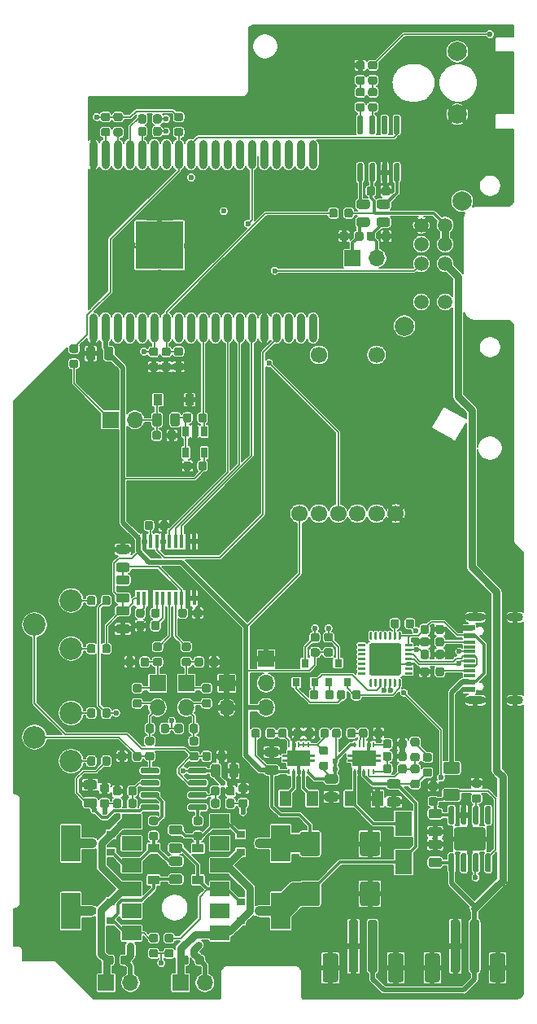
<source format=gtl>
G04 #@! TF.GenerationSoftware,KiCad,Pcbnew,(5.1.6-87-g1447494bc)*
G04 #@! TF.CreationDate,2022-08-29T16:49:27-05:00*
G04 #@! TF.ProjectId,sony-scopeman,736f6e79-2d73-4636-9f70-656d616e2e6b,rev?*
G04 #@! TF.SameCoordinates,Original*
G04 #@! TF.FileFunction,Copper,L1,Top*
G04 #@! TF.FilePolarity,Positive*
%FSLAX46Y46*%
G04 Gerber Fmt 4.6, Leading zero omitted, Abs format (unit mm)*
G04 Created by KiCad (PCBNEW (5.1.6-87-g1447494bc)) date 2022-08-29 16:49:27*
%MOMM*%
%LPD*%
G01*
G04 APERTURE LIST*
G04 #@! TA.AperFunction,SMDPad,CuDef*
%ADD10R,0.900000X0.800000*%
G04 #@! TD*
G04 #@! TA.AperFunction,ComponentPad*
%ADD11C,0.500000*%
G04 #@! TD*
G04 #@! TA.AperFunction,SMDPad,CuDef*
%ADD12C,0.100000*%
G04 #@! TD*
G04 #@! TA.AperFunction,SMDPad,CuDef*
%ADD13R,0.240000X0.600000*%
G04 #@! TD*
G04 #@! TA.AperFunction,ComponentPad*
%ADD14C,2.340000*%
G04 #@! TD*
G04 #@! TA.AperFunction,SMDPad,CuDef*
%ADD15R,1.200000X1.600000*%
G04 #@! TD*
G04 #@! TA.AperFunction,ComponentPad*
%ADD16O,1.700000X1.700000*%
G04 #@! TD*
G04 #@! TA.AperFunction,ComponentPad*
%ADD17R,1.700000X1.700000*%
G04 #@! TD*
G04 #@! TA.AperFunction,SMDPad,CuDef*
%ADD18R,0.900000X1.200000*%
G04 #@! TD*
G04 #@! TA.AperFunction,SMDPad,CuDef*
%ADD19R,1.800000X2.500000*%
G04 #@! TD*
G04 #@! TA.AperFunction,SMDPad,CuDef*
%ADD20R,1.200000X0.900000*%
G04 #@! TD*
G04 #@! TA.AperFunction,SMDPad,CuDef*
%ADD21R,0.650000X1.060000*%
G04 #@! TD*
G04 #@! TA.AperFunction,ComponentPad*
%ADD22C,0.800000*%
G04 #@! TD*
G04 #@! TA.AperFunction,SMDPad,CuDef*
%ADD23R,5.000000X5.000000*%
G04 #@! TD*
G04 #@! TA.AperFunction,SMDPad,CuDef*
%ADD24O,0.900000X3.000000*%
G04 #@! TD*
G04 #@! TA.AperFunction,SMDPad,CuDef*
%ADD25R,0.450000X1.450000*%
G04 #@! TD*
G04 #@! TA.AperFunction,SMDPad,CuDef*
%ADD26R,0.800000X0.900000*%
G04 #@! TD*
G04 #@! TA.AperFunction,SMDPad,CuDef*
%ADD27R,2.000000X1.500000*%
G04 #@! TD*
G04 #@! TA.AperFunction,SMDPad,CuDef*
%ADD28R,2.000000X3.800000*%
G04 #@! TD*
G04 #@! TA.AperFunction,SMDPad,CuDef*
%ADD29R,1.160000X0.600000*%
G04 #@! TD*
G04 #@! TA.AperFunction,SMDPad,CuDef*
%ADD30R,1.160000X0.300000*%
G04 #@! TD*
G04 #@! TA.AperFunction,ComponentPad*
%ADD31O,1.700000X0.900000*%
G04 #@! TD*
G04 #@! TA.AperFunction,ComponentPad*
%ADD32O,2.000000X0.900000*%
G04 #@! TD*
G04 #@! TA.AperFunction,ComponentPad*
%ADD33C,1.700000*%
G04 #@! TD*
G04 #@! TA.AperFunction,ComponentPad*
%ADD34C,2.000000*%
G04 #@! TD*
G04 #@! TA.AperFunction,ComponentPad*
%ADD35C,1.500000*%
G04 #@! TD*
G04 #@! TA.AperFunction,ViaPad*
%ADD36C,0.600000*%
G04 #@! TD*
G04 #@! TA.AperFunction,ViaPad*
%ADD37C,0.800000*%
G04 #@! TD*
G04 #@! TA.AperFunction,Conductor*
%ADD38C,0.150000*%
G04 #@! TD*
G04 #@! TA.AperFunction,Conductor*
%ADD39C,0.300000*%
G04 #@! TD*
G04 #@! TA.AperFunction,Conductor*
%ADD40C,1.000000*%
G04 #@! TD*
G04 #@! TA.AperFunction,Conductor*
%ADD41C,0.500000*%
G04 #@! TD*
G04 #@! TA.AperFunction,Conductor*
%ADD42C,0.800000*%
G04 #@! TD*
G04 #@! TA.AperFunction,Conductor*
%ADD43C,0.100000*%
G04 #@! TD*
G04 APERTURE END LIST*
D10*
X125850000Y-134900000D03*
X123850000Y-135850000D03*
X123850000Y-133950000D03*
X125850000Y-127850000D03*
X123850000Y-128800000D03*
X123850000Y-126900000D03*
X108350001Y-134900000D03*
X110350001Y-133950000D03*
X110350001Y-135850000D03*
X108350000Y-127850000D03*
X110350000Y-126900000D03*
X110350000Y-128800000D03*
G04 #@! TA.AperFunction,SMDPad,CuDef*
G36*
G01*
X118750000Y-88343750D02*
X118750000Y-88856250D01*
G75*
G02*
X118531250Y-89075000I-218750J0D01*
G01*
X118093750Y-89075000D01*
G75*
G02*
X117875000Y-88856250I0J218750D01*
G01*
X117875000Y-88343750D01*
G75*
G02*
X118093750Y-88125000I218750J0D01*
G01*
X118531250Y-88125000D01*
G75*
G02*
X118750000Y-88343750I0J-218750D01*
G01*
G37*
G04 #@! TD.AperFunction*
G04 #@! TA.AperFunction,SMDPad,CuDef*
G36*
G01*
X120325000Y-88343750D02*
X120325000Y-88856250D01*
G75*
G02*
X120106250Y-89075000I-218750J0D01*
G01*
X119668750Y-89075000D01*
G75*
G02*
X119450000Y-88856250I0J218750D01*
G01*
X119450000Y-88343750D01*
G75*
G02*
X119668750Y-88125000I218750J0D01*
G01*
X120106250Y-88125000D01*
G75*
G02*
X120325000Y-88343750I0J-218750D01*
G01*
G37*
G04 #@! TD.AperFunction*
G04 #@! TA.AperFunction,SMDPad,CuDef*
G36*
G01*
X114050000Y-53543750D02*
X114050000Y-54056250D01*
G75*
G02*
X113831250Y-54275000I-218750J0D01*
G01*
X113393750Y-54275000D01*
G75*
G02*
X113175000Y-54056250I0J218750D01*
G01*
X113175000Y-53543750D01*
G75*
G02*
X113393750Y-53325000I218750J0D01*
G01*
X113831250Y-53325000D01*
G75*
G02*
X114050000Y-53543750I0J-218750D01*
G01*
G37*
G04 #@! TD.AperFunction*
G04 #@! TA.AperFunction,SMDPad,CuDef*
G36*
G01*
X115625000Y-53543750D02*
X115625000Y-54056250D01*
G75*
G02*
X115406250Y-54275000I-218750J0D01*
G01*
X114968750Y-54275000D01*
G75*
G02*
X114750000Y-54056250I0J218750D01*
G01*
X114750000Y-53543750D01*
G75*
G02*
X114968750Y-53325000I218750J0D01*
G01*
X115406250Y-53325000D01*
G75*
G02*
X115625000Y-53543750I0J-218750D01*
G01*
G37*
G04 #@! TD.AperFunction*
G04 #@! TA.AperFunction,SMDPad,CuDef*
G36*
G01*
X114050000Y-52243750D02*
X114050000Y-52756250D01*
G75*
G02*
X113831250Y-52975000I-218750J0D01*
G01*
X113393750Y-52975000D01*
G75*
G02*
X113175000Y-52756250I0J218750D01*
G01*
X113175000Y-52243750D01*
G75*
G02*
X113393750Y-52025000I218750J0D01*
G01*
X113831250Y-52025000D01*
G75*
G02*
X114050000Y-52243750I0J-218750D01*
G01*
G37*
G04 #@! TD.AperFunction*
G04 #@! TA.AperFunction,SMDPad,CuDef*
G36*
G01*
X115625000Y-52243750D02*
X115625000Y-52756250D01*
G75*
G02*
X115406250Y-52975000I-218750J0D01*
G01*
X114968750Y-52975000D01*
G75*
G02*
X114750000Y-52756250I0J218750D01*
G01*
X114750000Y-52243750D01*
G75*
G02*
X114968750Y-52025000I218750J0D01*
G01*
X115406250Y-52025000D01*
G75*
G02*
X115625000Y-52243750I0J-218750D01*
G01*
G37*
G04 #@! TD.AperFunction*
D11*
X128950000Y-119000000D03*
X129900000Y-118425000D03*
X129900000Y-119575000D03*
X130850000Y-119000000D03*
G04 #@! TA.AperFunction,SMDPad,CuDef*
D12*
G36*
X128700000Y-119125000D02*
G01*
X128700000Y-118875000D01*
X128200000Y-118875000D01*
X128200000Y-118625000D01*
X128700000Y-118625000D01*
X128700000Y-118175000D01*
X131100000Y-118175000D01*
X131100000Y-118625000D01*
X131600000Y-118625000D01*
X131600000Y-118875000D01*
X131100000Y-118875000D01*
X131100000Y-119125000D01*
X131600000Y-119125000D01*
X131600000Y-119375000D01*
X131100000Y-119375000D01*
X131100000Y-119825000D01*
X128700000Y-119825000D01*
X128700000Y-119375000D01*
X128200000Y-119375000D01*
X128200000Y-119125000D01*
X128700000Y-119125000D01*
G37*
G04 #@! TD.AperFunction*
D13*
X128900000Y-117600000D03*
X129400000Y-117600000D03*
X129900000Y-117600000D03*
X130400000Y-117600000D03*
X130900000Y-117600000D03*
X130900000Y-120400000D03*
X130400000Y-120400000D03*
X129900000Y-120400000D03*
X129400000Y-120400000D03*
X128900000Y-120400000D03*
D11*
X137650000Y-119000000D03*
X136700000Y-119575000D03*
X136700000Y-118425000D03*
X135750000Y-119000000D03*
G04 #@! TA.AperFunction,SMDPad,CuDef*
D12*
G36*
X137900000Y-118875000D02*
G01*
X137900000Y-119125000D01*
X138400000Y-119125000D01*
X138400000Y-119375000D01*
X137900000Y-119375000D01*
X137900000Y-119825000D01*
X135500000Y-119825000D01*
X135500000Y-119375000D01*
X135000000Y-119375000D01*
X135000000Y-119125000D01*
X135500000Y-119125000D01*
X135500000Y-118875000D01*
X135000000Y-118875000D01*
X135000000Y-118625000D01*
X135500000Y-118625000D01*
X135500000Y-118175000D01*
X137900000Y-118175000D01*
X137900000Y-118625000D01*
X138400000Y-118625000D01*
X138400000Y-118875000D01*
X137900000Y-118875000D01*
G37*
G04 #@! TD.AperFunction*
D13*
X137700000Y-120400000D03*
X137200000Y-120400000D03*
X136700000Y-120400000D03*
X136200000Y-120400000D03*
X135700000Y-120400000D03*
X135700000Y-117600000D03*
X136200000Y-117600000D03*
X136700000Y-117600000D03*
X137200000Y-117600000D03*
X137700000Y-117600000D03*
G04 #@! TA.AperFunction,SMDPad,CuDef*
G36*
G01*
X108750000Y-76443750D02*
X108750000Y-77356250D01*
G75*
G02*
X108506250Y-77600000I-243750J0D01*
G01*
X108018750Y-77600000D01*
G75*
G02*
X107775000Y-77356250I0J243750D01*
G01*
X107775000Y-76443750D01*
G75*
G02*
X108018750Y-76200000I243750J0D01*
G01*
X108506250Y-76200000D01*
G75*
G02*
X108750000Y-76443750I0J-243750D01*
G01*
G37*
G04 #@! TD.AperFunction*
G04 #@! TA.AperFunction,SMDPad,CuDef*
G36*
G01*
X110625000Y-76443750D02*
X110625000Y-77356250D01*
G75*
G02*
X110381250Y-77600000I-243750J0D01*
G01*
X109893750Y-77600000D01*
G75*
G02*
X109650000Y-77356250I0J243750D01*
G01*
X109650000Y-76443750D01*
G75*
G02*
X109893750Y-76200000I243750J0D01*
G01*
X110381250Y-76200000D01*
G75*
G02*
X110625000Y-76443750I0J-243750D01*
G01*
G37*
G04 #@! TD.AperFunction*
G04 #@! TA.AperFunction,SMDPad,CuDef*
G36*
G01*
X127556250Y-118850000D02*
X126643750Y-118850000D01*
G75*
G02*
X126400000Y-118606250I0J243750D01*
G01*
X126400000Y-118118750D01*
G75*
G02*
X126643750Y-117875000I243750J0D01*
G01*
X127556250Y-117875000D01*
G75*
G02*
X127800000Y-118118750I0J-243750D01*
G01*
X127800000Y-118606250D01*
G75*
G02*
X127556250Y-118850000I-243750J0D01*
G01*
G37*
G04 #@! TD.AperFunction*
G04 #@! TA.AperFunction,SMDPad,CuDef*
G36*
G01*
X127556250Y-120725000D02*
X126643750Y-120725000D01*
G75*
G02*
X126400000Y-120481250I0J243750D01*
G01*
X126400000Y-119993750D01*
G75*
G02*
X126643750Y-119750000I243750J0D01*
G01*
X127556250Y-119750000D01*
G75*
G02*
X127800000Y-119993750I0J-243750D01*
G01*
X127800000Y-120481250D01*
G75*
G02*
X127556250Y-120725000I-243750J0D01*
G01*
G37*
G04 #@! TD.AperFunction*
G04 #@! TA.AperFunction,SMDPad,CuDef*
G36*
G01*
X144556250Y-128450000D02*
X143643750Y-128450000D01*
G75*
G02*
X143400000Y-128206250I0J243750D01*
G01*
X143400000Y-127718750D01*
G75*
G02*
X143643750Y-127475000I243750J0D01*
G01*
X144556250Y-127475000D01*
G75*
G02*
X144800000Y-127718750I0J-243750D01*
G01*
X144800000Y-128206250D01*
G75*
G02*
X144556250Y-128450000I-243750J0D01*
G01*
G37*
G04 #@! TD.AperFunction*
G04 #@! TA.AperFunction,SMDPad,CuDef*
G36*
G01*
X144556250Y-130325000D02*
X143643750Y-130325000D01*
G75*
G02*
X143400000Y-130081250I0J243750D01*
G01*
X143400000Y-129593750D01*
G75*
G02*
X143643750Y-129350000I243750J0D01*
G01*
X144556250Y-129350000D01*
G75*
G02*
X144800000Y-129593750I0J-243750D01*
G01*
X144800000Y-130081250D01*
G75*
G02*
X144556250Y-130325000I-243750J0D01*
G01*
G37*
G04 #@! TD.AperFunction*
G04 #@! TA.AperFunction,SMDPad,CuDef*
G36*
G01*
X149455000Y-128900000D02*
X149755000Y-128900000D01*
G75*
G02*
X149905000Y-129050000I0J-150000D01*
G01*
X149905000Y-130700000D01*
G75*
G02*
X149755000Y-130850000I-150000J0D01*
G01*
X149455000Y-130850000D01*
G75*
G02*
X149305000Y-130700000I0J150000D01*
G01*
X149305000Y-129050000D01*
G75*
G02*
X149455000Y-128900000I150000J0D01*
G01*
G37*
G04 #@! TD.AperFunction*
G04 #@! TA.AperFunction,SMDPad,CuDef*
G36*
G01*
X148185000Y-128900000D02*
X148485000Y-128900000D01*
G75*
G02*
X148635000Y-129050000I0J-150000D01*
G01*
X148635000Y-130700000D01*
G75*
G02*
X148485000Y-130850000I-150000J0D01*
G01*
X148185000Y-130850000D01*
G75*
G02*
X148035000Y-130700000I0J150000D01*
G01*
X148035000Y-129050000D01*
G75*
G02*
X148185000Y-128900000I150000J0D01*
G01*
G37*
G04 #@! TD.AperFunction*
G04 #@! TA.AperFunction,SMDPad,CuDef*
G36*
G01*
X146915000Y-128900000D02*
X147215000Y-128900000D01*
G75*
G02*
X147365000Y-129050000I0J-150000D01*
G01*
X147365000Y-130700000D01*
G75*
G02*
X147215000Y-130850000I-150000J0D01*
G01*
X146915000Y-130850000D01*
G75*
G02*
X146765000Y-130700000I0J150000D01*
G01*
X146765000Y-129050000D01*
G75*
G02*
X146915000Y-128900000I150000J0D01*
G01*
G37*
G04 #@! TD.AperFunction*
G04 #@! TA.AperFunction,SMDPad,CuDef*
G36*
G01*
X145645000Y-128900000D02*
X145945000Y-128900000D01*
G75*
G02*
X146095000Y-129050000I0J-150000D01*
G01*
X146095000Y-130700000D01*
G75*
G02*
X145945000Y-130850000I-150000J0D01*
G01*
X145645000Y-130850000D01*
G75*
G02*
X145495000Y-130700000I0J150000D01*
G01*
X145495000Y-129050000D01*
G75*
G02*
X145645000Y-128900000I150000J0D01*
G01*
G37*
G04 #@! TD.AperFunction*
G04 #@! TA.AperFunction,SMDPad,CuDef*
G36*
G01*
X145645000Y-123950000D02*
X145945000Y-123950000D01*
G75*
G02*
X146095000Y-124100000I0J-150000D01*
G01*
X146095000Y-125750000D01*
G75*
G02*
X145945000Y-125900000I-150000J0D01*
G01*
X145645000Y-125900000D01*
G75*
G02*
X145495000Y-125750000I0J150000D01*
G01*
X145495000Y-124100000D01*
G75*
G02*
X145645000Y-123950000I150000J0D01*
G01*
G37*
G04 #@! TD.AperFunction*
G04 #@! TA.AperFunction,SMDPad,CuDef*
G36*
G01*
X146915000Y-123950000D02*
X147215000Y-123950000D01*
G75*
G02*
X147365000Y-124100000I0J-150000D01*
G01*
X147365000Y-125750000D01*
G75*
G02*
X147215000Y-125900000I-150000J0D01*
G01*
X146915000Y-125900000D01*
G75*
G02*
X146765000Y-125750000I0J150000D01*
G01*
X146765000Y-124100000D01*
G75*
G02*
X146915000Y-123950000I150000J0D01*
G01*
G37*
G04 #@! TD.AperFunction*
G04 #@! TA.AperFunction,SMDPad,CuDef*
G36*
G01*
X148185000Y-123950000D02*
X148485000Y-123950000D01*
G75*
G02*
X148635000Y-124100000I0J-150000D01*
G01*
X148635000Y-125750000D01*
G75*
G02*
X148485000Y-125900000I-150000J0D01*
G01*
X148185000Y-125900000D01*
G75*
G02*
X148035000Y-125750000I0J150000D01*
G01*
X148035000Y-124100000D01*
G75*
G02*
X148185000Y-123950000I150000J0D01*
G01*
G37*
G04 #@! TD.AperFunction*
G04 #@! TA.AperFunction,SMDPad,CuDef*
G36*
G01*
X149455000Y-123950000D02*
X149755000Y-123950000D01*
G75*
G02*
X149905000Y-124100000I0J-150000D01*
G01*
X149905000Y-125750000D01*
G75*
G02*
X149755000Y-125900000I-150000J0D01*
G01*
X149455000Y-125900000D01*
G75*
G02*
X149305000Y-125750000I0J150000D01*
G01*
X149305000Y-124100000D01*
G75*
G02*
X149455000Y-123950000I150000J0D01*
G01*
G37*
G04 #@! TD.AperFunction*
G04 #@! TA.AperFunction,SMDPad,CuDef*
G36*
G01*
X146299997Y-126195000D02*
X149100003Y-126195000D01*
G75*
G02*
X149350000Y-126444997I0J-249997D01*
G01*
X149350000Y-128355003D01*
G75*
G02*
X149100003Y-128605000I-249997J0D01*
G01*
X146299997Y-128605000D01*
G75*
G02*
X146050000Y-128355003I0J249997D01*
G01*
X146050000Y-126444997D01*
G75*
G02*
X146299997Y-126195000I249997J0D01*
G01*
G37*
G04 #@! TD.AperFunction*
G04 #@! TA.AperFunction,SMDPad,CuDef*
G36*
G01*
X145175000Y-122175000D02*
X146425000Y-122175000D01*
G75*
G02*
X146675000Y-122425000I0J-250000D01*
G01*
X146675000Y-123175000D01*
G75*
G02*
X146425000Y-123425000I-250000J0D01*
G01*
X145175000Y-123425000D01*
G75*
G02*
X144925000Y-123175000I0J250000D01*
G01*
X144925000Y-122425000D01*
G75*
G02*
X145175000Y-122175000I250000J0D01*
G01*
G37*
G04 #@! TD.AperFunction*
G04 #@! TA.AperFunction,SMDPad,CuDef*
G36*
G01*
X145175000Y-119375000D02*
X146425000Y-119375000D01*
G75*
G02*
X146675000Y-119625000I0J-250000D01*
G01*
X146675000Y-120375000D01*
G75*
G02*
X146425000Y-120625000I-250000J0D01*
G01*
X145175000Y-120625000D01*
G75*
G02*
X144925000Y-120375000I0J250000D01*
G01*
X144925000Y-119625000D01*
G75*
G02*
X145175000Y-119375000I250000J0D01*
G01*
G37*
G04 #@! TD.AperFunction*
G04 #@! TA.AperFunction,SMDPad,CuDef*
G36*
G01*
X144600000Y-139549600D02*
X144600000Y-142050400D01*
G75*
G02*
X144350400Y-142300000I-249600J0D01*
G01*
X143249600Y-142300000D01*
G75*
G02*
X143000000Y-142050400I0J249600D01*
G01*
X143000000Y-139549600D01*
G75*
G02*
X143249600Y-139300000I249600J0D01*
G01*
X144350400Y-139300000D01*
G75*
G02*
X144600000Y-139549600I0J-249600D01*
G01*
G37*
G04 #@! TD.AperFunction*
G04 #@! TA.AperFunction,SMDPad,CuDef*
G36*
G01*
X151400000Y-139549600D02*
X151400000Y-142050400D01*
G75*
G02*
X151150400Y-142300000I-249600J0D01*
G01*
X150049600Y-142300000D01*
G75*
G02*
X149800000Y-142050400I0J249600D01*
G01*
X149800000Y-139549600D01*
G75*
G02*
X150049600Y-139300000I249600J0D01*
G01*
X151150400Y-139300000D01*
G75*
G02*
X151400000Y-139549600I0J-249600D01*
G01*
G37*
G04 #@! TD.AperFunction*
G04 #@! TA.AperFunction,SMDPad,CuDef*
G36*
G01*
X146700000Y-136050000D02*
X146700000Y-141050000D01*
G75*
G02*
X146450000Y-141300000I-250000J0D01*
G01*
X145950000Y-141300000D01*
G75*
G02*
X145700000Y-141050000I0J250000D01*
G01*
X145700000Y-136050000D01*
G75*
G02*
X145950000Y-135800000I250000J0D01*
G01*
X146450000Y-135800000D01*
G75*
G02*
X146700000Y-136050000I0J-250000D01*
G01*
G37*
G04 #@! TD.AperFunction*
G04 #@! TA.AperFunction,SMDPad,CuDef*
G36*
G01*
X148700000Y-136050000D02*
X148700000Y-141050000D01*
G75*
G02*
X148450000Y-141300000I-250000J0D01*
G01*
X147950000Y-141300000D01*
G75*
G02*
X147700000Y-141050000I0J250000D01*
G01*
X147700000Y-136050000D01*
G75*
G02*
X147950000Y-135800000I250000J0D01*
G01*
X148450000Y-135800000D01*
G75*
G02*
X148700000Y-136050000I0J-250000D01*
G01*
G37*
G04 #@! TD.AperFunction*
G04 #@! TA.AperFunction,SMDPad,CuDef*
G36*
G01*
X134000000Y-139549600D02*
X134000000Y-142050400D01*
G75*
G02*
X133750400Y-142300000I-249600J0D01*
G01*
X132649600Y-142300000D01*
G75*
G02*
X132400000Y-142050400I0J249600D01*
G01*
X132400000Y-139549600D01*
G75*
G02*
X132649600Y-139300000I249600J0D01*
G01*
X133750400Y-139300000D01*
G75*
G02*
X134000000Y-139549600I0J-249600D01*
G01*
G37*
G04 #@! TD.AperFunction*
G04 #@! TA.AperFunction,SMDPad,CuDef*
G36*
G01*
X140800000Y-139549600D02*
X140800000Y-142050400D01*
G75*
G02*
X140550400Y-142300000I-249600J0D01*
G01*
X139449600Y-142300000D01*
G75*
G02*
X139200000Y-142050400I0J249600D01*
G01*
X139200000Y-139549600D01*
G75*
G02*
X139449600Y-139300000I249600J0D01*
G01*
X140550400Y-139300000D01*
G75*
G02*
X140800000Y-139549600I0J-249600D01*
G01*
G37*
G04 #@! TD.AperFunction*
G04 #@! TA.AperFunction,SMDPad,CuDef*
G36*
G01*
X136100000Y-136050000D02*
X136100000Y-141050000D01*
G75*
G02*
X135850000Y-141300000I-250000J0D01*
G01*
X135350000Y-141300000D01*
G75*
G02*
X135100000Y-141050000I0J250000D01*
G01*
X135100000Y-136050000D01*
G75*
G02*
X135350000Y-135800000I250000J0D01*
G01*
X135850000Y-135800000D01*
G75*
G02*
X136100000Y-136050000I0J-250000D01*
G01*
G37*
G04 #@! TD.AperFunction*
G04 #@! TA.AperFunction,SMDPad,CuDef*
G36*
G01*
X138100000Y-136050000D02*
X138100000Y-141050000D01*
G75*
G02*
X137850000Y-141300000I-250000J0D01*
G01*
X137350000Y-141300000D01*
G75*
G02*
X137100000Y-141050000I0J250000D01*
G01*
X137100000Y-136050000D01*
G75*
G02*
X137350000Y-135800000I250000J0D01*
G01*
X137850000Y-135800000D01*
G75*
G02*
X138100000Y-136050000I0J-250000D01*
G01*
G37*
G04 #@! TD.AperFunction*
G04 #@! TA.AperFunction,SMDPad,CuDef*
G36*
G01*
X132125000Y-132075000D02*
X132125000Y-134125000D01*
G75*
G02*
X131875000Y-134375000I-250000J0D01*
G01*
X130300000Y-134375000D01*
G75*
G02*
X130050000Y-134125000I0J250000D01*
G01*
X130050000Y-132075000D01*
G75*
G02*
X130300000Y-131825000I250000J0D01*
G01*
X131875000Y-131825000D01*
G75*
G02*
X132125000Y-132075000I0J-250000D01*
G01*
G37*
G04 #@! TD.AperFunction*
G04 #@! TA.AperFunction,SMDPad,CuDef*
G36*
G01*
X138350000Y-132075000D02*
X138350000Y-134125000D01*
G75*
G02*
X138100000Y-134375000I-250000J0D01*
G01*
X136525000Y-134375000D01*
G75*
G02*
X136275000Y-134125000I0J250000D01*
G01*
X136275000Y-132075000D01*
G75*
G02*
X136525000Y-131825000I250000J0D01*
G01*
X138100000Y-131825000D01*
G75*
G02*
X138350000Y-132075000I0J-250000D01*
G01*
G37*
G04 #@! TD.AperFunction*
G04 #@! TA.AperFunction,SMDPad,CuDef*
G36*
G01*
X136275000Y-128925000D02*
X136275000Y-126875000D01*
G75*
G02*
X136525000Y-126625000I250000J0D01*
G01*
X138100000Y-126625000D01*
G75*
G02*
X138350000Y-126875000I0J-250000D01*
G01*
X138350000Y-128925000D01*
G75*
G02*
X138100000Y-129175000I-250000J0D01*
G01*
X136525000Y-129175000D01*
G75*
G02*
X136275000Y-128925000I0J250000D01*
G01*
G37*
G04 #@! TD.AperFunction*
G04 #@! TA.AperFunction,SMDPad,CuDef*
G36*
G01*
X130050000Y-128925000D02*
X130050000Y-126875000D01*
G75*
G02*
X130300000Y-126625000I250000J0D01*
G01*
X131875000Y-126625000D01*
G75*
G02*
X132125000Y-126875000I0J-250000D01*
G01*
X132125000Y-128925000D01*
G75*
G02*
X131875000Y-129175000I-250000J0D01*
G01*
X130300000Y-129175000D01*
G75*
G02*
X130050000Y-128925000I0J250000D01*
G01*
G37*
G04 #@! TD.AperFunction*
D14*
X106200000Y-107600000D03*
X102400000Y-105100000D03*
X106200000Y-102600000D03*
X106200000Y-119300000D03*
X102400000Y-116800000D03*
X106200000Y-114300000D03*
D15*
X128500000Y-123200000D03*
X131300000Y-123200000D03*
X135300000Y-123200000D03*
X138100000Y-123200000D03*
D16*
X122400000Y-113740000D03*
D17*
X122400000Y-111200000D03*
D16*
X126500000Y-113740000D03*
X126500000Y-111200000D03*
D17*
X126500000Y-108660000D03*
D16*
X112840000Y-83800000D03*
D17*
X110300000Y-83800000D03*
D16*
X138040000Y-67000000D03*
D17*
X135500000Y-67000000D03*
D16*
X120140000Y-142350000D03*
D17*
X117600000Y-142350000D03*
D16*
X118200000Y-113740000D03*
D17*
X118200000Y-111200000D03*
D16*
X112400000Y-142350000D03*
D17*
X109860000Y-142350000D03*
D16*
X115200000Y-113740000D03*
D17*
X115200000Y-111200000D03*
G04 #@! TA.AperFunction,SMDPad,CuDef*
G36*
G01*
X138243750Y-62750000D02*
X139156250Y-62750000D01*
G75*
G02*
X139400000Y-62993750I0J-243750D01*
G01*
X139400000Y-63481250D01*
G75*
G02*
X139156250Y-63725000I-243750J0D01*
G01*
X138243750Y-63725000D01*
G75*
G02*
X138000000Y-63481250I0J243750D01*
G01*
X138000000Y-62993750D01*
G75*
G02*
X138243750Y-62750000I243750J0D01*
G01*
G37*
G04 #@! TD.AperFunction*
G04 #@! TA.AperFunction,SMDPad,CuDef*
G36*
G01*
X138243750Y-60875000D02*
X139156250Y-60875000D01*
G75*
G02*
X139400000Y-61118750I0J-243750D01*
G01*
X139400000Y-61606250D01*
G75*
G02*
X139156250Y-61850000I-243750J0D01*
G01*
X138243750Y-61850000D01*
G75*
G02*
X138000000Y-61606250I0J243750D01*
G01*
X138000000Y-61118750D01*
G75*
G02*
X138243750Y-60875000I243750J0D01*
G01*
G37*
G04 #@! TD.AperFunction*
G04 #@! TA.AperFunction,SMDPad,CuDef*
G36*
G01*
X137056250Y-61850000D02*
X136143750Y-61850000D01*
G75*
G02*
X135900000Y-61606250I0J243750D01*
G01*
X135900000Y-61118750D01*
G75*
G02*
X136143750Y-60875000I243750J0D01*
G01*
X137056250Y-60875000D01*
G75*
G02*
X137300000Y-61118750I0J-243750D01*
G01*
X137300000Y-61606250D01*
G75*
G02*
X137056250Y-61850000I-243750J0D01*
G01*
G37*
G04 #@! TD.AperFunction*
G04 #@! TA.AperFunction,SMDPad,CuDef*
G36*
G01*
X137056250Y-63725000D02*
X136143750Y-63725000D01*
G75*
G02*
X135900000Y-63481250I0J243750D01*
G01*
X135900000Y-62993750D01*
G75*
G02*
X136143750Y-62750000I243750J0D01*
G01*
X137056250Y-62750000D01*
G75*
G02*
X137300000Y-62993750I0J-243750D01*
G01*
X137300000Y-63481250D01*
G75*
G02*
X137056250Y-63725000I-243750J0D01*
G01*
G37*
G04 #@! TD.AperFunction*
G04 #@! TA.AperFunction,SMDPad,CuDef*
G36*
G01*
X112056250Y-100950000D02*
X111143750Y-100950000D01*
G75*
G02*
X110900000Y-100706250I0J243750D01*
G01*
X110900000Y-100218750D01*
G75*
G02*
X111143750Y-99975000I243750J0D01*
G01*
X112056250Y-99975000D01*
G75*
G02*
X112300000Y-100218750I0J-243750D01*
G01*
X112300000Y-100706250D01*
G75*
G02*
X112056250Y-100950000I-243750J0D01*
G01*
G37*
G04 #@! TD.AperFunction*
G04 #@! TA.AperFunction,SMDPad,CuDef*
G36*
G01*
X112056250Y-102825000D02*
X111143750Y-102825000D01*
G75*
G02*
X110900000Y-102581250I0J243750D01*
G01*
X110900000Y-102093750D01*
G75*
G02*
X111143750Y-101850000I243750J0D01*
G01*
X112056250Y-101850000D01*
G75*
G02*
X112300000Y-102093750I0J-243750D01*
G01*
X112300000Y-102581250D01*
G75*
G02*
X112056250Y-102825000I-243750J0D01*
G01*
G37*
G04 #@! TD.AperFunction*
D18*
X118550000Y-81700000D03*
X115250000Y-81700000D03*
D19*
X140800000Y-129800000D03*
X140800000Y-125800000D03*
D20*
X119400000Y-128350000D03*
X119400000Y-131650000D03*
X114800000Y-128350000D03*
X114800000Y-131650000D03*
D21*
X120050000Y-87200000D03*
X118150000Y-87200000D03*
X118150000Y-85000000D03*
X119100000Y-85000000D03*
X120050000Y-85000000D03*
G04 #@! TA.AperFunction,SMDPad,CuDef*
G36*
G01*
X140525000Y-110812500D02*
X140525000Y-111487500D01*
G75*
G02*
X140462500Y-111550000I-62500J0D01*
G01*
X140337500Y-111550000D01*
G75*
G02*
X140275000Y-111487500I0J62500D01*
G01*
X140275000Y-110812500D01*
G75*
G02*
X140337500Y-110750000I62500J0D01*
G01*
X140462500Y-110750000D01*
G75*
G02*
X140525000Y-110812500I0J-62500D01*
G01*
G37*
G04 #@! TD.AperFunction*
G04 #@! TA.AperFunction,SMDPad,CuDef*
G36*
G01*
X140025000Y-110812500D02*
X140025000Y-111487500D01*
G75*
G02*
X139962500Y-111550000I-62500J0D01*
G01*
X139837500Y-111550000D01*
G75*
G02*
X139775000Y-111487500I0J62500D01*
G01*
X139775000Y-110812500D01*
G75*
G02*
X139837500Y-110750000I62500J0D01*
G01*
X139962500Y-110750000D01*
G75*
G02*
X140025000Y-110812500I0J-62500D01*
G01*
G37*
G04 #@! TD.AperFunction*
G04 #@! TA.AperFunction,SMDPad,CuDef*
G36*
G01*
X139525000Y-110812500D02*
X139525000Y-111487500D01*
G75*
G02*
X139462500Y-111550000I-62500J0D01*
G01*
X139337500Y-111550000D01*
G75*
G02*
X139275000Y-111487500I0J62500D01*
G01*
X139275000Y-110812500D01*
G75*
G02*
X139337500Y-110750000I62500J0D01*
G01*
X139462500Y-110750000D01*
G75*
G02*
X139525000Y-110812500I0J-62500D01*
G01*
G37*
G04 #@! TD.AperFunction*
G04 #@! TA.AperFunction,SMDPad,CuDef*
G36*
G01*
X139025000Y-110812500D02*
X139025000Y-111487500D01*
G75*
G02*
X138962500Y-111550000I-62500J0D01*
G01*
X138837500Y-111550000D01*
G75*
G02*
X138775000Y-111487500I0J62500D01*
G01*
X138775000Y-110812500D01*
G75*
G02*
X138837500Y-110750000I62500J0D01*
G01*
X138962500Y-110750000D01*
G75*
G02*
X139025000Y-110812500I0J-62500D01*
G01*
G37*
G04 #@! TD.AperFunction*
G04 #@! TA.AperFunction,SMDPad,CuDef*
G36*
G01*
X138525000Y-110812500D02*
X138525000Y-111487500D01*
G75*
G02*
X138462500Y-111550000I-62500J0D01*
G01*
X138337500Y-111550000D01*
G75*
G02*
X138275000Y-111487500I0J62500D01*
G01*
X138275000Y-110812500D01*
G75*
G02*
X138337500Y-110750000I62500J0D01*
G01*
X138462500Y-110750000D01*
G75*
G02*
X138525000Y-110812500I0J-62500D01*
G01*
G37*
G04 #@! TD.AperFunction*
G04 #@! TA.AperFunction,SMDPad,CuDef*
G36*
G01*
X138025000Y-110812500D02*
X138025000Y-111487500D01*
G75*
G02*
X137962500Y-111550000I-62500J0D01*
G01*
X137837500Y-111550000D01*
G75*
G02*
X137775000Y-111487500I0J62500D01*
G01*
X137775000Y-110812500D01*
G75*
G02*
X137837500Y-110750000I62500J0D01*
G01*
X137962500Y-110750000D01*
G75*
G02*
X138025000Y-110812500I0J-62500D01*
G01*
G37*
G04 #@! TD.AperFunction*
G04 #@! TA.AperFunction,SMDPad,CuDef*
G36*
G01*
X137525000Y-110812500D02*
X137525000Y-111487500D01*
G75*
G02*
X137462500Y-111550000I-62500J0D01*
G01*
X137337500Y-111550000D01*
G75*
G02*
X137275000Y-111487500I0J62500D01*
G01*
X137275000Y-110812500D01*
G75*
G02*
X137337500Y-110750000I62500J0D01*
G01*
X137462500Y-110750000D01*
G75*
G02*
X137525000Y-110812500I0J-62500D01*
G01*
G37*
G04 #@! TD.AperFunction*
G04 #@! TA.AperFunction,SMDPad,CuDef*
G36*
G01*
X136850000Y-110137500D02*
X136850000Y-110262500D01*
G75*
G02*
X136787500Y-110325000I-62500J0D01*
G01*
X136112500Y-110325000D01*
G75*
G02*
X136050000Y-110262500I0J62500D01*
G01*
X136050000Y-110137500D01*
G75*
G02*
X136112500Y-110075000I62500J0D01*
G01*
X136787500Y-110075000D01*
G75*
G02*
X136850000Y-110137500I0J-62500D01*
G01*
G37*
G04 #@! TD.AperFunction*
G04 #@! TA.AperFunction,SMDPad,CuDef*
G36*
G01*
X136850000Y-109637500D02*
X136850000Y-109762500D01*
G75*
G02*
X136787500Y-109825000I-62500J0D01*
G01*
X136112500Y-109825000D01*
G75*
G02*
X136050000Y-109762500I0J62500D01*
G01*
X136050000Y-109637500D01*
G75*
G02*
X136112500Y-109575000I62500J0D01*
G01*
X136787500Y-109575000D01*
G75*
G02*
X136850000Y-109637500I0J-62500D01*
G01*
G37*
G04 #@! TD.AperFunction*
G04 #@! TA.AperFunction,SMDPad,CuDef*
G36*
G01*
X136850000Y-109137500D02*
X136850000Y-109262500D01*
G75*
G02*
X136787500Y-109325000I-62500J0D01*
G01*
X136112500Y-109325000D01*
G75*
G02*
X136050000Y-109262500I0J62500D01*
G01*
X136050000Y-109137500D01*
G75*
G02*
X136112500Y-109075000I62500J0D01*
G01*
X136787500Y-109075000D01*
G75*
G02*
X136850000Y-109137500I0J-62500D01*
G01*
G37*
G04 #@! TD.AperFunction*
G04 #@! TA.AperFunction,SMDPad,CuDef*
G36*
G01*
X136850000Y-108637500D02*
X136850000Y-108762500D01*
G75*
G02*
X136787500Y-108825000I-62500J0D01*
G01*
X136112500Y-108825000D01*
G75*
G02*
X136050000Y-108762500I0J62500D01*
G01*
X136050000Y-108637500D01*
G75*
G02*
X136112500Y-108575000I62500J0D01*
G01*
X136787500Y-108575000D01*
G75*
G02*
X136850000Y-108637500I0J-62500D01*
G01*
G37*
G04 #@! TD.AperFunction*
G04 #@! TA.AperFunction,SMDPad,CuDef*
G36*
G01*
X136850000Y-108137500D02*
X136850000Y-108262500D01*
G75*
G02*
X136787500Y-108325000I-62500J0D01*
G01*
X136112500Y-108325000D01*
G75*
G02*
X136050000Y-108262500I0J62500D01*
G01*
X136050000Y-108137500D01*
G75*
G02*
X136112500Y-108075000I62500J0D01*
G01*
X136787500Y-108075000D01*
G75*
G02*
X136850000Y-108137500I0J-62500D01*
G01*
G37*
G04 #@! TD.AperFunction*
G04 #@! TA.AperFunction,SMDPad,CuDef*
G36*
G01*
X136850000Y-107637500D02*
X136850000Y-107762500D01*
G75*
G02*
X136787500Y-107825000I-62500J0D01*
G01*
X136112500Y-107825000D01*
G75*
G02*
X136050000Y-107762500I0J62500D01*
G01*
X136050000Y-107637500D01*
G75*
G02*
X136112500Y-107575000I62500J0D01*
G01*
X136787500Y-107575000D01*
G75*
G02*
X136850000Y-107637500I0J-62500D01*
G01*
G37*
G04 #@! TD.AperFunction*
G04 #@! TA.AperFunction,SMDPad,CuDef*
G36*
G01*
X136850000Y-107137500D02*
X136850000Y-107262500D01*
G75*
G02*
X136787500Y-107325000I-62500J0D01*
G01*
X136112500Y-107325000D01*
G75*
G02*
X136050000Y-107262500I0J62500D01*
G01*
X136050000Y-107137500D01*
G75*
G02*
X136112500Y-107075000I62500J0D01*
G01*
X136787500Y-107075000D01*
G75*
G02*
X136850000Y-107137500I0J-62500D01*
G01*
G37*
G04 #@! TD.AperFunction*
G04 #@! TA.AperFunction,SMDPad,CuDef*
G36*
G01*
X137525000Y-105912500D02*
X137525000Y-106587500D01*
G75*
G02*
X137462500Y-106650000I-62500J0D01*
G01*
X137337500Y-106650000D01*
G75*
G02*
X137275000Y-106587500I0J62500D01*
G01*
X137275000Y-105912500D01*
G75*
G02*
X137337500Y-105850000I62500J0D01*
G01*
X137462500Y-105850000D01*
G75*
G02*
X137525000Y-105912500I0J-62500D01*
G01*
G37*
G04 #@! TD.AperFunction*
G04 #@! TA.AperFunction,SMDPad,CuDef*
G36*
G01*
X138025000Y-105912500D02*
X138025000Y-106587500D01*
G75*
G02*
X137962500Y-106650000I-62500J0D01*
G01*
X137837500Y-106650000D01*
G75*
G02*
X137775000Y-106587500I0J62500D01*
G01*
X137775000Y-105912500D01*
G75*
G02*
X137837500Y-105850000I62500J0D01*
G01*
X137962500Y-105850000D01*
G75*
G02*
X138025000Y-105912500I0J-62500D01*
G01*
G37*
G04 #@! TD.AperFunction*
G04 #@! TA.AperFunction,SMDPad,CuDef*
G36*
G01*
X138525000Y-105912500D02*
X138525000Y-106587500D01*
G75*
G02*
X138462500Y-106650000I-62500J0D01*
G01*
X138337500Y-106650000D01*
G75*
G02*
X138275000Y-106587500I0J62500D01*
G01*
X138275000Y-105912500D01*
G75*
G02*
X138337500Y-105850000I62500J0D01*
G01*
X138462500Y-105850000D01*
G75*
G02*
X138525000Y-105912500I0J-62500D01*
G01*
G37*
G04 #@! TD.AperFunction*
G04 #@! TA.AperFunction,SMDPad,CuDef*
G36*
G01*
X139025000Y-105912500D02*
X139025000Y-106587500D01*
G75*
G02*
X138962500Y-106650000I-62500J0D01*
G01*
X138837500Y-106650000D01*
G75*
G02*
X138775000Y-106587500I0J62500D01*
G01*
X138775000Y-105912500D01*
G75*
G02*
X138837500Y-105850000I62500J0D01*
G01*
X138962500Y-105850000D01*
G75*
G02*
X139025000Y-105912500I0J-62500D01*
G01*
G37*
G04 #@! TD.AperFunction*
G04 #@! TA.AperFunction,SMDPad,CuDef*
G36*
G01*
X139525000Y-105912500D02*
X139525000Y-106587500D01*
G75*
G02*
X139462500Y-106650000I-62500J0D01*
G01*
X139337500Y-106650000D01*
G75*
G02*
X139275000Y-106587500I0J62500D01*
G01*
X139275000Y-105912500D01*
G75*
G02*
X139337500Y-105850000I62500J0D01*
G01*
X139462500Y-105850000D01*
G75*
G02*
X139525000Y-105912500I0J-62500D01*
G01*
G37*
G04 #@! TD.AperFunction*
G04 #@! TA.AperFunction,SMDPad,CuDef*
G36*
G01*
X140025000Y-105912500D02*
X140025000Y-106587500D01*
G75*
G02*
X139962500Y-106650000I-62500J0D01*
G01*
X139837500Y-106650000D01*
G75*
G02*
X139775000Y-106587500I0J62500D01*
G01*
X139775000Y-105912500D01*
G75*
G02*
X139837500Y-105850000I62500J0D01*
G01*
X139962500Y-105850000D01*
G75*
G02*
X140025000Y-105912500I0J-62500D01*
G01*
G37*
G04 #@! TD.AperFunction*
G04 #@! TA.AperFunction,SMDPad,CuDef*
G36*
G01*
X140525000Y-105912500D02*
X140525000Y-106587500D01*
G75*
G02*
X140462500Y-106650000I-62500J0D01*
G01*
X140337500Y-106650000D01*
G75*
G02*
X140275000Y-106587500I0J62500D01*
G01*
X140275000Y-105912500D01*
G75*
G02*
X140337500Y-105850000I62500J0D01*
G01*
X140462500Y-105850000D01*
G75*
G02*
X140525000Y-105912500I0J-62500D01*
G01*
G37*
G04 #@! TD.AperFunction*
G04 #@! TA.AperFunction,SMDPad,CuDef*
G36*
G01*
X141750000Y-107137500D02*
X141750000Y-107262500D01*
G75*
G02*
X141687500Y-107325000I-62500J0D01*
G01*
X141012500Y-107325000D01*
G75*
G02*
X140950000Y-107262500I0J62500D01*
G01*
X140950000Y-107137500D01*
G75*
G02*
X141012500Y-107075000I62500J0D01*
G01*
X141687500Y-107075000D01*
G75*
G02*
X141750000Y-107137500I0J-62500D01*
G01*
G37*
G04 #@! TD.AperFunction*
G04 #@! TA.AperFunction,SMDPad,CuDef*
G36*
G01*
X141750000Y-107637500D02*
X141750000Y-107762500D01*
G75*
G02*
X141687500Y-107825000I-62500J0D01*
G01*
X141012500Y-107825000D01*
G75*
G02*
X140950000Y-107762500I0J62500D01*
G01*
X140950000Y-107637500D01*
G75*
G02*
X141012500Y-107575000I62500J0D01*
G01*
X141687500Y-107575000D01*
G75*
G02*
X141750000Y-107637500I0J-62500D01*
G01*
G37*
G04 #@! TD.AperFunction*
G04 #@! TA.AperFunction,SMDPad,CuDef*
G36*
G01*
X141750000Y-108137500D02*
X141750000Y-108262500D01*
G75*
G02*
X141687500Y-108325000I-62500J0D01*
G01*
X141012500Y-108325000D01*
G75*
G02*
X140950000Y-108262500I0J62500D01*
G01*
X140950000Y-108137500D01*
G75*
G02*
X141012500Y-108075000I62500J0D01*
G01*
X141687500Y-108075000D01*
G75*
G02*
X141750000Y-108137500I0J-62500D01*
G01*
G37*
G04 #@! TD.AperFunction*
G04 #@! TA.AperFunction,SMDPad,CuDef*
G36*
G01*
X141750000Y-108637500D02*
X141750000Y-108762500D01*
G75*
G02*
X141687500Y-108825000I-62500J0D01*
G01*
X141012500Y-108825000D01*
G75*
G02*
X140950000Y-108762500I0J62500D01*
G01*
X140950000Y-108637500D01*
G75*
G02*
X141012500Y-108575000I62500J0D01*
G01*
X141687500Y-108575000D01*
G75*
G02*
X141750000Y-108637500I0J-62500D01*
G01*
G37*
G04 #@! TD.AperFunction*
G04 #@! TA.AperFunction,SMDPad,CuDef*
G36*
G01*
X141750000Y-109137500D02*
X141750000Y-109262500D01*
G75*
G02*
X141687500Y-109325000I-62500J0D01*
G01*
X141012500Y-109325000D01*
G75*
G02*
X140950000Y-109262500I0J62500D01*
G01*
X140950000Y-109137500D01*
G75*
G02*
X141012500Y-109075000I62500J0D01*
G01*
X141687500Y-109075000D01*
G75*
G02*
X141750000Y-109137500I0J-62500D01*
G01*
G37*
G04 #@! TD.AperFunction*
G04 #@! TA.AperFunction,SMDPad,CuDef*
G36*
G01*
X141750000Y-109637500D02*
X141750000Y-109762500D01*
G75*
G02*
X141687500Y-109825000I-62500J0D01*
G01*
X141012500Y-109825000D01*
G75*
G02*
X140950000Y-109762500I0J62500D01*
G01*
X140950000Y-109637500D01*
G75*
G02*
X141012500Y-109575000I62500J0D01*
G01*
X141687500Y-109575000D01*
G75*
G02*
X141750000Y-109637500I0J-62500D01*
G01*
G37*
G04 #@! TD.AperFunction*
G04 #@! TA.AperFunction,SMDPad,CuDef*
G36*
G01*
X141750000Y-110137500D02*
X141750000Y-110262500D01*
G75*
G02*
X141687500Y-110325000I-62500J0D01*
G01*
X141012500Y-110325000D01*
G75*
G02*
X140950000Y-110262500I0J62500D01*
G01*
X140950000Y-110137500D01*
G75*
G02*
X141012500Y-110075000I62500J0D01*
G01*
X141687500Y-110075000D01*
G75*
G02*
X141750000Y-110137500I0J-62500D01*
G01*
G37*
G04 #@! TD.AperFunction*
G04 #@! TA.AperFunction,SMDPad,CuDef*
G36*
G01*
X140575000Y-107274999D02*
X140575000Y-110125001D01*
G75*
G02*
X140325001Y-110375000I-249999J0D01*
G01*
X137474999Y-110375000D01*
G75*
G02*
X137225000Y-110125001I0J249999D01*
G01*
X137225000Y-107274999D01*
G75*
G02*
X137474999Y-107025000I249999J0D01*
G01*
X140325001Y-107025000D01*
G75*
G02*
X140575000Y-107274999I0J-249999D01*
G01*
G37*
G04 #@! TD.AperFunction*
G04 #@! TA.AperFunction,SMDPad,CuDef*
G36*
G01*
X139955000Y-57100000D02*
X140255000Y-57100000D01*
G75*
G02*
X140405000Y-57250000I0J-150000D01*
G01*
X140405000Y-58900000D01*
G75*
G02*
X140255000Y-59050000I-150000J0D01*
G01*
X139955000Y-59050000D01*
G75*
G02*
X139805000Y-58900000I0J150000D01*
G01*
X139805000Y-57250000D01*
G75*
G02*
X139955000Y-57100000I150000J0D01*
G01*
G37*
G04 #@! TD.AperFunction*
G04 #@! TA.AperFunction,SMDPad,CuDef*
G36*
G01*
X138685000Y-57100000D02*
X138985000Y-57100000D01*
G75*
G02*
X139135000Y-57250000I0J-150000D01*
G01*
X139135000Y-58900000D01*
G75*
G02*
X138985000Y-59050000I-150000J0D01*
G01*
X138685000Y-59050000D01*
G75*
G02*
X138535000Y-58900000I0J150000D01*
G01*
X138535000Y-57250000D01*
G75*
G02*
X138685000Y-57100000I150000J0D01*
G01*
G37*
G04 #@! TD.AperFunction*
G04 #@! TA.AperFunction,SMDPad,CuDef*
G36*
G01*
X137415000Y-57100000D02*
X137715000Y-57100000D01*
G75*
G02*
X137865000Y-57250000I0J-150000D01*
G01*
X137865000Y-58900000D01*
G75*
G02*
X137715000Y-59050000I-150000J0D01*
G01*
X137415000Y-59050000D01*
G75*
G02*
X137265000Y-58900000I0J150000D01*
G01*
X137265000Y-57250000D01*
G75*
G02*
X137415000Y-57100000I150000J0D01*
G01*
G37*
G04 #@! TD.AperFunction*
G04 #@! TA.AperFunction,SMDPad,CuDef*
G36*
G01*
X136145000Y-57100000D02*
X136445000Y-57100000D01*
G75*
G02*
X136595000Y-57250000I0J-150000D01*
G01*
X136595000Y-58900000D01*
G75*
G02*
X136445000Y-59050000I-150000J0D01*
G01*
X136145000Y-59050000D01*
G75*
G02*
X135995000Y-58900000I0J150000D01*
G01*
X135995000Y-57250000D01*
G75*
G02*
X136145000Y-57100000I150000J0D01*
G01*
G37*
G04 #@! TD.AperFunction*
G04 #@! TA.AperFunction,SMDPad,CuDef*
G36*
G01*
X136145000Y-52150000D02*
X136445000Y-52150000D01*
G75*
G02*
X136595000Y-52300000I0J-150000D01*
G01*
X136595000Y-53950000D01*
G75*
G02*
X136445000Y-54100000I-150000J0D01*
G01*
X136145000Y-54100000D01*
G75*
G02*
X135995000Y-53950000I0J150000D01*
G01*
X135995000Y-52300000D01*
G75*
G02*
X136145000Y-52150000I150000J0D01*
G01*
G37*
G04 #@! TD.AperFunction*
G04 #@! TA.AperFunction,SMDPad,CuDef*
G36*
G01*
X137415000Y-52150000D02*
X137715000Y-52150000D01*
G75*
G02*
X137865000Y-52300000I0J-150000D01*
G01*
X137865000Y-53950000D01*
G75*
G02*
X137715000Y-54100000I-150000J0D01*
G01*
X137415000Y-54100000D01*
G75*
G02*
X137265000Y-53950000I0J150000D01*
G01*
X137265000Y-52300000D01*
G75*
G02*
X137415000Y-52150000I150000J0D01*
G01*
G37*
G04 #@! TD.AperFunction*
G04 #@! TA.AperFunction,SMDPad,CuDef*
G36*
G01*
X138685000Y-52150000D02*
X138985000Y-52150000D01*
G75*
G02*
X139135000Y-52300000I0J-150000D01*
G01*
X139135000Y-53950000D01*
G75*
G02*
X138985000Y-54100000I-150000J0D01*
G01*
X138685000Y-54100000D01*
G75*
G02*
X138535000Y-53950000I0J150000D01*
G01*
X138535000Y-52300000D01*
G75*
G02*
X138685000Y-52150000I150000J0D01*
G01*
G37*
G04 #@! TD.AperFunction*
G04 #@! TA.AperFunction,SMDPad,CuDef*
G36*
G01*
X139955000Y-52150000D02*
X140255000Y-52150000D01*
G75*
G02*
X140405000Y-52300000I0J-150000D01*
G01*
X140405000Y-53950000D01*
G75*
G02*
X140255000Y-54100000I-150000J0D01*
G01*
X139955000Y-54100000D01*
G75*
G02*
X139805000Y-53950000I0J150000D01*
G01*
X139805000Y-52300000D01*
G75*
G02*
X139955000Y-52150000I150000J0D01*
G01*
G37*
G04 #@! TD.AperFunction*
D22*
X113420000Y-67650000D03*
D23*
X115430000Y-65650000D03*
D24*
X108510000Y-74250000D03*
X109780000Y-74250000D03*
X111050000Y-74250000D03*
X112320000Y-74250000D03*
X113590000Y-74250000D03*
X114860000Y-74250000D03*
X116130000Y-74250000D03*
X117400000Y-74250000D03*
X118670000Y-74250000D03*
X119940000Y-74250000D03*
X121210000Y-74250000D03*
X122480000Y-74250000D03*
X123750000Y-74250000D03*
X125020000Y-74250000D03*
X126320000Y-74250000D03*
X127590000Y-74250000D03*
X128860000Y-74250000D03*
X130130000Y-74250000D03*
X131400000Y-74250000D03*
X131400000Y-56250000D03*
X130130000Y-56250000D03*
X128860000Y-56250000D03*
X127590000Y-56250000D03*
X126320000Y-56250000D03*
X125020000Y-56220000D03*
X123750000Y-56220000D03*
X122480000Y-56220000D03*
X121210000Y-56220000D03*
X119940000Y-56220000D03*
X118670000Y-56220000D03*
X117400000Y-56220000D03*
X116130000Y-56220000D03*
X114860000Y-56220000D03*
X113590000Y-56220000D03*
X112320000Y-56220000D03*
X111050000Y-56220000D03*
X109780000Y-56220000D03*
X108510000Y-56220000D03*
D22*
X114420000Y-67650000D03*
X115420000Y-67650000D03*
X116420000Y-67650000D03*
X117420000Y-67650000D03*
X117420000Y-66650000D03*
X116420000Y-66650000D03*
X115420000Y-66650000D03*
X114420000Y-66650000D03*
X113420000Y-66650000D03*
X113420000Y-64650000D03*
X114420000Y-64650000D03*
X115420000Y-64650000D03*
X116420000Y-64650000D03*
X117420000Y-64650000D03*
X117420000Y-65650000D03*
X116420000Y-65650000D03*
X115420000Y-65650000D03*
X114420000Y-65650000D03*
X113420000Y-65650000D03*
X117420000Y-63650000D03*
X116420000Y-63650000D03*
X115420000Y-63650000D03*
X114420000Y-63650000D03*
X113420000Y-63650000D03*
D25*
X113175000Y-96450000D03*
X113825000Y-96450000D03*
X114475000Y-96450000D03*
X115125000Y-96450000D03*
X115775000Y-96450000D03*
X116425000Y-96450000D03*
X117075000Y-96450000D03*
X117725000Y-96450000D03*
X118375000Y-96450000D03*
X119025000Y-96450000D03*
X119025000Y-102350000D03*
X118375000Y-102350000D03*
X117725000Y-102350000D03*
X117075000Y-102350000D03*
X116425000Y-102350000D03*
X115775000Y-102350000D03*
X115125000Y-102350000D03*
X114475000Y-102350000D03*
X113825000Y-102350000D03*
X113175000Y-102350000D03*
G04 #@! TA.AperFunction,SMDPad,CuDef*
G36*
G01*
X115400000Y-123955000D02*
X115400000Y-124255000D01*
G75*
G02*
X115250000Y-124405000I-150000J0D01*
G01*
X113600000Y-124405000D01*
G75*
G02*
X113450000Y-124255000I0J150000D01*
G01*
X113450000Y-123955000D01*
G75*
G02*
X113600000Y-123805000I150000J0D01*
G01*
X115250000Y-123805000D01*
G75*
G02*
X115400000Y-123955000I0J-150000D01*
G01*
G37*
G04 #@! TD.AperFunction*
G04 #@! TA.AperFunction,SMDPad,CuDef*
G36*
G01*
X115400000Y-122685000D02*
X115400000Y-122985000D01*
G75*
G02*
X115250000Y-123135000I-150000J0D01*
G01*
X113600000Y-123135000D01*
G75*
G02*
X113450000Y-122985000I0J150000D01*
G01*
X113450000Y-122685000D01*
G75*
G02*
X113600000Y-122535000I150000J0D01*
G01*
X115250000Y-122535000D01*
G75*
G02*
X115400000Y-122685000I0J-150000D01*
G01*
G37*
G04 #@! TD.AperFunction*
G04 #@! TA.AperFunction,SMDPad,CuDef*
G36*
G01*
X115400000Y-121415000D02*
X115400000Y-121715000D01*
G75*
G02*
X115250000Y-121865000I-150000J0D01*
G01*
X113600000Y-121865000D01*
G75*
G02*
X113450000Y-121715000I0J150000D01*
G01*
X113450000Y-121415000D01*
G75*
G02*
X113600000Y-121265000I150000J0D01*
G01*
X115250000Y-121265000D01*
G75*
G02*
X115400000Y-121415000I0J-150000D01*
G01*
G37*
G04 #@! TD.AperFunction*
G04 #@! TA.AperFunction,SMDPad,CuDef*
G36*
G01*
X115400000Y-120145000D02*
X115400000Y-120445000D01*
G75*
G02*
X115250000Y-120595000I-150000J0D01*
G01*
X113600000Y-120595000D01*
G75*
G02*
X113450000Y-120445000I0J150000D01*
G01*
X113450000Y-120145000D01*
G75*
G02*
X113600000Y-119995000I150000J0D01*
G01*
X115250000Y-119995000D01*
G75*
G02*
X115400000Y-120145000I0J-150000D01*
G01*
G37*
G04 #@! TD.AperFunction*
G04 #@! TA.AperFunction,SMDPad,CuDef*
G36*
G01*
X120350000Y-120145000D02*
X120350000Y-120445000D01*
G75*
G02*
X120200000Y-120595000I-150000J0D01*
G01*
X118550000Y-120595000D01*
G75*
G02*
X118400000Y-120445000I0J150000D01*
G01*
X118400000Y-120145000D01*
G75*
G02*
X118550000Y-119995000I150000J0D01*
G01*
X120200000Y-119995000D01*
G75*
G02*
X120350000Y-120145000I0J-150000D01*
G01*
G37*
G04 #@! TD.AperFunction*
G04 #@! TA.AperFunction,SMDPad,CuDef*
G36*
G01*
X120350000Y-121415000D02*
X120350000Y-121715000D01*
G75*
G02*
X120200000Y-121865000I-150000J0D01*
G01*
X118550000Y-121865000D01*
G75*
G02*
X118400000Y-121715000I0J150000D01*
G01*
X118400000Y-121415000D01*
G75*
G02*
X118550000Y-121265000I150000J0D01*
G01*
X120200000Y-121265000D01*
G75*
G02*
X120350000Y-121415000I0J-150000D01*
G01*
G37*
G04 #@! TD.AperFunction*
G04 #@! TA.AperFunction,SMDPad,CuDef*
G36*
G01*
X120350000Y-122685000D02*
X120350000Y-122985000D01*
G75*
G02*
X120200000Y-123135000I-150000J0D01*
G01*
X118550000Y-123135000D01*
G75*
G02*
X118400000Y-122985000I0J150000D01*
G01*
X118400000Y-122685000D01*
G75*
G02*
X118550000Y-122535000I150000J0D01*
G01*
X120200000Y-122535000D01*
G75*
G02*
X120350000Y-122685000I0J-150000D01*
G01*
G37*
G04 #@! TD.AperFunction*
G04 #@! TA.AperFunction,SMDPad,CuDef*
G36*
G01*
X120350000Y-123955000D02*
X120350000Y-124255000D01*
G75*
G02*
X120200000Y-124405000I-150000J0D01*
G01*
X118550000Y-124405000D01*
G75*
G02*
X118400000Y-124255000I0J150000D01*
G01*
X118400000Y-123955000D01*
G75*
G02*
X118550000Y-123805000I150000J0D01*
G01*
X120200000Y-123805000D01*
G75*
G02*
X120350000Y-123955000I0J-150000D01*
G01*
G37*
G04 #@! TD.AperFunction*
G04 #@! TA.AperFunction,SMDPad,CuDef*
G36*
G01*
X116250000Y-85656249D02*
X116250000Y-85143749D01*
G75*
G02*
X116468750Y-84924999I218750J0D01*
G01*
X116906250Y-84924999D01*
G75*
G02*
X117125000Y-85143749I0J-218750D01*
G01*
X117125000Y-85656249D01*
G75*
G02*
X116906250Y-85874999I-218750J0D01*
G01*
X116468750Y-85874999D01*
G75*
G02*
X116250000Y-85656249I0J218750D01*
G01*
G37*
G04 #@! TD.AperFunction*
G04 #@! TA.AperFunction,SMDPad,CuDef*
G36*
G01*
X114675000Y-85656249D02*
X114675000Y-85143749D01*
G75*
G02*
X114893750Y-84924999I218750J0D01*
G01*
X115331250Y-84924999D01*
G75*
G02*
X115550000Y-85143749I0J-218750D01*
G01*
X115550000Y-85656249D01*
G75*
G02*
X115331250Y-85874999I-218750J0D01*
G01*
X114893750Y-85874999D01*
G75*
G02*
X114675000Y-85656249I0J218750D01*
G01*
G37*
G04 #@! TD.AperFunction*
G04 #@! TA.AperFunction,SMDPad,CuDef*
G36*
G01*
X119450000Y-83856250D02*
X119450000Y-83343750D01*
G75*
G02*
X119668750Y-83125000I218750J0D01*
G01*
X120106250Y-83125000D01*
G75*
G02*
X120325000Y-83343750I0J-218750D01*
G01*
X120325000Y-83856250D01*
G75*
G02*
X120106250Y-84075000I-218750J0D01*
G01*
X119668750Y-84075000D01*
G75*
G02*
X119450000Y-83856250I0J218750D01*
G01*
G37*
G04 #@! TD.AperFunction*
G04 #@! TA.AperFunction,SMDPad,CuDef*
G36*
G01*
X117875000Y-83856250D02*
X117875000Y-83343750D01*
G75*
G02*
X118093750Y-83125000I218750J0D01*
G01*
X118531250Y-83125000D01*
G75*
G02*
X118750000Y-83343750I0J-218750D01*
G01*
X118750000Y-83856250D01*
G75*
G02*
X118531250Y-84075000I-218750J0D01*
G01*
X118093750Y-84075000D01*
G75*
G02*
X117875000Y-83856250I0J218750D01*
G01*
G37*
G04 #@! TD.AperFunction*
G04 #@! TA.AperFunction,SMDPad,CuDef*
G36*
G01*
X106243750Y-77537500D02*
X106756250Y-77537500D01*
G75*
G02*
X106975000Y-77756250I0J-218750D01*
G01*
X106975000Y-78193750D01*
G75*
G02*
X106756250Y-78412500I-218750J0D01*
G01*
X106243750Y-78412500D01*
G75*
G02*
X106025000Y-78193750I0J218750D01*
G01*
X106025000Y-77756250D01*
G75*
G02*
X106243750Y-77537500I218750J0D01*
G01*
G37*
G04 #@! TD.AperFunction*
G04 #@! TA.AperFunction,SMDPad,CuDef*
G36*
G01*
X106243750Y-75962500D02*
X106756250Y-75962500D01*
G75*
G02*
X106975000Y-76181250I0J-218750D01*
G01*
X106975000Y-76618750D01*
G75*
G02*
X106756250Y-76837500I-218750J0D01*
G01*
X106243750Y-76837500D01*
G75*
G02*
X106025000Y-76618750I0J218750D01*
G01*
X106025000Y-76181250D01*
G75*
G02*
X106243750Y-75962500I218750J0D01*
G01*
G37*
G04 #@! TD.AperFunction*
G04 #@! TA.AperFunction,SMDPad,CuDef*
G36*
G01*
X117143750Y-53437501D02*
X117656250Y-53437501D01*
G75*
G02*
X117875000Y-53656251I0J-218750D01*
G01*
X117875000Y-54093751D01*
G75*
G02*
X117656250Y-54312501I-218750J0D01*
G01*
X117143750Y-54312501D01*
G75*
G02*
X116925000Y-54093751I0J218750D01*
G01*
X116925000Y-53656251D01*
G75*
G02*
X117143750Y-53437501I218750J0D01*
G01*
G37*
G04 #@! TD.AperFunction*
G04 #@! TA.AperFunction,SMDPad,CuDef*
G36*
G01*
X117143750Y-51862501D02*
X117656250Y-51862501D01*
G75*
G02*
X117875000Y-52081251I0J-218750D01*
G01*
X117875000Y-52518751D01*
G75*
G02*
X117656250Y-52737501I-218750J0D01*
G01*
X117143750Y-52737501D01*
G75*
G02*
X116925000Y-52518751I0J218750D01*
G01*
X116925000Y-52081251D01*
G75*
G02*
X117143750Y-51862501I218750J0D01*
G01*
G37*
G04 #@! TD.AperFunction*
G04 #@! TA.AperFunction,SMDPad,CuDef*
G36*
G01*
X148656250Y-122050000D02*
X148143750Y-122050000D01*
G75*
G02*
X147925000Y-121831250I0J218750D01*
G01*
X147925000Y-121393750D01*
G75*
G02*
X148143750Y-121175000I218750J0D01*
G01*
X148656250Y-121175000D01*
G75*
G02*
X148875000Y-121393750I0J-218750D01*
G01*
X148875000Y-121831250D01*
G75*
G02*
X148656250Y-122050000I-218750J0D01*
G01*
G37*
G04 #@! TD.AperFunction*
G04 #@! TA.AperFunction,SMDPad,CuDef*
G36*
G01*
X148656250Y-123625000D02*
X148143750Y-123625000D01*
G75*
G02*
X147925000Y-123406250I0J218750D01*
G01*
X147925000Y-122968750D01*
G75*
G02*
X148143750Y-122750000I218750J0D01*
G01*
X148656250Y-122750000D01*
G75*
G02*
X148875000Y-122968750I0J-218750D01*
G01*
X148875000Y-123406250D01*
G75*
G02*
X148656250Y-123625000I-218750J0D01*
G01*
G37*
G04 #@! TD.AperFunction*
G04 #@! TA.AperFunction,SMDPad,CuDef*
G36*
G01*
X109543750Y-53437500D02*
X110056250Y-53437500D01*
G75*
G02*
X110275000Y-53656250I0J-218750D01*
G01*
X110275000Y-54093750D01*
G75*
G02*
X110056250Y-54312500I-218750J0D01*
G01*
X109543750Y-54312500D01*
G75*
G02*
X109325000Y-54093750I0J218750D01*
G01*
X109325000Y-53656250D01*
G75*
G02*
X109543750Y-53437500I218750J0D01*
G01*
G37*
G04 #@! TD.AperFunction*
G04 #@! TA.AperFunction,SMDPad,CuDef*
G36*
G01*
X109543750Y-51862500D02*
X110056250Y-51862500D01*
G75*
G02*
X110275000Y-52081250I0J-218750D01*
G01*
X110275000Y-52518750D01*
G75*
G02*
X110056250Y-52737500I-218750J0D01*
G01*
X109543750Y-52737500D01*
G75*
G02*
X109325000Y-52518750I0J218750D01*
G01*
X109325000Y-52081250D01*
G75*
G02*
X109543750Y-51862500I218750J0D01*
G01*
G37*
G04 #@! TD.AperFunction*
G04 #@! TA.AperFunction,SMDPad,CuDef*
G36*
G01*
X131343750Y-107562499D02*
X131856250Y-107562499D01*
G75*
G02*
X132075000Y-107781249I0J-218750D01*
G01*
X132075000Y-108218749D01*
G75*
G02*
X131856250Y-108437499I-218750J0D01*
G01*
X131343750Y-108437499D01*
G75*
G02*
X131125000Y-108218749I0J218750D01*
G01*
X131125000Y-107781249D01*
G75*
G02*
X131343750Y-107562499I218750J0D01*
G01*
G37*
G04 #@! TD.AperFunction*
G04 #@! TA.AperFunction,SMDPad,CuDef*
G36*
G01*
X131343750Y-105987499D02*
X131856250Y-105987499D01*
G75*
G02*
X132075000Y-106206249I0J-218750D01*
G01*
X132075000Y-106643749D01*
G75*
G02*
X131856250Y-106862499I-218750J0D01*
G01*
X131343750Y-106862499D01*
G75*
G02*
X131125000Y-106643749I0J218750D01*
G01*
X131125000Y-106206249D01*
G75*
G02*
X131343750Y-105987499I218750J0D01*
G01*
G37*
G04 #@! TD.AperFunction*
G04 #@! TA.AperFunction,SMDPad,CuDef*
G36*
G01*
X135450000Y-112656250D02*
X135450000Y-112143750D01*
G75*
G02*
X135668750Y-111925000I218750J0D01*
G01*
X136106250Y-111925000D01*
G75*
G02*
X136325000Y-112143750I0J-218750D01*
G01*
X136325000Y-112656250D01*
G75*
G02*
X136106250Y-112875000I-218750J0D01*
G01*
X135668750Y-112875000D01*
G75*
G02*
X135450000Y-112656250I0J218750D01*
G01*
G37*
G04 #@! TD.AperFunction*
G04 #@! TA.AperFunction,SMDPad,CuDef*
G36*
G01*
X133875000Y-112656250D02*
X133875000Y-112143750D01*
G75*
G02*
X134093750Y-111925000I218750J0D01*
G01*
X134531250Y-111925000D01*
G75*
G02*
X134750000Y-112143750I0J-218750D01*
G01*
X134750000Y-112656250D01*
G75*
G02*
X134531250Y-112875000I-218750J0D01*
G01*
X134093750Y-112875000D01*
G75*
G02*
X133875000Y-112656250I0J218750D01*
G01*
G37*
G04 #@! TD.AperFunction*
G04 #@! TA.AperFunction,SMDPad,CuDef*
G36*
G01*
X144150000Y-107156250D02*
X144150000Y-106643750D01*
G75*
G02*
X144368750Y-106425000I218750J0D01*
G01*
X144806250Y-106425000D01*
G75*
G02*
X145025000Y-106643750I0J-218750D01*
G01*
X145025000Y-107156250D01*
G75*
G02*
X144806250Y-107375000I-218750J0D01*
G01*
X144368750Y-107375000D01*
G75*
G02*
X144150000Y-107156250I0J218750D01*
G01*
G37*
G04 #@! TD.AperFunction*
G04 #@! TA.AperFunction,SMDPad,CuDef*
G36*
G01*
X142575000Y-107156250D02*
X142575000Y-106643750D01*
G75*
G02*
X142793750Y-106425000I218750J0D01*
G01*
X143231250Y-106425000D01*
G75*
G02*
X143450000Y-106643750I0J-218750D01*
G01*
X143450000Y-107156250D01*
G75*
G02*
X143231250Y-107375000I-218750J0D01*
G01*
X142793750Y-107375000D01*
G75*
G02*
X142575000Y-107156250I0J218750D01*
G01*
G37*
G04 #@! TD.AperFunction*
G04 #@! TA.AperFunction,SMDPad,CuDef*
G36*
G01*
X144150000Y-110256250D02*
X144150000Y-109743750D01*
G75*
G02*
X144368750Y-109525000I218750J0D01*
G01*
X144806250Y-109525000D01*
G75*
G02*
X145025000Y-109743750I0J-218750D01*
G01*
X145025000Y-110256250D01*
G75*
G02*
X144806250Y-110475000I-218750J0D01*
G01*
X144368750Y-110475000D01*
G75*
G02*
X144150000Y-110256250I0J218750D01*
G01*
G37*
G04 #@! TD.AperFunction*
G04 #@! TA.AperFunction,SMDPad,CuDef*
G36*
G01*
X142575000Y-110256250D02*
X142575000Y-109743750D01*
G75*
G02*
X142793750Y-109525000I218750J0D01*
G01*
X143231250Y-109525000D01*
G75*
G02*
X143450000Y-109743750I0J-218750D01*
G01*
X143450000Y-110256250D01*
G75*
G02*
X143231250Y-110475000I-218750J0D01*
G01*
X142793750Y-110475000D01*
G75*
G02*
X142575000Y-110256250I0J218750D01*
G01*
G37*
G04 #@! TD.AperFunction*
G04 #@! TA.AperFunction,SMDPad,CuDef*
G36*
G01*
X131950000Y-112143750D02*
X131950000Y-112656250D01*
G75*
G02*
X131731250Y-112875000I-218750J0D01*
G01*
X131293750Y-112875000D01*
G75*
G02*
X131075000Y-112656250I0J218750D01*
G01*
X131075000Y-112143750D01*
G75*
G02*
X131293750Y-111925000I218750J0D01*
G01*
X131731250Y-111925000D01*
G75*
G02*
X131950000Y-112143750I0J-218750D01*
G01*
G37*
G04 #@! TD.AperFunction*
G04 #@! TA.AperFunction,SMDPad,CuDef*
G36*
G01*
X133525000Y-112143750D02*
X133525000Y-112656250D01*
G75*
G02*
X133306250Y-112875000I-218750J0D01*
G01*
X132868750Y-112875000D01*
G75*
G02*
X132650000Y-112656250I0J218750D01*
G01*
X132650000Y-112143750D01*
G75*
G02*
X132868750Y-111925000I218750J0D01*
G01*
X133306250Y-111925000D01*
G75*
G02*
X133525000Y-112143750I0J-218750D01*
G01*
G37*
G04 #@! TD.AperFunction*
G04 #@! TA.AperFunction,SMDPad,CuDef*
G36*
G01*
X141037500Y-105256250D02*
X141037500Y-104743750D01*
G75*
G02*
X141256250Y-104525000I218750J0D01*
G01*
X141693750Y-104525000D01*
G75*
G02*
X141912500Y-104743750I0J-218750D01*
G01*
X141912500Y-105256250D01*
G75*
G02*
X141693750Y-105475000I-218750J0D01*
G01*
X141256250Y-105475000D01*
G75*
G02*
X141037500Y-105256250I0J218750D01*
G01*
G37*
G04 #@! TD.AperFunction*
G04 #@! TA.AperFunction,SMDPad,CuDef*
G36*
G01*
X139462500Y-105256250D02*
X139462500Y-104743750D01*
G75*
G02*
X139681250Y-104525000I218750J0D01*
G01*
X140118750Y-104525000D01*
G75*
G02*
X140337500Y-104743750I0J-218750D01*
G01*
X140337500Y-105256250D01*
G75*
G02*
X140118750Y-105475000I-218750J0D01*
G01*
X139681250Y-105475000D01*
G75*
G02*
X139462500Y-105256250I0J218750D01*
G01*
G37*
G04 #@! TD.AperFunction*
G04 #@! TA.AperFunction,SMDPad,CuDef*
G36*
G01*
X132743750Y-107550000D02*
X133256250Y-107550000D01*
G75*
G02*
X133475000Y-107768750I0J-218750D01*
G01*
X133475000Y-108206250D01*
G75*
G02*
X133256250Y-108425000I-218750J0D01*
G01*
X132743750Y-108425000D01*
G75*
G02*
X132525000Y-108206250I0J218750D01*
G01*
X132525000Y-107768750D01*
G75*
G02*
X132743750Y-107550000I218750J0D01*
G01*
G37*
G04 #@! TD.AperFunction*
G04 #@! TA.AperFunction,SMDPad,CuDef*
G36*
G01*
X132743750Y-105975000D02*
X133256250Y-105975000D01*
G75*
G02*
X133475000Y-106193750I0J-218750D01*
G01*
X133475000Y-106631250D01*
G75*
G02*
X133256250Y-106850000I-218750J0D01*
G01*
X132743750Y-106850000D01*
G75*
G02*
X132525000Y-106631250I0J218750D01*
G01*
X132525000Y-106193750D01*
G75*
G02*
X132743750Y-105975000I218750J0D01*
G01*
G37*
G04 #@! TD.AperFunction*
G04 #@! TA.AperFunction,SMDPad,CuDef*
G36*
G01*
X117143750Y-77837501D02*
X117656250Y-77837501D01*
G75*
G02*
X117875000Y-78056251I0J-218750D01*
G01*
X117875000Y-78493751D01*
G75*
G02*
X117656250Y-78712501I-218750J0D01*
G01*
X117143750Y-78712501D01*
G75*
G02*
X116925000Y-78493751I0J218750D01*
G01*
X116925000Y-78056251D01*
G75*
G02*
X117143750Y-77837501I218750J0D01*
G01*
G37*
G04 #@! TD.AperFunction*
G04 #@! TA.AperFunction,SMDPad,CuDef*
G36*
G01*
X117143750Y-76262501D02*
X117656250Y-76262501D01*
G75*
G02*
X117875000Y-76481251I0J-218750D01*
G01*
X117875000Y-76918751D01*
G75*
G02*
X117656250Y-77137501I-218750J0D01*
G01*
X117143750Y-77137501D01*
G75*
G02*
X116925000Y-76918751I0J218750D01*
G01*
X116925000Y-76481251D01*
G75*
G02*
X117143750Y-76262501I218750J0D01*
G01*
G37*
G04 #@! TD.AperFunction*
G04 #@! TA.AperFunction,SMDPad,CuDef*
G36*
G01*
X133950000Y-62043750D02*
X133950000Y-62556250D01*
G75*
G02*
X133731250Y-62775000I-218750J0D01*
G01*
X133293750Y-62775000D01*
G75*
G02*
X133075000Y-62556250I0J218750D01*
G01*
X133075000Y-62043750D01*
G75*
G02*
X133293750Y-61825000I218750J0D01*
G01*
X133731250Y-61825000D01*
G75*
G02*
X133950000Y-62043750I0J-218750D01*
G01*
G37*
G04 #@! TD.AperFunction*
G04 #@! TA.AperFunction,SMDPad,CuDef*
G36*
G01*
X135525000Y-62043750D02*
X135525000Y-62556250D01*
G75*
G02*
X135306250Y-62775000I-218750J0D01*
G01*
X134868750Y-62775000D01*
G75*
G02*
X134650000Y-62556250I0J218750D01*
G01*
X134650000Y-62043750D01*
G75*
G02*
X134868750Y-61825000I218750J0D01*
G01*
X135306250Y-61825000D01*
G75*
G02*
X135525000Y-62043750I0J-218750D01*
G01*
G37*
G04 #@! TD.AperFunction*
G04 #@! TA.AperFunction,SMDPad,CuDef*
G36*
G01*
X129350000Y-116656250D02*
X129350000Y-116143750D01*
G75*
G02*
X129568750Y-115925000I218750J0D01*
G01*
X130006250Y-115925000D01*
G75*
G02*
X130225000Y-116143750I0J-218750D01*
G01*
X130225000Y-116656250D01*
G75*
G02*
X130006250Y-116875000I-218750J0D01*
G01*
X129568750Y-116875000D01*
G75*
G02*
X129350000Y-116656250I0J218750D01*
G01*
G37*
G04 #@! TD.AperFunction*
G04 #@! TA.AperFunction,SMDPad,CuDef*
G36*
G01*
X127775000Y-116656250D02*
X127775000Y-116143750D01*
G75*
G02*
X127993750Y-115925000I218750J0D01*
G01*
X128431250Y-115925000D01*
G75*
G02*
X128650000Y-116143750I0J-218750D01*
G01*
X128650000Y-116656250D01*
G75*
G02*
X128431250Y-116875000I-218750J0D01*
G01*
X127993750Y-116875000D01*
G75*
G02*
X127775000Y-116656250I0J218750D01*
G01*
G37*
G04 #@! TD.AperFunction*
G04 #@! TA.AperFunction,SMDPad,CuDef*
G36*
G01*
X126550000Y-116656250D02*
X126550000Y-116143750D01*
G75*
G02*
X126768750Y-115925000I218750J0D01*
G01*
X127206250Y-115925000D01*
G75*
G02*
X127425000Y-116143750I0J-218750D01*
G01*
X127425000Y-116656250D01*
G75*
G02*
X127206250Y-116875000I-218750J0D01*
G01*
X126768750Y-116875000D01*
G75*
G02*
X126550000Y-116656250I0J218750D01*
G01*
G37*
G04 #@! TD.AperFunction*
G04 #@! TA.AperFunction,SMDPad,CuDef*
G36*
G01*
X124975000Y-116656250D02*
X124975000Y-116143750D01*
G75*
G02*
X125193750Y-115925000I218750J0D01*
G01*
X125631250Y-115925000D01*
G75*
G02*
X125850000Y-116143750I0J-218750D01*
G01*
X125850000Y-116656250D01*
G75*
G02*
X125631250Y-116875000I-218750J0D01*
G01*
X125193750Y-116875000D01*
G75*
G02*
X124975000Y-116656250I0J218750D01*
G01*
G37*
G04 #@! TD.AperFunction*
G04 #@! TA.AperFunction,SMDPad,CuDef*
G36*
G01*
X132756250Y-118650000D02*
X132243750Y-118650000D01*
G75*
G02*
X132025000Y-118431250I0J218750D01*
G01*
X132025000Y-117993750D01*
G75*
G02*
X132243750Y-117775000I218750J0D01*
G01*
X132756250Y-117775000D01*
G75*
G02*
X132975000Y-117993750I0J-218750D01*
G01*
X132975000Y-118431250D01*
G75*
G02*
X132756250Y-118650000I-218750J0D01*
G01*
G37*
G04 #@! TD.AperFunction*
G04 #@! TA.AperFunction,SMDPad,CuDef*
G36*
G01*
X132756250Y-120225000D02*
X132243750Y-120225000D01*
G75*
G02*
X132025000Y-120006250I0J218750D01*
G01*
X132025000Y-119568750D01*
G75*
G02*
X132243750Y-119350000I218750J0D01*
G01*
X132756250Y-119350000D01*
G75*
G02*
X132975000Y-119568750I0J-218750D01*
G01*
X132975000Y-120006250D01*
G75*
G02*
X132756250Y-120225000I-218750J0D01*
G01*
G37*
G04 #@! TD.AperFunction*
G04 #@! TA.AperFunction,SMDPad,CuDef*
G36*
G01*
X110843750Y-53450000D02*
X111356250Y-53450000D01*
G75*
G02*
X111575000Y-53668750I0J-218750D01*
G01*
X111575000Y-54106250D01*
G75*
G02*
X111356250Y-54325000I-218750J0D01*
G01*
X110843750Y-54325000D01*
G75*
G02*
X110625000Y-54106250I0J218750D01*
G01*
X110625000Y-53668750D01*
G75*
G02*
X110843750Y-53450000I218750J0D01*
G01*
G37*
G04 #@! TD.AperFunction*
G04 #@! TA.AperFunction,SMDPad,CuDef*
G36*
G01*
X110843750Y-51875000D02*
X111356250Y-51875000D01*
G75*
G02*
X111575000Y-52093750I0J-218750D01*
G01*
X111575000Y-52531250D01*
G75*
G02*
X111356250Y-52750000I-218750J0D01*
G01*
X110843750Y-52750000D01*
G75*
G02*
X110625000Y-52531250I0J218750D01*
G01*
X110625000Y-52093750D01*
G75*
G02*
X110843750Y-51875000I218750J0D01*
G01*
G37*
G04 #@! TD.AperFunction*
G04 #@! TA.AperFunction,SMDPad,CuDef*
G36*
G01*
X136556250Y-50150000D02*
X136043750Y-50150000D01*
G75*
G02*
X135825000Y-49931250I0J218750D01*
G01*
X135825000Y-49493750D01*
G75*
G02*
X136043750Y-49275000I218750J0D01*
G01*
X136556250Y-49275000D01*
G75*
G02*
X136775000Y-49493750I0J-218750D01*
G01*
X136775000Y-49931250D01*
G75*
G02*
X136556250Y-50150000I-218750J0D01*
G01*
G37*
G04 #@! TD.AperFunction*
G04 #@! TA.AperFunction,SMDPad,CuDef*
G36*
G01*
X136556250Y-51725000D02*
X136043750Y-51725000D01*
G75*
G02*
X135825000Y-51506250I0J218750D01*
G01*
X135825000Y-51068750D01*
G75*
G02*
X136043750Y-50850000I218750J0D01*
G01*
X136556250Y-50850000D01*
G75*
G02*
X136775000Y-51068750I0J-218750D01*
G01*
X136775000Y-51506250D01*
G75*
G02*
X136556250Y-51725000I-218750J0D01*
G01*
G37*
G04 #@! TD.AperFunction*
G04 #@! TA.AperFunction,SMDPad,CuDef*
G36*
G01*
X134250000Y-116143750D02*
X134250000Y-116656250D01*
G75*
G02*
X134031250Y-116875000I-218750J0D01*
G01*
X133593750Y-116875000D01*
G75*
G02*
X133375000Y-116656250I0J218750D01*
G01*
X133375000Y-116143750D01*
G75*
G02*
X133593750Y-115925000I218750J0D01*
G01*
X134031250Y-115925000D01*
G75*
G02*
X134250000Y-116143750I0J-218750D01*
G01*
G37*
G04 #@! TD.AperFunction*
G04 #@! TA.AperFunction,SMDPad,CuDef*
G36*
G01*
X135825000Y-116143750D02*
X135825000Y-116656250D01*
G75*
G02*
X135606250Y-116875000I-218750J0D01*
G01*
X135168750Y-116875000D01*
G75*
G02*
X134950000Y-116656250I0J218750D01*
G01*
X134950000Y-116143750D01*
G75*
G02*
X135168750Y-115925000I218750J0D01*
G01*
X135606250Y-115925000D01*
G75*
G02*
X135825000Y-116143750I0J-218750D01*
G01*
G37*
G04 #@! TD.AperFunction*
G04 #@! TA.AperFunction,SMDPad,CuDef*
G36*
G01*
X137856250Y-50150000D02*
X137343750Y-50150000D01*
G75*
G02*
X137125000Y-49931250I0J218750D01*
G01*
X137125000Y-49493750D01*
G75*
G02*
X137343750Y-49275000I218750J0D01*
G01*
X137856250Y-49275000D01*
G75*
G02*
X138075000Y-49493750I0J-218750D01*
G01*
X138075000Y-49931250D01*
G75*
G02*
X137856250Y-50150000I-218750J0D01*
G01*
G37*
G04 #@! TD.AperFunction*
G04 #@! TA.AperFunction,SMDPad,CuDef*
G36*
G01*
X137856250Y-51725000D02*
X137343750Y-51725000D01*
G75*
G02*
X137125000Y-51506250I0J218750D01*
G01*
X137125000Y-51068750D01*
G75*
G02*
X137343750Y-50850000I218750J0D01*
G01*
X137856250Y-50850000D01*
G75*
G02*
X138075000Y-51068750I0J-218750D01*
G01*
X138075000Y-51506250D01*
G75*
G02*
X137856250Y-51725000I-218750J0D01*
G01*
G37*
G04 #@! TD.AperFunction*
G04 #@! TA.AperFunction,SMDPad,CuDef*
G36*
G01*
X140250000Y-120356250D02*
X140250000Y-119843750D01*
G75*
G02*
X140468750Y-119625000I218750J0D01*
G01*
X140906250Y-119625000D01*
G75*
G02*
X141125000Y-119843750I0J-218750D01*
G01*
X141125000Y-120356250D01*
G75*
G02*
X140906250Y-120575000I-218750J0D01*
G01*
X140468750Y-120575000D01*
G75*
G02*
X140250000Y-120356250I0J218750D01*
G01*
G37*
G04 #@! TD.AperFunction*
G04 #@! TA.AperFunction,SMDPad,CuDef*
G36*
G01*
X138675000Y-120356250D02*
X138675000Y-119843750D01*
G75*
G02*
X138893750Y-119625000I218750J0D01*
G01*
X139331250Y-119625000D01*
G75*
G02*
X139550000Y-119843750I0J-218750D01*
G01*
X139550000Y-120356250D01*
G75*
G02*
X139331250Y-120575000I-218750J0D01*
G01*
X138893750Y-120575000D01*
G75*
G02*
X138675000Y-120356250I0J218750D01*
G01*
G37*
G04 #@! TD.AperFunction*
G04 #@! TA.AperFunction,SMDPad,CuDef*
G36*
G01*
X118550000Y-116156250D02*
X118550000Y-115643750D01*
G75*
G02*
X118768750Y-115425000I218750J0D01*
G01*
X119206250Y-115425000D01*
G75*
G02*
X119425000Y-115643750I0J-218750D01*
G01*
X119425000Y-116156250D01*
G75*
G02*
X119206250Y-116375000I-218750J0D01*
G01*
X118768750Y-116375000D01*
G75*
G02*
X118550000Y-116156250I0J218750D01*
G01*
G37*
G04 #@! TD.AperFunction*
G04 #@! TA.AperFunction,SMDPad,CuDef*
G36*
G01*
X116975000Y-116156250D02*
X116975000Y-115643750D01*
G75*
G02*
X117193750Y-115425000I218750J0D01*
G01*
X117631250Y-115425000D01*
G75*
G02*
X117850000Y-115643750I0J-218750D01*
G01*
X117850000Y-116156250D01*
G75*
G02*
X117631250Y-116375000I-218750J0D01*
G01*
X117193750Y-116375000D01*
G75*
G02*
X116975000Y-116156250I0J218750D01*
G01*
G37*
G04 #@! TD.AperFunction*
G04 #@! TA.AperFunction,SMDPad,CuDef*
G36*
G01*
X114850000Y-115643750D02*
X114850000Y-116156250D01*
G75*
G02*
X114631250Y-116375000I-218750J0D01*
G01*
X114193750Y-116375000D01*
G75*
G02*
X113975000Y-116156250I0J218750D01*
G01*
X113975000Y-115643750D01*
G75*
G02*
X114193750Y-115425000I218750J0D01*
G01*
X114631250Y-115425000D01*
G75*
G02*
X114850000Y-115643750I0J-218750D01*
G01*
G37*
G04 #@! TD.AperFunction*
G04 #@! TA.AperFunction,SMDPad,CuDef*
G36*
G01*
X116425000Y-115643750D02*
X116425000Y-116156250D01*
G75*
G02*
X116206250Y-116375000I-218750J0D01*
G01*
X115768750Y-116375000D01*
G75*
G02*
X115550000Y-116156250I0J218750D01*
G01*
X115550000Y-115643750D01*
G75*
G02*
X115768750Y-115425000I218750J0D01*
G01*
X116206250Y-115425000D01*
G75*
G02*
X116425000Y-115643750I0J-218750D01*
G01*
G37*
G04 #@! TD.AperFunction*
G04 #@! TA.AperFunction,SMDPad,CuDef*
G36*
G01*
X141743750Y-121250000D02*
X142256250Y-121250000D01*
G75*
G02*
X142475000Y-121468750I0J-218750D01*
G01*
X142475000Y-121906250D01*
G75*
G02*
X142256250Y-122125000I-218750J0D01*
G01*
X141743750Y-122125000D01*
G75*
G02*
X141525000Y-121906250I0J218750D01*
G01*
X141525000Y-121468750D01*
G75*
G02*
X141743750Y-121250000I218750J0D01*
G01*
G37*
G04 #@! TD.AperFunction*
G04 #@! TA.AperFunction,SMDPad,CuDef*
G36*
G01*
X141743750Y-119675000D02*
X142256250Y-119675000D01*
G75*
G02*
X142475000Y-119893750I0J-218750D01*
G01*
X142475000Y-120331250D01*
G75*
G02*
X142256250Y-120550000I-218750J0D01*
G01*
X141743750Y-120550000D01*
G75*
G02*
X141525000Y-120331250I0J218750D01*
G01*
X141525000Y-119893750D01*
G75*
G02*
X141743750Y-119675000I218750J0D01*
G01*
G37*
G04 #@! TD.AperFunction*
G04 #@! TA.AperFunction,SMDPad,CuDef*
G36*
G01*
X122350000Y-122656250D02*
X122350000Y-122143750D01*
G75*
G02*
X122568750Y-121925000I218750J0D01*
G01*
X123006250Y-121925000D01*
G75*
G02*
X123225000Y-122143750I0J-218750D01*
G01*
X123225000Y-122656250D01*
G75*
G02*
X123006250Y-122875000I-218750J0D01*
G01*
X122568750Y-122875000D01*
G75*
G02*
X122350000Y-122656250I0J218750D01*
G01*
G37*
G04 #@! TD.AperFunction*
G04 #@! TA.AperFunction,SMDPad,CuDef*
G36*
G01*
X120775000Y-122656250D02*
X120775000Y-122143750D01*
G75*
G02*
X120993750Y-121925000I218750J0D01*
G01*
X121431250Y-121925000D01*
G75*
G02*
X121650000Y-122143750I0J-218750D01*
G01*
X121650000Y-122656250D01*
G75*
G02*
X121431250Y-122875000I-218750J0D01*
G01*
X120993750Y-122875000D01*
G75*
G02*
X120775000Y-122656250I0J218750D01*
G01*
G37*
G04 #@! TD.AperFunction*
G04 #@! TA.AperFunction,SMDPad,CuDef*
G36*
G01*
X120750000Y-118543750D02*
X120750000Y-119056250D01*
G75*
G02*
X120531250Y-119275000I-218750J0D01*
G01*
X120093750Y-119275000D01*
G75*
G02*
X119875000Y-119056250I0J218750D01*
G01*
X119875000Y-118543750D01*
G75*
G02*
X120093750Y-118325000I218750J0D01*
G01*
X120531250Y-118325000D01*
G75*
G02*
X120750000Y-118543750I0J-218750D01*
G01*
G37*
G04 #@! TD.AperFunction*
G04 #@! TA.AperFunction,SMDPad,CuDef*
G36*
G01*
X122325000Y-118543750D02*
X122325000Y-119056250D01*
G75*
G02*
X122106250Y-119275000I-218750J0D01*
G01*
X121668750Y-119275000D01*
G75*
G02*
X121450000Y-119056250I0J218750D01*
G01*
X121450000Y-118543750D01*
G75*
G02*
X121668750Y-118325000I218750J0D01*
G01*
X122106250Y-118325000D01*
G75*
G02*
X122325000Y-118543750I0J-218750D01*
G01*
G37*
G04 #@! TD.AperFunction*
G04 #@! TA.AperFunction,SMDPad,CuDef*
G36*
G01*
X142256250Y-117750000D02*
X141743750Y-117750000D01*
G75*
G02*
X141525000Y-117531250I0J218750D01*
G01*
X141525000Y-117093750D01*
G75*
G02*
X141743750Y-116875000I218750J0D01*
G01*
X142256250Y-116875000D01*
G75*
G02*
X142475000Y-117093750I0J-218750D01*
G01*
X142475000Y-117531250D01*
G75*
G02*
X142256250Y-117750000I-218750J0D01*
G01*
G37*
G04 #@! TD.AperFunction*
G04 #@! TA.AperFunction,SMDPad,CuDef*
G36*
G01*
X142256250Y-119325000D02*
X141743750Y-119325000D01*
G75*
G02*
X141525000Y-119106250I0J218750D01*
G01*
X141525000Y-118668750D01*
G75*
G02*
X141743750Y-118450000I218750J0D01*
G01*
X142256250Y-118450000D01*
G75*
G02*
X142475000Y-118668750I0J-218750D01*
G01*
X142475000Y-119106250D01*
G75*
G02*
X142256250Y-119325000I-218750J0D01*
G01*
G37*
G04 #@! TD.AperFunction*
G04 #@! TA.AperFunction,SMDPad,CuDef*
G36*
G01*
X121650000Y-123443750D02*
X121650000Y-123956250D01*
G75*
G02*
X121431250Y-124175000I-218750J0D01*
G01*
X120993750Y-124175000D01*
G75*
G02*
X120775000Y-123956250I0J218750D01*
G01*
X120775000Y-123443750D01*
G75*
G02*
X120993750Y-123225000I218750J0D01*
G01*
X121431250Y-123225000D01*
G75*
G02*
X121650000Y-123443750I0J-218750D01*
G01*
G37*
G04 #@! TD.AperFunction*
G04 #@! TA.AperFunction,SMDPad,CuDef*
G36*
G01*
X123225000Y-123443750D02*
X123225000Y-123956250D01*
G75*
G02*
X123006250Y-124175000I-218750J0D01*
G01*
X122568750Y-124175000D01*
G75*
G02*
X122350000Y-123956250I0J218750D01*
G01*
X122350000Y-123443750D01*
G75*
G02*
X122568750Y-123225000I218750J0D01*
G01*
X123006250Y-123225000D01*
G75*
G02*
X123225000Y-123443750I0J-218750D01*
G01*
G37*
G04 #@! TD.AperFunction*
G04 #@! TA.AperFunction,SMDPad,CuDef*
G36*
G01*
X108750000Y-102343750D02*
X108750000Y-102856250D01*
G75*
G02*
X108531250Y-103075000I-218750J0D01*
G01*
X108093750Y-103075000D01*
G75*
G02*
X107875000Y-102856250I0J218750D01*
G01*
X107875000Y-102343750D01*
G75*
G02*
X108093750Y-102125000I218750J0D01*
G01*
X108531250Y-102125000D01*
G75*
G02*
X108750000Y-102343750I0J-218750D01*
G01*
G37*
G04 #@! TD.AperFunction*
G04 #@! TA.AperFunction,SMDPad,CuDef*
G36*
G01*
X110325000Y-102343750D02*
X110325000Y-102856250D01*
G75*
G02*
X110106250Y-103075000I-218750J0D01*
G01*
X109668750Y-103075000D01*
G75*
G02*
X109450000Y-102856250I0J218750D01*
G01*
X109450000Y-102343750D01*
G75*
G02*
X109668750Y-102125000I218750J0D01*
G01*
X110106250Y-102125000D01*
G75*
G02*
X110325000Y-102343750I0J-218750D01*
G01*
G37*
G04 #@! TD.AperFunction*
G04 #@! TA.AperFunction,SMDPad,CuDef*
G36*
G01*
X120556250Y-112150000D02*
X120043750Y-112150000D01*
G75*
G02*
X119825000Y-111931250I0J218750D01*
G01*
X119825000Y-111493750D01*
G75*
G02*
X120043750Y-111275000I218750J0D01*
G01*
X120556250Y-111275000D01*
G75*
G02*
X120775000Y-111493750I0J-218750D01*
G01*
X120775000Y-111931250D01*
G75*
G02*
X120556250Y-112150000I-218750J0D01*
G01*
G37*
G04 #@! TD.AperFunction*
G04 #@! TA.AperFunction,SMDPad,CuDef*
G36*
G01*
X120556250Y-113725000D02*
X120043750Y-113725000D01*
G75*
G02*
X119825000Y-113506250I0J218750D01*
G01*
X119825000Y-113068750D01*
G75*
G02*
X120043750Y-112850000I218750J0D01*
G01*
X120556250Y-112850000D01*
G75*
G02*
X120775000Y-113068750I0J-218750D01*
G01*
X120775000Y-113506250D01*
G75*
G02*
X120556250Y-113725000I-218750J0D01*
G01*
G37*
G04 #@! TD.AperFunction*
G04 #@! TA.AperFunction,SMDPad,CuDef*
G36*
G01*
X113356250Y-112150000D02*
X112843750Y-112150000D01*
G75*
G02*
X112625000Y-111931250I0J218750D01*
G01*
X112625000Y-111493750D01*
G75*
G02*
X112843750Y-111275000I218750J0D01*
G01*
X113356250Y-111275000D01*
G75*
G02*
X113575000Y-111493750I0J-218750D01*
G01*
X113575000Y-111931250D01*
G75*
G02*
X113356250Y-112150000I-218750J0D01*
G01*
G37*
G04 #@! TD.AperFunction*
G04 #@! TA.AperFunction,SMDPad,CuDef*
G36*
G01*
X113356250Y-113725000D02*
X112843750Y-113725000D01*
G75*
G02*
X112625000Y-113506250I0J218750D01*
G01*
X112625000Y-113068750D01*
G75*
G02*
X112843750Y-112850000I218750J0D01*
G01*
X113356250Y-112850000D01*
G75*
G02*
X113575000Y-113068750I0J-218750D01*
G01*
X113575000Y-113506250D01*
G75*
G02*
X113356250Y-113725000I-218750J0D01*
G01*
G37*
G04 #@! TD.AperFunction*
G04 #@! TA.AperFunction,SMDPad,CuDef*
G36*
G01*
X124356250Y-122550000D02*
X123843750Y-122550000D01*
G75*
G02*
X123625000Y-122331250I0J218750D01*
G01*
X123625000Y-121893750D01*
G75*
G02*
X123843750Y-121675000I218750J0D01*
G01*
X124356250Y-121675000D01*
G75*
G02*
X124575000Y-121893750I0J-218750D01*
G01*
X124575000Y-122331250D01*
G75*
G02*
X124356250Y-122550000I-218750J0D01*
G01*
G37*
G04 #@! TD.AperFunction*
G04 #@! TA.AperFunction,SMDPad,CuDef*
G36*
G01*
X124356250Y-124125000D02*
X123843750Y-124125000D01*
G75*
G02*
X123625000Y-123906250I0J218750D01*
G01*
X123625000Y-123468750D01*
G75*
G02*
X123843750Y-123250000I218750J0D01*
G01*
X124356250Y-123250000D01*
G75*
G02*
X124575000Y-123468750I0J-218750D01*
G01*
X124575000Y-123906250D01*
G75*
G02*
X124356250Y-124125000I-218750J0D01*
G01*
G37*
G04 #@! TD.AperFunction*
G04 #@! TA.AperFunction,SMDPad,CuDef*
G36*
G01*
X116656250Y-138150000D02*
X116143750Y-138150000D01*
G75*
G02*
X115925000Y-137931250I0J218750D01*
G01*
X115925000Y-137493750D01*
G75*
G02*
X116143750Y-137275000I218750J0D01*
G01*
X116656250Y-137275000D01*
G75*
G02*
X116875000Y-137493750I0J-218750D01*
G01*
X116875000Y-137931250D01*
G75*
G02*
X116656250Y-138150000I-218750J0D01*
G01*
G37*
G04 #@! TD.AperFunction*
G04 #@! TA.AperFunction,SMDPad,CuDef*
G36*
G01*
X116656250Y-139725000D02*
X116143750Y-139725000D01*
G75*
G02*
X115925000Y-139506250I0J218750D01*
G01*
X115925000Y-139068750D01*
G75*
G02*
X116143750Y-138850000I218750J0D01*
G01*
X116656250Y-138850000D01*
G75*
G02*
X116875000Y-139068750I0J-218750D01*
G01*
X116875000Y-139506250D01*
G75*
G02*
X116656250Y-139725000I-218750J0D01*
G01*
G37*
G04 #@! TD.AperFunction*
G04 #@! TA.AperFunction,SMDPad,CuDef*
G36*
G01*
X119150000Y-140256250D02*
X119150000Y-139743750D01*
G75*
G02*
X119368750Y-139525000I218750J0D01*
G01*
X119806250Y-139525000D01*
G75*
G02*
X120025000Y-139743750I0J-218750D01*
G01*
X120025000Y-140256250D01*
G75*
G02*
X119806250Y-140475000I-218750J0D01*
G01*
X119368750Y-140475000D01*
G75*
G02*
X119150000Y-140256250I0J218750D01*
G01*
G37*
G04 #@! TD.AperFunction*
G04 #@! TA.AperFunction,SMDPad,CuDef*
G36*
G01*
X117575000Y-140256250D02*
X117575000Y-139743750D01*
G75*
G02*
X117793750Y-139525000I218750J0D01*
G01*
X118231250Y-139525000D01*
G75*
G02*
X118450000Y-139743750I0J-218750D01*
G01*
X118450000Y-140256250D01*
G75*
G02*
X118231250Y-140475000I-218750J0D01*
G01*
X117793750Y-140475000D01*
G75*
G02*
X117575000Y-140256250I0J218750D01*
G01*
G37*
G04 #@! TD.AperFunction*
G04 #@! TA.AperFunction,SMDPad,CuDef*
G36*
G01*
X109450000Y-107856250D02*
X109450000Y-107343750D01*
G75*
G02*
X109668750Y-107125000I218750J0D01*
G01*
X110106250Y-107125000D01*
G75*
G02*
X110325000Y-107343750I0J-218750D01*
G01*
X110325000Y-107856250D01*
G75*
G02*
X110106250Y-108075000I-218750J0D01*
G01*
X109668750Y-108075000D01*
G75*
G02*
X109450000Y-107856250I0J218750D01*
G01*
G37*
G04 #@! TD.AperFunction*
G04 #@! TA.AperFunction,SMDPad,CuDef*
G36*
G01*
X107875000Y-107856250D02*
X107875000Y-107343750D01*
G75*
G02*
X108093750Y-107125000I218750J0D01*
G01*
X108531250Y-107125000D01*
G75*
G02*
X108750000Y-107343750I0J-218750D01*
G01*
X108750000Y-107856250D01*
G75*
G02*
X108531250Y-108075000I-218750J0D01*
G01*
X108093750Y-108075000D01*
G75*
G02*
X107875000Y-107856250I0J218750D01*
G01*
G37*
G04 #@! TD.AperFunction*
G04 #@! TA.AperFunction,SMDPad,CuDef*
G36*
G01*
X119656250Y-125950000D02*
X119143750Y-125950000D01*
G75*
G02*
X118925000Y-125731250I0J218750D01*
G01*
X118925000Y-125293750D01*
G75*
G02*
X119143750Y-125075000I218750J0D01*
G01*
X119656250Y-125075000D01*
G75*
G02*
X119875000Y-125293750I0J-218750D01*
G01*
X119875000Y-125731250D01*
G75*
G02*
X119656250Y-125950000I-218750J0D01*
G01*
G37*
G04 #@! TD.AperFunction*
G04 #@! TA.AperFunction,SMDPad,CuDef*
G36*
G01*
X119656250Y-127525000D02*
X119143750Y-127525000D01*
G75*
G02*
X118925000Y-127306250I0J218750D01*
G01*
X118925000Y-126868750D01*
G75*
G02*
X119143750Y-126650000I218750J0D01*
G01*
X119656250Y-126650000D01*
G75*
G02*
X119875000Y-126868750I0J-218750D01*
G01*
X119875000Y-127306250D01*
G75*
G02*
X119656250Y-127525000I-218750J0D01*
G01*
G37*
G04 #@! TD.AperFunction*
G04 #@! TA.AperFunction,SMDPad,CuDef*
G36*
G01*
X119256250Y-117662499D02*
X118743750Y-117662499D01*
G75*
G02*
X118525000Y-117443749I0J218750D01*
G01*
X118525000Y-117006249D01*
G75*
G02*
X118743750Y-116787499I218750J0D01*
G01*
X119256250Y-116787499D01*
G75*
G02*
X119475000Y-117006249I0J-218750D01*
G01*
X119475000Y-117443749D01*
G75*
G02*
X119256250Y-117662499I-218750J0D01*
G01*
G37*
G04 #@! TD.AperFunction*
G04 #@! TA.AperFunction,SMDPad,CuDef*
G36*
G01*
X119256250Y-119237499D02*
X118743750Y-119237499D01*
G75*
G02*
X118525000Y-119018749I0J218750D01*
G01*
X118525000Y-118581249D01*
G75*
G02*
X118743750Y-118362499I218750J0D01*
G01*
X119256250Y-118362499D01*
G75*
G02*
X119475000Y-118581249I0J-218750D01*
G01*
X119475000Y-119018749D01*
G75*
G02*
X119256250Y-119237499I-218750J0D01*
G01*
G37*
G04 #@! TD.AperFunction*
G04 #@! TA.AperFunction,SMDPad,CuDef*
G36*
G01*
X111450000Y-122143750D02*
X111450000Y-122656250D01*
G75*
G02*
X111231250Y-122875000I-218750J0D01*
G01*
X110793750Y-122875000D01*
G75*
G02*
X110575000Y-122656250I0J218750D01*
G01*
X110575000Y-122143750D01*
G75*
G02*
X110793750Y-121925000I218750J0D01*
G01*
X111231250Y-121925000D01*
G75*
G02*
X111450000Y-122143750I0J-218750D01*
G01*
G37*
G04 #@! TD.AperFunction*
G04 #@! TA.AperFunction,SMDPad,CuDef*
G36*
G01*
X113025000Y-122143750D02*
X113025000Y-122656250D01*
G75*
G02*
X112806250Y-122875000I-218750J0D01*
G01*
X112368750Y-122875000D01*
G75*
G02*
X112150000Y-122656250I0J218750D01*
G01*
X112150000Y-122143750D01*
G75*
G02*
X112368750Y-121925000I218750J0D01*
G01*
X112806250Y-121925000D01*
G75*
G02*
X113025000Y-122143750I0J-218750D01*
G01*
G37*
G04 #@! TD.AperFunction*
G04 #@! TA.AperFunction,SMDPad,CuDef*
G36*
G01*
X112650000Y-119056250D02*
X112650000Y-118543750D01*
G75*
G02*
X112868750Y-118325000I218750J0D01*
G01*
X113306250Y-118325000D01*
G75*
G02*
X113525000Y-118543750I0J-218750D01*
G01*
X113525000Y-119056250D01*
G75*
G02*
X113306250Y-119275000I-218750J0D01*
G01*
X112868750Y-119275000D01*
G75*
G02*
X112650000Y-119056250I0J218750D01*
G01*
G37*
G04 #@! TD.AperFunction*
G04 #@! TA.AperFunction,SMDPad,CuDef*
G36*
G01*
X111075000Y-119056250D02*
X111075000Y-118543750D01*
G75*
G02*
X111293750Y-118325000I218750J0D01*
G01*
X111731250Y-118325000D01*
G75*
G02*
X111950000Y-118543750I0J-218750D01*
G01*
X111950000Y-119056250D01*
G75*
G02*
X111731250Y-119275000I-218750J0D01*
G01*
X111293750Y-119275000D01*
G75*
G02*
X111075000Y-119056250I0J218750D01*
G01*
G37*
G04 #@! TD.AperFunction*
G04 #@! TA.AperFunction,SMDPad,CuDef*
G36*
G01*
X112150000Y-123956250D02*
X112150000Y-123443750D01*
G75*
G02*
X112368750Y-123225000I218750J0D01*
G01*
X112806250Y-123225000D01*
G75*
G02*
X113025000Y-123443750I0J-218750D01*
G01*
X113025000Y-123956250D01*
G75*
G02*
X112806250Y-124175000I-218750J0D01*
G01*
X112368750Y-124175000D01*
G75*
G02*
X112150000Y-123956250I0J218750D01*
G01*
G37*
G04 #@! TD.AperFunction*
G04 #@! TA.AperFunction,SMDPad,CuDef*
G36*
G01*
X110575000Y-123956250D02*
X110575000Y-123443750D01*
G75*
G02*
X110793750Y-123225000I218750J0D01*
G01*
X111231250Y-123225000D01*
G75*
G02*
X111450000Y-123443750I0J-218750D01*
G01*
X111450000Y-123956250D01*
G75*
G02*
X111231250Y-124175000I-218750J0D01*
G01*
X110793750Y-124175000D01*
G75*
G02*
X110575000Y-123956250I0J218750D01*
G01*
G37*
G04 #@! TD.AperFunction*
G04 #@! TA.AperFunction,SMDPad,CuDef*
G36*
G01*
X108750000Y-114043750D02*
X108750000Y-114556250D01*
G75*
G02*
X108531250Y-114775000I-218750J0D01*
G01*
X108093750Y-114775000D01*
G75*
G02*
X107875000Y-114556250I0J218750D01*
G01*
X107875000Y-114043750D01*
G75*
G02*
X108093750Y-113825000I218750J0D01*
G01*
X108531250Y-113825000D01*
G75*
G02*
X108750000Y-114043750I0J-218750D01*
G01*
G37*
G04 #@! TD.AperFunction*
G04 #@! TA.AperFunction,SMDPad,CuDef*
G36*
G01*
X110325000Y-114043750D02*
X110325000Y-114556250D01*
G75*
G02*
X110106250Y-114775000I-218750J0D01*
G01*
X109668750Y-114775000D01*
G75*
G02*
X109450000Y-114556250I0J218750D01*
G01*
X109450000Y-114043750D01*
G75*
G02*
X109668750Y-113825000I218750J0D01*
G01*
X110106250Y-113825000D01*
G75*
G02*
X110325000Y-114043750I0J-218750D01*
G01*
G37*
G04 #@! TD.AperFunction*
G04 #@! TA.AperFunction,SMDPad,CuDef*
G36*
G01*
X109956250Y-122550000D02*
X109443750Y-122550000D01*
G75*
G02*
X109225000Y-122331250I0J218750D01*
G01*
X109225000Y-121893750D01*
G75*
G02*
X109443750Y-121675000I218750J0D01*
G01*
X109956250Y-121675000D01*
G75*
G02*
X110175000Y-121893750I0J-218750D01*
G01*
X110175000Y-122331250D01*
G75*
G02*
X109956250Y-122550000I-218750J0D01*
G01*
G37*
G04 #@! TD.AperFunction*
G04 #@! TA.AperFunction,SMDPad,CuDef*
G36*
G01*
X109956250Y-124125000D02*
X109443750Y-124125000D01*
G75*
G02*
X109225000Y-123906250I0J218750D01*
G01*
X109225000Y-123468750D01*
G75*
G02*
X109443750Y-123250000I218750J0D01*
G01*
X109956250Y-123250000D01*
G75*
G02*
X110175000Y-123468750I0J-218750D01*
G01*
X110175000Y-123906250D01*
G75*
G02*
X109956250Y-124125000I-218750J0D01*
G01*
G37*
G04 #@! TD.AperFunction*
G04 #@! TA.AperFunction,SMDPad,CuDef*
G36*
G01*
X115056250Y-138150000D02*
X114543750Y-138150000D01*
G75*
G02*
X114325000Y-137931250I0J218750D01*
G01*
X114325000Y-137493750D01*
G75*
G02*
X114543750Y-137275000I218750J0D01*
G01*
X115056250Y-137275000D01*
G75*
G02*
X115275000Y-137493750I0J-218750D01*
G01*
X115275000Y-137931250D01*
G75*
G02*
X115056250Y-138150000I-218750J0D01*
G01*
G37*
G04 #@! TD.AperFunction*
G04 #@! TA.AperFunction,SMDPad,CuDef*
G36*
G01*
X115056250Y-139725000D02*
X114543750Y-139725000D01*
G75*
G02*
X114325000Y-139506250I0J218750D01*
G01*
X114325000Y-139068750D01*
G75*
G02*
X114543750Y-138850000I218750J0D01*
G01*
X115056250Y-138850000D01*
G75*
G02*
X115275000Y-139068750I0J-218750D01*
G01*
X115275000Y-139506250D01*
G75*
G02*
X115056250Y-139725000I-218750J0D01*
G01*
G37*
G04 #@! TD.AperFunction*
G04 #@! TA.AperFunction,SMDPad,CuDef*
G36*
G01*
X111350000Y-140256250D02*
X111350000Y-139743750D01*
G75*
G02*
X111568750Y-139525000I218750J0D01*
G01*
X112006250Y-139525000D01*
G75*
G02*
X112225000Y-139743750I0J-218750D01*
G01*
X112225000Y-140256250D01*
G75*
G02*
X112006250Y-140475000I-218750J0D01*
G01*
X111568750Y-140475000D01*
G75*
G02*
X111350000Y-140256250I0J218750D01*
G01*
G37*
G04 #@! TD.AperFunction*
G04 #@! TA.AperFunction,SMDPad,CuDef*
G36*
G01*
X109775000Y-140256250D02*
X109775000Y-139743750D01*
G75*
G02*
X109993750Y-139525000I218750J0D01*
G01*
X110431250Y-139525000D01*
G75*
G02*
X110650000Y-139743750I0J-218750D01*
G01*
X110650000Y-140256250D01*
G75*
G02*
X110431250Y-140475000I-218750J0D01*
G01*
X109993750Y-140475000D01*
G75*
G02*
X109775000Y-140256250I0J218750D01*
G01*
G37*
G04 #@! TD.AperFunction*
G04 #@! TA.AperFunction,SMDPad,CuDef*
G36*
G01*
X109450000Y-119556250D02*
X109450000Y-119043750D01*
G75*
G02*
X109668750Y-118825000I218750J0D01*
G01*
X110106250Y-118825000D01*
G75*
G02*
X110325000Y-119043750I0J-218750D01*
G01*
X110325000Y-119556250D01*
G75*
G02*
X110106250Y-119775000I-218750J0D01*
G01*
X109668750Y-119775000D01*
G75*
G02*
X109450000Y-119556250I0J218750D01*
G01*
G37*
G04 #@! TD.AperFunction*
G04 #@! TA.AperFunction,SMDPad,CuDef*
G36*
G01*
X107875000Y-119556250D02*
X107875000Y-119043750D01*
G75*
G02*
X108093750Y-118825000I218750J0D01*
G01*
X108531250Y-118825000D01*
G75*
G02*
X108750000Y-119043750I0J-218750D01*
G01*
X108750000Y-119556250D01*
G75*
G02*
X108531250Y-119775000I-218750J0D01*
G01*
X108093750Y-119775000D01*
G75*
G02*
X107875000Y-119556250I0J218750D01*
G01*
G37*
G04 #@! TD.AperFunction*
G04 #@! TA.AperFunction,SMDPad,CuDef*
G36*
G01*
X115056250Y-125950000D02*
X114543750Y-125950000D01*
G75*
G02*
X114325000Y-125731250I0J218750D01*
G01*
X114325000Y-125293750D01*
G75*
G02*
X114543750Y-125075000I218750J0D01*
G01*
X115056250Y-125075000D01*
G75*
G02*
X115275000Y-125293750I0J-218750D01*
G01*
X115275000Y-125731250D01*
G75*
G02*
X115056250Y-125950000I-218750J0D01*
G01*
G37*
G04 #@! TD.AperFunction*
G04 #@! TA.AperFunction,SMDPad,CuDef*
G36*
G01*
X115056250Y-127525000D02*
X114543750Y-127525000D01*
G75*
G02*
X114325000Y-127306250I0J218750D01*
G01*
X114325000Y-126868750D01*
G75*
G02*
X114543750Y-126650000I218750J0D01*
G01*
X115056250Y-126650000D01*
G75*
G02*
X115275000Y-126868750I0J-218750D01*
G01*
X115275000Y-127306250D01*
G75*
G02*
X115056250Y-127525000I-218750J0D01*
G01*
G37*
G04 #@! TD.AperFunction*
G04 #@! TA.AperFunction,SMDPad,CuDef*
G36*
G01*
X118456250Y-107850000D02*
X117943750Y-107850000D01*
G75*
G02*
X117725000Y-107631250I0J218750D01*
G01*
X117725000Y-107193750D01*
G75*
G02*
X117943750Y-106975000I218750J0D01*
G01*
X118456250Y-106975000D01*
G75*
G02*
X118675000Y-107193750I0J-218750D01*
G01*
X118675000Y-107631250D01*
G75*
G02*
X118456250Y-107850000I-218750J0D01*
G01*
G37*
G04 #@! TD.AperFunction*
G04 #@! TA.AperFunction,SMDPad,CuDef*
G36*
G01*
X118456250Y-109425000D02*
X117943750Y-109425000D01*
G75*
G02*
X117725000Y-109206250I0J218750D01*
G01*
X117725000Y-108768750D01*
G75*
G02*
X117943750Y-108550000I218750J0D01*
G01*
X118456250Y-108550000D01*
G75*
G02*
X118675000Y-108768750I0J-218750D01*
G01*
X118675000Y-109206250D01*
G75*
G02*
X118456250Y-109425000I-218750J0D01*
G01*
G37*
G04 #@! TD.AperFunction*
G04 #@! TA.AperFunction,SMDPad,CuDef*
G36*
G01*
X114656250Y-117650000D02*
X114143750Y-117650000D01*
G75*
G02*
X113925000Y-117431250I0J218750D01*
G01*
X113925000Y-116993750D01*
G75*
G02*
X114143750Y-116775000I218750J0D01*
G01*
X114656250Y-116775000D01*
G75*
G02*
X114875000Y-116993750I0J-218750D01*
G01*
X114875000Y-117431250D01*
G75*
G02*
X114656250Y-117650000I-218750J0D01*
G01*
G37*
G04 #@! TD.AperFunction*
G04 #@! TA.AperFunction,SMDPad,CuDef*
G36*
G01*
X114656250Y-119225000D02*
X114143750Y-119225000D01*
G75*
G02*
X113925000Y-119006250I0J218750D01*
G01*
X113925000Y-118568750D01*
G75*
G02*
X114143750Y-118350000I218750J0D01*
G01*
X114656250Y-118350000D01*
G75*
G02*
X114875000Y-118568750I0J-218750D01*
G01*
X114875000Y-119006250D01*
G75*
G02*
X114656250Y-119225000I-218750J0D01*
G01*
G37*
G04 #@! TD.AperFunction*
G04 #@! TA.AperFunction,SMDPad,CuDef*
G36*
G01*
X115456250Y-107850000D02*
X114943750Y-107850000D01*
G75*
G02*
X114725000Y-107631250I0J218750D01*
G01*
X114725000Y-107193750D01*
G75*
G02*
X114943750Y-106975000I218750J0D01*
G01*
X115456250Y-106975000D01*
G75*
G02*
X115675000Y-107193750I0J-218750D01*
G01*
X115675000Y-107631250D01*
G75*
G02*
X115456250Y-107850000I-218750J0D01*
G01*
G37*
G04 #@! TD.AperFunction*
G04 #@! TA.AperFunction,SMDPad,CuDef*
G36*
G01*
X115456250Y-109425000D02*
X114943750Y-109425000D01*
G75*
G02*
X114725000Y-109206250I0J218750D01*
G01*
X114725000Y-108768750D01*
G75*
G02*
X114943750Y-108550000I218750J0D01*
G01*
X115456250Y-108550000D01*
G75*
G02*
X115675000Y-108768750I0J-218750D01*
G01*
X115675000Y-109206250D01*
G75*
G02*
X115456250Y-109425000I-218750J0D01*
G01*
G37*
G04 #@! TD.AperFunction*
D26*
X130600000Y-109100000D03*
X131550000Y-111100000D03*
X129650000Y-111100000D03*
X134000000Y-109100000D03*
X134950000Y-111100000D03*
X133050000Y-111100000D03*
D27*
X121700000Y-132600000D03*
X121700000Y-137200000D03*
X121700000Y-134900000D03*
D28*
X128000000Y-134900000D03*
D27*
X121700000Y-125550000D03*
X121700000Y-130150000D03*
X121700000Y-127850000D03*
D28*
X128000000Y-127850000D03*
D27*
X112500001Y-137200000D03*
X112500001Y-132600000D03*
X112500001Y-134900000D03*
D28*
X106200001Y-134900000D03*
D27*
X112500000Y-130150000D03*
X112500000Y-125550000D03*
X112500000Y-127850000D03*
D28*
X106200000Y-127850000D03*
D29*
X147690000Y-105450000D03*
X147690000Y-106250000D03*
X147690000Y-105450000D03*
X147690000Y-106250000D03*
X147690000Y-111850000D03*
X147690000Y-111850000D03*
X147690000Y-111050000D03*
X147690000Y-111050000D03*
D30*
X147690000Y-106900000D03*
X147690000Y-107900000D03*
X147690000Y-107400000D03*
X147690000Y-109900000D03*
X147690000Y-110400000D03*
X147690000Y-108400000D03*
X147690000Y-108900000D03*
X147690000Y-109400000D03*
D31*
X152440000Y-104330000D03*
X152440000Y-112970000D03*
D32*
X148270000Y-104330000D03*
X148270000Y-112970000D03*
G04 #@! TA.AperFunction,SMDPad,CuDef*
G36*
G01*
X116550000Y-84256250D02*
X116550000Y-83343750D01*
G75*
G02*
X116793750Y-83100000I243750J0D01*
G01*
X117281250Y-83100000D01*
G75*
G02*
X117525000Y-83343750I0J-243750D01*
G01*
X117525000Y-84256250D01*
G75*
G02*
X117281250Y-84500000I-243750J0D01*
G01*
X116793750Y-84500000D01*
G75*
G02*
X116550000Y-84256250I0J243750D01*
G01*
G37*
G04 #@! TD.AperFunction*
G04 #@! TA.AperFunction,SMDPad,CuDef*
G36*
G01*
X114675000Y-84256250D02*
X114675000Y-83343750D01*
G75*
G02*
X114918750Y-83100000I243750J0D01*
G01*
X115406250Y-83100000D01*
G75*
G02*
X115650000Y-83343750I0J-243750D01*
G01*
X115650000Y-84256250D01*
G75*
G02*
X115406250Y-84500000I-243750J0D01*
G01*
X114918750Y-84500000D01*
G75*
G02*
X114675000Y-84256250I0J243750D01*
G01*
G37*
G04 #@! TD.AperFunction*
G04 #@! TA.AperFunction,SMDPad,CuDef*
G36*
G01*
X144156250Y-122350000D02*
X143643750Y-122350000D01*
G75*
G02*
X143425000Y-122131250I0J218750D01*
G01*
X143425000Y-121693750D01*
G75*
G02*
X143643750Y-121475000I218750J0D01*
G01*
X144156250Y-121475000D01*
G75*
G02*
X144375000Y-121693750I0J-218750D01*
G01*
X144375000Y-122131250D01*
G75*
G02*
X144156250Y-122350000I-218750J0D01*
G01*
G37*
G04 #@! TD.AperFunction*
G04 #@! TA.AperFunction,SMDPad,CuDef*
G36*
G01*
X144156250Y-123925000D02*
X143643750Y-123925000D01*
G75*
G02*
X143425000Y-123706250I0J218750D01*
G01*
X143425000Y-123268750D01*
G75*
G02*
X143643750Y-123050000I218750J0D01*
G01*
X144156250Y-123050000D01*
G75*
G02*
X144375000Y-123268750I0J-218750D01*
G01*
X144375000Y-123706250D01*
G75*
G02*
X144156250Y-123925000I-218750J0D01*
G01*
G37*
G04 #@! TD.AperFunction*
G04 #@! TA.AperFunction,SMDPad,CuDef*
G36*
G01*
X143643750Y-126150000D02*
X144556250Y-126150000D01*
G75*
G02*
X144800000Y-126393750I0J-243750D01*
G01*
X144800000Y-126881250D01*
G75*
G02*
X144556250Y-127125000I-243750J0D01*
G01*
X143643750Y-127125000D01*
G75*
G02*
X143400000Y-126881250I0J243750D01*
G01*
X143400000Y-126393750D01*
G75*
G02*
X143643750Y-126150000I243750J0D01*
G01*
G37*
G04 #@! TD.AperFunction*
G04 #@! TA.AperFunction,SMDPad,CuDef*
G36*
G01*
X143643750Y-124275000D02*
X144556250Y-124275000D01*
G75*
G02*
X144800000Y-124518750I0J-243750D01*
G01*
X144800000Y-125006250D01*
G75*
G02*
X144556250Y-125250000I-243750J0D01*
G01*
X143643750Y-125250000D01*
G75*
G02*
X143400000Y-125006250I0J243750D01*
G01*
X143400000Y-124518750D01*
G75*
G02*
X143643750Y-124275000I243750J0D01*
G01*
G37*
G04 #@! TD.AperFunction*
G04 #@! TA.AperFunction,SMDPad,CuDef*
G36*
G01*
X144150000Y-105856250D02*
X144150000Y-105343750D01*
G75*
G02*
X144368750Y-105125000I218750J0D01*
G01*
X144806250Y-105125000D01*
G75*
G02*
X145025000Y-105343750I0J-218750D01*
G01*
X145025000Y-105856250D01*
G75*
G02*
X144806250Y-106075000I-218750J0D01*
G01*
X144368750Y-106075000D01*
G75*
G02*
X144150000Y-105856250I0J218750D01*
G01*
G37*
G04 #@! TD.AperFunction*
G04 #@! TA.AperFunction,SMDPad,CuDef*
G36*
G01*
X142575000Y-105856250D02*
X142575000Y-105343750D01*
G75*
G02*
X142793750Y-105125000I218750J0D01*
G01*
X143231250Y-105125000D01*
G75*
G02*
X143450000Y-105343750I0J-218750D01*
G01*
X143450000Y-105856250D01*
G75*
G02*
X143231250Y-106075000I-218750J0D01*
G01*
X142793750Y-106075000D01*
G75*
G02*
X142575000Y-105856250I0J218750D01*
G01*
G37*
G04 #@! TD.AperFunction*
G04 #@! TA.AperFunction,SMDPad,CuDef*
G36*
G01*
X144150000Y-108456250D02*
X144150000Y-107943750D01*
G75*
G02*
X144368750Y-107725000I218750J0D01*
G01*
X144806250Y-107725000D01*
G75*
G02*
X145025000Y-107943750I0J-218750D01*
G01*
X145025000Y-108456250D01*
G75*
G02*
X144806250Y-108675000I-218750J0D01*
G01*
X144368750Y-108675000D01*
G75*
G02*
X144150000Y-108456250I0J218750D01*
G01*
G37*
G04 #@! TD.AperFunction*
G04 #@! TA.AperFunction,SMDPad,CuDef*
G36*
G01*
X142575000Y-108456250D02*
X142575000Y-107943750D01*
G75*
G02*
X142793750Y-107725000I218750J0D01*
G01*
X143231250Y-107725000D01*
G75*
G02*
X143450000Y-107943750I0J-218750D01*
G01*
X143450000Y-108456250D01*
G75*
G02*
X143231250Y-108675000I-218750J0D01*
G01*
X142793750Y-108675000D01*
G75*
G02*
X142575000Y-108456250I0J218750D01*
G01*
G37*
G04 #@! TD.AperFunction*
G04 #@! TA.AperFunction,SMDPad,CuDef*
G36*
G01*
X115843750Y-77850000D02*
X116356250Y-77850000D01*
G75*
G02*
X116575000Y-78068750I0J-218750D01*
G01*
X116575000Y-78506250D01*
G75*
G02*
X116356250Y-78725000I-218750J0D01*
G01*
X115843750Y-78725000D01*
G75*
G02*
X115625000Y-78506250I0J218750D01*
G01*
X115625000Y-78068750D01*
G75*
G02*
X115843750Y-77850000I218750J0D01*
G01*
G37*
G04 #@! TD.AperFunction*
G04 #@! TA.AperFunction,SMDPad,CuDef*
G36*
G01*
X115843750Y-76275000D02*
X116356250Y-76275000D01*
G75*
G02*
X116575000Y-76493750I0J-218750D01*
G01*
X116575000Y-76931250D01*
G75*
G02*
X116356250Y-77150000I-218750J0D01*
G01*
X115843750Y-77150000D01*
G75*
G02*
X115625000Y-76931250I0J218750D01*
G01*
X115625000Y-76493750D01*
G75*
G02*
X115843750Y-76275000I218750J0D01*
G01*
G37*
G04 #@! TD.AperFunction*
G04 #@! TA.AperFunction,SMDPad,CuDef*
G36*
G01*
X131450000Y-116143750D02*
X131450000Y-116656250D01*
G75*
G02*
X131231250Y-116875000I-218750J0D01*
G01*
X130793750Y-116875000D01*
G75*
G02*
X130575000Y-116656250I0J218750D01*
G01*
X130575000Y-116143750D01*
G75*
G02*
X130793750Y-115925000I218750J0D01*
G01*
X131231250Y-115925000D01*
G75*
G02*
X131450000Y-116143750I0J-218750D01*
G01*
G37*
G04 #@! TD.AperFunction*
G04 #@! TA.AperFunction,SMDPad,CuDef*
G36*
G01*
X133025000Y-116143750D02*
X133025000Y-116656250D01*
G75*
G02*
X132806250Y-116875000I-218750J0D01*
G01*
X132368750Y-116875000D01*
G75*
G02*
X132150000Y-116656250I0J218750D01*
G01*
X132150000Y-116143750D01*
G75*
G02*
X132368750Y-115925000I218750J0D01*
G01*
X132806250Y-115925000D01*
G75*
G02*
X133025000Y-116143750I0J-218750D01*
G01*
G37*
G04 #@! TD.AperFunction*
G04 #@! TA.AperFunction,SMDPad,CuDef*
G36*
G01*
X111143750Y-105050000D02*
X112056250Y-105050000D01*
G75*
G02*
X112300000Y-105293750I0J-243750D01*
G01*
X112300000Y-105781250D01*
G75*
G02*
X112056250Y-106025000I-243750J0D01*
G01*
X111143750Y-106025000D01*
G75*
G02*
X110900000Y-105781250I0J243750D01*
G01*
X110900000Y-105293750D01*
G75*
G02*
X111143750Y-105050000I243750J0D01*
G01*
G37*
G04 #@! TD.AperFunction*
G04 #@! TA.AperFunction,SMDPad,CuDef*
G36*
G01*
X111143750Y-103175000D02*
X112056250Y-103175000D01*
G75*
G02*
X112300000Y-103418750I0J-243750D01*
G01*
X112300000Y-103906250D01*
G75*
G02*
X112056250Y-104150000I-243750J0D01*
G01*
X111143750Y-104150000D01*
G75*
G02*
X110900000Y-103906250I0J243750D01*
G01*
X110900000Y-103418750D01*
G75*
G02*
X111143750Y-103175000I243750J0D01*
G01*
G37*
G04 #@! TD.AperFunction*
G04 #@! TA.AperFunction,SMDPad,CuDef*
G36*
G01*
X108656250Y-122250000D02*
X107743750Y-122250000D01*
G75*
G02*
X107500000Y-122006250I0J243750D01*
G01*
X107500000Y-121518750D01*
G75*
G02*
X107743750Y-121275000I243750J0D01*
G01*
X108656250Y-121275000D01*
G75*
G02*
X108900000Y-121518750I0J-243750D01*
G01*
X108900000Y-122006250D01*
G75*
G02*
X108656250Y-122250000I-243750J0D01*
G01*
G37*
G04 #@! TD.AperFunction*
G04 #@! TA.AperFunction,SMDPad,CuDef*
G36*
G01*
X108656250Y-124125000D02*
X107743750Y-124125000D01*
G75*
G02*
X107500000Y-123881250I0J243750D01*
G01*
X107500000Y-123393750D01*
G75*
G02*
X107743750Y-123150000I243750J0D01*
G01*
X108656250Y-123150000D01*
G75*
G02*
X108900000Y-123393750I0J-243750D01*
G01*
X108900000Y-123881250D01*
G75*
G02*
X108656250Y-124125000I-243750J0D01*
G01*
G37*
G04 #@! TD.AperFunction*
G04 #@! TA.AperFunction,SMDPad,CuDef*
G36*
G01*
X132843750Y-122550000D02*
X133756250Y-122550000D01*
G75*
G02*
X134000000Y-122793750I0J-243750D01*
G01*
X134000000Y-123281250D01*
G75*
G02*
X133756250Y-123525000I-243750J0D01*
G01*
X132843750Y-123525000D01*
G75*
G02*
X132600000Y-123281250I0J243750D01*
G01*
X132600000Y-122793750D01*
G75*
G02*
X132843750Y-122550000I243750J0D01*
G01*
G37*
G04 #@! TD.AperFunction*
G04 #@! TA.AperFunction,SMDPad,CuDef*
G36*
G01*
X132843750Y-120675000D02*
X133756250Y-120675000D01*
G75*
G02*
X134000000Y-120918750I0J-243750D01*
G01*
X134000000Y-121406250D01*
G75*
G02*
X133756250Y-121650000I-243750J0D01*
G01*
X132843750Y-121650000D01*
G75*
G02*
X132600000Y-121406250I0J243750D01*
G01*
X132600000Y-120918750D01*
G75*
G02*
X132843750Y-120675000I243750J0D01*
G01*
G37*
G04 #@! TD.AperFunction*
G04 #@! TA.AperFunction,SMDPad,CuDef*
G36*
G01*
X139343750Y-123050000D02*
X140256250Y-123050000D01*
G75*
G02*
X140500000Y-123293750I0J-243750D01*
G01*
X140500000Y-123781250D01*
G75*
G02*
X140256250Y-124025000I-243750J0D01*
G01*
X139343750Y-124025000D01*
G75*
G02*
X139100000Y-123781250I0J243750D01*
G01*
X139100000Y-123293750D01*
G75*
G02*
X139343750Y-123050000I243750J0D01*
G01*
G37*
G04 #@! TD.AperFunction*
G04 #@! TA.AperFunction,SMDPad,CuDef*
G36*
G01*
X139343750Y-121175000D02*
X140256250Y-121175000D01*
G75*
G02*
X140500000Y-121418750I0J-243750D01*
G01*
X140500000Y-121906250D01*
G75*
G02*
X140256250Y-122150000I-243750J0D01*
G01*
X139343750Y-122150000D01*
G75*
G02*
X139100000Y-121906250I0J243750D01*
G01*
X139100000Y-121418750D01*
G75*
G02*
X139343750Y-121175000I243750J0D01*
G01*
G37*
G04 #@! TD.AperFunction*
G04 #@! TA.AperFunction,SMDPad,CuDef*
G36*
G01*
X122650000Y-120756250D02*
X122650000Y-119843750D01*
G75*
G02*
X122893750Y-119600000I243750J0D01*
G01*
X123381250Y-119600000D01*
G75*
G02*
X123625000Y-119843750I0J-243750D01*
G01*
X123625000Y-120756250D01*
G75*
G02*
X123381250Y-121000000I-243750J0D01*
G01*
X122893750Y-121000000D01*
G75*
G02*
X122650000Y-120756250I0J243750D01*
G01*
G37*
G04 #@! TD.AperFunction*
G04 #@! TA.AperFunction,SMDPad,CuDef*
G36*
G01*
X120775000Y-120756250D02*
X120775000Y-119843750D01*
G75*
G02*
X121018750Y-119600000I243750J0D01*
G01*
X121506250Y-119600000D01*
G75*
G02*
X121750000Y-119843750I0J-243750D01*
G01*
X121750000Y-120756250D01*
G75*
G02*
X121506250Y-121000000I-243750J0D01*
G01*
X121018750Y-121000000D01*
G75*
G02*
X120775000Y-120756250I0J243750D01*
G01*
G37*
G04 #@! TD.AperFunction*
G04 #@! TA.AperFunction,SMDPad,CuDef*
G36*
G01*
X114543750Y-77850000D02*
X115056250Y-77850000D01*
G75*
G02*
X115275000Y-78068750I0J-218750D01*
G01*
X115275000Y-78506250D01*
G75*
G02*
X115056250Y-78725000I-218750J0D01*
G01*
X114543750Y-78725000D01*
G75*
G02*
X114325000Y-78506250I0J218750D01*
G01*
X114325000Y-78068750D01*
G75*
G02*
X114543750Y-77850000I218750J0D01*
G01*
G37*
G04 #@! TD.AperFunction*
G04 #@! TA.AperFunction,SMDPad,CuDef*
G36*
G01*
X114543750Y-76275000D02*
X115056250Y-76275000D01*
G75*
G02*
X115275000Y-76493750I0J-218750D01*
G01*
X115275000Y-76931250D01*
G75*
G02*
X115056250Y-77150000I-218750J0D01*
G01*
X114543750Y-77150000D01*
G75*
G02*
X114325000Y-76931250I0J218750D01*
G01*
X114325000Y-76493750D01*
G75*
G02*
X114543750Y-76275000I218750J0D01*
G01*
G37*
G04 #@! TD.AperFunction*
G04 #@! TA.AperFunction,SMDPad,CuDef*
G36*
G01*
X140250000Y-117756250D02*
X140250000Y-117243750D01*
G75*
G02*
X140468750Y-117025000I218750J0D01*
G01*
X140906250Y-117025000D01*
G75*
G02*
X141125000Y-117243750I0J-218750D01*
G01*
X141125000Y-117756250D01*
G75*
G02*
X140906250Y-117975000I-218750J0D01*
G01*
X140468750Y-117975000D01*
G75*
G02*
X140250000Y-117756250I0J218750D01*
G01*
G37*
G04 #@! TD.AperFunction*
G04 #@! TA.AperFunction,SMDPad,CuDef*
G36*
G01*
X138675000Y-117756250D02*
X138675000Y-117243750D01*
G75*
G02*
X138893750Y-117025000I218750J0D01*
G01*
X139331250Y-117025000D01*
G75*
G02*
X139550000Y-117243750I0J-218750D01*
G01*
X139550000Y-117756250D01*
G75*
G02*
X139331250Y-117975000I-218750J0D01*
G01*
X138893750Y-117975000D01*
G75*
G02*
X138675000Y-117756250I0J218750D01*
G01*
G37*
G04 #@! TD.AperFunction*
G04 #@! TA.AperFunction,SMDPad,CuDef*
G36*
G01*
X138550000Y-64956250D02*
X138550000Y-64443750D01*
G75*
G02*
X138768750Y-64225000I218750J0D01*
G01*
X139206250Y-64225000D01*
G75*
G02*
X139425000Y-64443750I0J-218750D01*
G01*
X139425000Y-64956250D01*
G75*
G02*
X139206250Y-65175000I-218750J0D01*
G01*
X138768750Y-65175000D01*
G75*
G02*
X138550000Y-64956250I0J218750D01*
G01*
G37*
G04 #@! TD.AperFunction*
G04 #@! TA.AperFunction,SMDPad,CuDef*
G36*
G01*
X136975000Y-64956250D02*
X136975000Y-64443750D01*
G75*
G02*
X137193750Y-64225000I218750J0D01*
G01*
X137631250Y-64225000D01*
G75*
G02*
X137850000Y-64443750I0J-218750D01*
G01*
X137850000Y-64956250D01*
G75*
G02*
X137631250Y-65175000I-218750J0D01*
G01*
X137193750Y-65175000D01*
G75*
G02*
X136975000Y-64956250I0J218750D01*
G01*
G37*
G04 #@! TD.AperFunction*
G04 #@! TA.AperFunction,SMDPad,CuDef*
G36*
G01*
X136556250Y-47350000D02*
X136043750Y-47350000D01*
G75*
G02*
X135825000Y-47131250I0J218750D01*
G01*
X135825000Y-46693750D01*
G75*
G02*
X136043750Y-46475000I218750J0D01*
G01*
X136556250Y-46475000D01*
G75*
G02*
X136775000Y-46693750I0J-218750D01*
G01*
X136775000Y-47131250D01*
G75*
G02*
X136556250Y-47350000I-218750J0D01*
G01*
G37*
G04 #@! TD.AperFunction*
G04 #@! TA.AperFunction,SMDPad,CuDef*
G36*
G01*
X136556250Y-48925000D02*
X136043750Y-48925000D01*
G75*
G02*
X135825000Y-48706250I0J218750D01*
G01*
X135825000Y-48268750D01*
G75*
G02*
X136043750Y-48050000I218750J0D01*
G01*
X136556250Y-48050000D01*
G75*
G02*
X136775000Y-48268750I0J-218750D01*
G01*
X136775000Y-48706250D01*
G75*
G02*
X136556250Y-48925000I-218750J0D01*
G01*
G37*
G04 #@! TD.AperFunction*
G04 #@! TA.AperFunction,SMDPad,CuDef*
G36*
G01*
X138550000Y-60256250D02*
X138550000Y-59743750D01*
G75*
G02*
X138768750Y-59525000I218750J0D01*
G01*
X139206250Y-59525000D01*
G75*
G02*
X139425000Y-59743750I0J-218750D01*
G01*
X139425000Y-60256250D01*
G75*
G02*
X139206250Y-60475000I-218750J0D01*
G01*
X138768750Y-60475000D01*
G75*
G02*
X138550000Y-60256250I0J218750D01*
G01*
G37*
G04 #@! TD.AperFunction*
G04 #@! TA.AperFunction,SMDPad,CuDef*
G36*
G01*
X136975000Y-60256250D02*
X136975000Y-59743750D01*
G75*
G02*
X137193750Y-59525000I218750J0D01*
G01*
X137631250Y-59525000D01*
G75*
G02*
X137850000Y-59743750I0J-218750D01*
G01*
X137850000Y-60256250D01*
G75*
G02*
X137631250Y-60475000I-218750J0D01*
G01*
X137193750Y-60475000D01*
G75*
G02*
X136975000Y-60256250I0J218750D01*
G01*
G37*
G04 #@! TD.AperFunction*
G04 #@! TA.AperFunction,SMDPad,CuDef*
G36*
G01*
X140250000Y-119056250D02*
X140250000Y-118543750D01*
G75*
G02*
X140468750Y-118325000I218750J0D01*
G01*
X140906250Y-118325000D01*
G75*
G02*
X141125000Y-118543750I0J-218750D01*
G01*
X141125000Y-119056250D01*
G75*
G02*
X140906250Y-119275000I-218750J0D01*
G01*
X140468750Y-119275000D01*
G75*
G02*
X140250000Y-119056250I0J218750D01*
G01*
G37*
G04 #@! TD.AperFunction*
G04 #@! TA.AperFunction,SMDPad,CuDef*
G36*
G01*
X138675000Y-119056250D02*
X138675000Y-118543750D01*
G75*
G02*
X138893750Y-118325000I218750J0D01*
G01*
X139331250Y-118325000D01*
G75*
G02*
X139550000Y-118543750I0J-218750D01*
G01*
X139550000Y-119056250D01*
G75*
G02*
X139331250Y-119275000I-218750J0D01*
G01*
X138893750Y-119275000D01*
G75*
G02*
X138675000Y-119056250I0J218750D01*
G01*
G37*
G04 #@! TD.AperFunction*
G04 #@! TA.AperFunction,SMDPad,CuDef*
G36*
G01*
X137856250Y-47350000D02*
X137343750Y-47350000D01*
G75*
G02*
X137125000Y-47131250I0J218750D01*
G01*
X137125000Y-46693750D01*
G75*
G02*
X137343750Y-46475000I218750J0D01*
G01*
X137856250Y-46475000D01*
G75*
G02*
X138075000Y-46693750I0J-218750D01*
G01*
X138075000Y-47131250D01*
G75*
G02*
X137856250Y-47350000I-218750J0D01*
G01*
G37*
G04 #@! TD.AperFunction*
G04 #@! TA.AperFunction,SMDPad,CuDef*
G36*
G01*
X137856250Y-48925000D02*
X137343750Y-48925000D01*
G75*
G02*
X137125000Y-48706250I0J218750D01*
G01*
X137125000Y-48268750D01*
G75*
G02*
X137343750Y-48050000I218750J0D01*
G01*
X137856250Y-48050000D01*
G75*
G02*
X138075000Y-48268750I0J-218750D01*
G01*
X138075000Y-48706250D01*
G75*
G02*
X137856250Y-48925000I-218750J0D01*
G01*
G37*
G04 #@! TD.AperFunction*
G04 #@! TA.AperFunction,SMDPad,CuDef*
G36*
G01*
X135062500Y-64443750D02*
X135062500Y-64956250D01*
G75*
G02*
X134843750Y-65175000I-218750J0D01*
G01*
X134406250Y-65175000D01*
G75*
G02*
X134187500Y-64956250I0J218750D01*
G01*
X134187500Y-64443750D01*
G75*
G02*
X134406250Y-64225000I218750J0D01*
G01*
X134843750Y-64225000D01*
G75*
G02*
X135062500Y-64443750I0J-218750D01*
G01*
G37*
G04 #@! TD.AperFunction*
G04 #@! TA.AperFunction,SMDPad,CuDef*
G36*
G01*
X136637500Y-64443750D02*
X136637500Y-64956250D01*
G75*
G02*
X136418750Y-65175000I-218750J0D01*
G01*
X135981250Y-65175000D01*
G75*
G02*
X135762500Y-64956250I0J218750D01*
G01*
X135762500Y-64443750D01*
G75*
G02*
X135981250Y-64225000I218750J0D01*
G01*
X136418750Y-64225000D01*
G75*
G02*
X136637500Y-64443750I0J-218750D01*
G01*
G37*
G04 #@! TD.AperFunction*
G04 #@! TA.AperFunction,SMDPad,CuDef*
G36*
G01*
X137750000Y-116656250D02*
X137750000Y-116143750D01*
G75*
G02*
X137968750Y-115925000I218750J0D01*
G01*
X138406250Y-115925000D01*
G75*
G02*
X138625000Y-116143750I0J-218750D01*
G01*
X138625000Y-116656250D01*
G75*
G02*
X138406250Y-116875000I-218750J0D01*
G01*
X137968750Y-116875000D01*
G75*
G02*
X137750000Y-116656250I0J218750D01*
G01*
G37*
G04 #@! TD.AperFunction*
G04 #@! TA.AperFunction,SMDPad,CuDef*
G36*
G01*
X136175000Y-116656250D02*
X136175000Y-116143750D01*
G75*
G02*
X136393750Y-115925000I218750J0D01*
G01*
X136831250Y-115925000D01*
G75*
G02*
X137050000Y-116143750I0J-218750D01*
G01*
X137050000Y-116656250D01*
G75*
G02*
X136831250Y-116875000I-218750J0D01*
G01*
X136393750Y-116875000D01*
G75*
G02*
X136175000Y-116656250I0J218750D01*
G01*
G37*
G04 #@! TD.AperFunction*
G04 #@! TA.AperFunction,SMDPad,CuDef*
G36*
G01*
X143043750Y-120050000D02*
X143556250Y-120050000D01*
G75*
G02*
X143775000Y-120268750I0J-218750D01*
G01*
X143775000Y-120706250D01*
G75*
G02*
X143556250Y-120925000I-218750J0D01*
G01*
X143043750Y-120925000D01*
G75*
G02*
X142825000Y-120706250I0J218750D01*
G01*
X142825000Y-120268750D01*
G75*
G02*
X143043750Y-120050000I218750J0D01*
G01*
G37*
G04 #@! TD.AperFunction*
G04 #@! TA.AperFunction,SMDPad,CuDef*
G36*
G01*
X143043750Y-118475000D02*
X143556250Y-118475000D01*
G75*
G02*
X143775000Y-118693750I0J-218750D01*
G01*
X143775000Y-119131250D01*
G75*
G02*
X143556250Y-119350000I-218750J0D01*
G01*
X143043750Y-119350000D01*
G75*
G02*
X142825000Y-119131250I0J218750D01*
G01*
X142825000Y-118693750D01*
G75*
G02*
X143043750Y-118475000I218750J0D01*
G01*
G37*
G04 #@! TD.AperFunction*
G04 #@! TA.AperFunction,SMDPad,CuDef*
G36*
G01*
X116643750Y-127850000D02*
X117556250Y-127850000D01*
G75*
G02*
X117800000Y-128093750I0J-243750D01*
G01*
X117800000Y-128581250D01*
G75*
G02*
X117556250Y-128825000I-243750J0D01*
G01*
X116643750Y-128825000D01*
G75*
G02*
X116400000Y-128581250I0J243750D01*
G01*
X116400000Y-128093750D01*
G75*
G02*
X116643750Y-127850000I243750J0D01*
G01*
G37*
G04 #@! TD.AperFunction*
G04 #@! TA.AperFunction,SMDPad,CuDef*
G36*
G01*
X116643750Y-125975000D02*
X117556250Y-125975000D01*
G75*
G02*
X117800000Y-126218750I0J-243750D01*
G01*
X117800000Y-126706250D01*
G75*
G02*
X117556250Y-126950000I-243750J0D01*
G01*
X116643750Y-126950000D01*
G75*
G02*
X116400000Y-126706250I0J243750D01*
G01*
X116400000Y-126218750D01*
G75*
G02*
X116643750Y-125975000I243750J0D01*
G01*
G37*
G04 #@! TD.AperFunction*
G04 #@! TA.AperFunction,SMDPad,CuDef*
G36*
G01*
X115450000Y-95056250D02*
X115450000Y-94543750D01*
G75*
G02*
X115668750Y-94325000I218750J0D01*
G01*
X116106250Y-94325000D01*
G75*
G02*
X116325000Y-94543750I0J-218750D01*
G01*
X116325000Y-95056250D01*
G75*
G02*
X116106250Y-95275000I-218750J0D01*
G01*
X115668750Y-95275000D01*
G75*
G02*
X115450000Y-95056250I0J218750D01*
G01*
G37*
G04 #@! TD.AperFunction*
G04 #@! TA.AperFunction,SMDPad,CuDef*
G36*
G01*
X113875000Y-95056250D02*
X113875000Y-94543750D01*
G75*
G02*
X114093750Y-94325000I218750J0D01*
G01*
X114531250Y-94325000D01*
G75*
G02*
X114750000Y-94543750I0J-218750D01*
G01*
X114750000Y-95056250D01*
G75*
G02*
X114531250Y-95275000I-218750J0D01*
G01*
X114093750Y-95275000D01*
G75*
G02*
X113875000Y-95056250I0J218750D01*
G01*
G37*
G04 #@! TD.AperFunction*
G04 #@! TA.AperFunction,SMDPad,CuDef*
G36*
G01*
X113850000Y-104943750D02*
X113850000Y-105456250D01*
G75*
G02*
X113631250Y-105675000I-218750J0D01*
G01*
X113193750Y-105675000D01*
G75*
G02*
X112975000Y-105456250I0J218750D01*
G01*
X112975000Y-104943750D01*
G75*
G02*
X113193750Y-104725000I218750J0D01*
G01*
X113631250Y-104725000D01*
G75*
G02*
X113850000Y-104943750I0J-218750D01*
G01*
G37*
G04 #@! TD.AperFunction*
G04 #@! TA.AperFunction,SMDPad,CuDef*
G36*
G01*
X115425000Y-104943750D02*
X115425000Y-105456250D01*
G75*
G02*
X115206250Y-105675000I-218750J0D01*
G01*
X114768750Y-105675000D01*
G75*
G02*
X114550000Y-105456250I0J218750D01*
G01*
X114550000Y-104943750D01*
G75*
G02*
X114768750Y-104725000I218750J0D01*
G01*
X115206250Y-104725000D01*
G75*
G02*
X115425000Y-104943750I0J-218750D01*
G01*
G37*
G04 #@! TD.AperFunction*
G04 #@! TA.AperFunction,SMDPad,CuDef*
G36*
G01*
X114550000Y-104156250D02*
X114550000Y-103643750D01*
G75*
G02*
X114768750Y-103425000I218750J0D01*
G01*
X115206250Y-103425000D01*
G75*
G02*
X115425000Y-103643750I0J-218750D01*
G01*
X115425000Y-104156250D01*
G75*
G02*
X115206250Y-104375000I-218750J0D01*
G01*
X114768750Y-104375000D01*
G75*
G02*
X114550000Y-104156250I0J218750D01*
G01*
G37*
G04 #@! TD.AperFunction*
G04 #@! TA.AperFunction,SMDPad,CuDef*
G36*
G01*
X112975000Y-104156250D02*
X112975000Y-103643750D01*
G75*
G02*
X113193750Y-103425000I218750J0D01*
G01*
X113631250Y-103425000D01*
G75*
G02*
X113850000Y-103643750I0J-218750D01*
G01*
X113850000Y-104156250D01*
G75*
G02*
X113631250Y-104375000I-218750J0D01*
G01*
X113193750Y-104375000D01*
G75*
G02*
X112975000Y-104156250I0J218750D01*
G01*
G37*
G04 #@! TD.AperFunction*
G04 #@! TA.AperFunction,SMDPad,CuDef*
G36*
G01*
X116643750Y-131100000D02*
X117556250Y-131100000D01*
G75*
G02*
X117800000Y-131343750I0J-243750D01*
G01*
X117800000Y-131831250D01*
G75*
G02*
X117556250Y-132075000I-243750J0D01*
G01*
X116643750Y-132075000D01*
G75*
G02*
X116400000Y-131831250I0J243750D01*
G01*
X116400000Y-131343750D01*
G75*
G02*
X116643750Y-131100000I243750J0D01*
G01*
G37*
G04 #@! TD.AperFunction*
G04 #@! TA.AperFunction,SMDPad,CuDef*
G36*
G01*
X116643750Y-129225000D02*
X117556250Y-129225000D01*
G75*
G02*
X117800000Y-129468750I0J-243750D01*
G01*
X117800000Y-129956250D01*
G75*
G02*
X117556250Y-130200000I-243750J0D01*
G01*
X116643750Y-130200000D01*
G75*
G02*
X116400000Y-129956250I0J243750D01*
G01*
X116400000Y-129468750D01*
G75*
G02*
X116643750Y-129225000I243750J0D01*
G01*
G37*
G04 #@! TD.AperFunction*
G04 #@! TA.AperFunction,SMDPad,CuDef*
G36*
G01*
X120650000Y-109256250D02*
X120650000Y-108743750D01*
G75*
G02*
X120868750Y-108525000I218750J0D01*
G01*
X121306250Y-108525000D01*
G75*
G02*
X121525000Y-108743750I0J-218750D01*
G01*
X121525000Y-109256250D01*
G75*
G02*
X121306250Y-109475000I-218750J0D01*
G01*
X120868750Y-109475000D01*
G75*
G02*
X120650000Y-109256250I0J218750D01*
G01*
G37*
G04 #@! TD.AperFunction*
G04 #@! TA.AperFunction,SMDPad,CuDef*
G36*
G01*
X119075000Y-109256250D02*
X119075000Y-108743750D01*
G75*
G02*
X119293750Y-108525000I218750J0D01*
G01*
X119731250Y-108525000D01*
G75*
G02*
X119950000Y-108743750I0J-218750D01*
G01*
X119950000Y-109256250D01*
G75*
G02*
X119731250Y-109475000I-218750J0D01*
G01*
X119293750Y-109475000D01*
G75*
G02*
X119075000Y-109256250I0J218750D01*
G01*
G37*
G04 #@! TD.AperFunction*
G04 #@! TA.AperFunction,SMDPad,CuDef*
G36*
G01*
X113450000Y-109256250D02*
X113450000Y-108743750D01*
G75*
G02*
X113668750Y-108525000I218750J0D01*
G01*
X114106250Y-108525000D01*
G75*
G02*
X114325000Y-108743750I0J-218750D01*
G01*
X114325000Y-109256250D01*
G75*
G02*
X114106250Y-109475000I-218750J0D01*
G01*
X113668750Y-109475000D01*
G75*
G02*
X113450000Y-109256250I0J218750D01*
G01*
G37*
G04 #@! TD.AperFunction*
G04 #@! TA.AperFunction,SMDPad,CuDef*
G36*
G01*
X111875000Y-109256250D02*
X111875000Y-108743750D01*
G75*
G02*
X112093750Y-108525000I218750J0D01*
G01*
X112531250Y-108525000D01*
G75*
G02*
X112750000Y-108743750I0J-218750D01*
G01*
X112750000Y-109256250D01*
G75*
G02*
X112531250Y-109475000I-218750J0D01*
G01*
X112093750Y-109475000D01*
G75*
G02*
X111875000Y-109256250I0J218750D01*
G01*
G37*
G04 #@! TD.AperFunction*
G04 #@! TA.AperFunction,SMDPad,CuDef*
G36*
G01*
X118950000Y-104156250D02*
X118950000Y-103643750D01*
G75*
G02*
X119168750Y-103425000I218750J0D01*
G01*
X119606250Y-103425000D01*
G75*
G02*
X119825000Y-103643750I0J-218750D01*
G01*
X119825000Y-104156250D01*
G75*
G02*
X119606250Y-104375000I-218750J0D01*
G01*
X119168750Y-104375000D01*
G75*
G02*
X118950000Y-104156250I0J218750D01*
G01*
G37*
G04 #@! TD.AperFunction*
G04 #@! TA.AperFunction,SMDPad,CuDef*
G36*
G01*
X117375000Y-104156250D02*
X117375000Y-103643750D01*
G75*
G02*
X117593750Y-103425000I218750J0D01*
G01*
X118031250Y-103425000D01*
G75*
G02*
X118250000Y-103643750I0J-218750D01*
G01*
X118250000Y-104156250D01*
G75*
G02*
X118031250Y-104375000I-218750J0D01*
G01*
X117593750Y-104375000D01*
G75*
G02*
X117375000Y-104156250I0J218750D01*
G01*
G37*
G04 #@! TD.AperFunction*
G04 #@! TA.AperFunction,SMDPad,CuDef*
G36*
G01*
X112056250Y-97750000D02*
X111143750Y-97750000D01*
G75*
G02*
X110900000Y-97506250I0J243750D01*
G01*
X110900000Y-97018750D01*
G75*
G02*
X111143750Y-96775000I243750J0D01*
G01*
X112056250Y-96775000D01*
G75*
G02*
X112300000Y-97018750I0J-243750D01*
G01*
X112300000Y-97506250D01*
G75*
G02*
X112056250Y-97750000I-243750J0D01*
G01*
G37*
G04 #@! TD.AperFunction*
G04 #@! TA.AperFunction,SMDPad,CuDef*
G36*
G01*
X112056250Y-99625000D02*
X111143750Y-99625000D01*
G75*
G02*
X110900000Y-99381250I0J243750D01*
G01*
X110900000Y-98893750D01*
G75*
G02*
X111143750Y-98650000I243750J0D01*
G01*
X112056250Y-98650000D01*
G75*
G02*
X112300000Y-98893750I0J-243750D01*
G01*
X112300000Y-99381250D01*
G75*
G02*
X112056250Y-99625000I-243750J0D01*
G01*
G37*
G04 #@! TD.AperFunction*
D33*
X130000000Y-93550000D03*
X132000000Y-93550000D03*
X134000000Y-93550000D03*
X136000000Y-93550000D03*
X138000000Y-93550000D03*
X140000000Y-93550000D03*
X132000000Y-77050000D03*
X138000000Y-77050000D03*
D34*
X146400001Y-45500000D03*
X146400001Y-52000000D03*
X140900000Y-74050000D03*
X146900000Y-61050000D03*
D35*
X145150000Y-71550000D03*
X142650000Y-71550000D03*
X142650000Y-67550000D03*
X145150000Y-67550000D03*
X142650000Y-65550000D03*
X145150000Y-65550000D03*
X142650000Y-63550000D03*
X145150000Y-63550000D03*
D36*
X118700000Y-58600000D03*
X122100000Y-62100000D03*
X140100000Y-109800000D03*
X137800000Y-107600000D03*
X140100000Y-107500000D03*
X137800000Y-109800000D03*
D37*
X146600000Y-128100000D03*
X146600000Y-126700000D03*
X148800000Y-126700000D03*
X148800000Y-128100000D03*
X147700000Y-128100000D03*
X147700000Y-126700000D03*
D36*
X124700000Y-103400000D03*
X120300000Y-99300000D03*
X126400000Y-95400000D03*
X132400000Y-85600000D03*
X123100000Y-79700000D03*
X124400000Y-79700000D03*
X125600000Y-79700000D03*
X145600000Y-108000000D03*
X101000000Y-83000000D03*
X101000000Y-86000000D03*
X101000000Y-89000000D03*
X101000000Y-92000000D03*
X101000000Y-95000000D03*
X101000000Y-98000000D03*
X101000000Y-101000000D03*
X101000000Y-104000000D03*
X101000000Y-107000000D03*
X101000000Y-110000000D03*
X101000000Y-113000000D03*
X101000000Y-116000000D03*
X101000000Y-119000000D03*
X101000000Y-122000000D03*
X102000000Y-124000000D03*
X102000000Y-127000000D03*
X102000000Y-130000000D03*
X102000000Y-133000000D03*
X101000000Y-135000000D03*
X101000000Y-138000000D03*
X103000000Y-139000000D03*
X106000000Y-139000000D03*
X108000000Y-141000000D03*
X123000000Y-140000000D03*
X126000000Y-140000000D03*
X129000000Y-140000000D03*
X131000000Y-142000000D03*
X109000000Y-51000000D03*
X112000000Y-51000000D03*
X115000000Y-51000000D03*
X118000000Y-51000000D03*
X121000000Y-51000000D03*
X124000000Y-51000000D03*
X127000000Y-51000000D03*
X130000000Y-51000000D03*
X130000000Y-48000000D03*
X130000000Y-45000000D03*
X132000000Y-43000000D03*
X135000000Y-43000000D03*
X138000000Y-43000000D03*
X141000000Y-43000000D03*
X144000000Y-43000000D03*
X147000000Y-43000000D03*
X152000000Y-56000000D03*
X152000000Y-59000000D03*
X151000000Y-61000000D03*
X149000000Y-61000000D03*
X149000000Y-74000000D03*
X151000000Y-74000000D03*
X152000000Y-76000000D03*
X152000000Y-79000000D03*
X152000000Y-82000000D03*
X152000000Y-85000000D03*
X152000000Y-88000000D03*
X152000000Y-91000000D03*
X152000000Y-94000000D03*
X152000000Y-97000000D03*
X153000000Y-99000000D03*
X153000000Y-102000000D03*
X153000000Y-106000000D03*
X153000000Y-109000000D03*
X153000000Y-112000000D03*
X153000000Y-115000000D03*
X153000000Y-118000000D03*
X153000000Y-121000000D03*
X153000000Y-124000000D03*
X153000000Y-127000000D03*
X153000000Y-130000000D03*
X153000000Y-133000000D03*
X153000000Y-136000000D03*
X153000000Y-139000000D03*
X153000000Y-142000000D03*
X109000000Y-59500000D03*
X114100000Y-58800000D03*
X109100000Y-70200000D03*
X112000000Y-71200000D03*
X115700000Y-69700000D03*
X119900000Y-64700000D03*
X115900000Y-61500000D03*
X122900000Y-68200000D03*
X119400000Y-71800000D03*
X126700000Y-71500000D03*
X125700000Y-66400000D03*
X127500000Y-63400000D03*
X126000000Y-60700000D03*
X126500000Y-59200000D03*
X122600000Y-59200000D03*
X132700000Y-58900000D03*
X130500000Y-65700000D03*
X130200000Y-70800000D03*
X138400000Y-69600000D03*
X134700000Y-72500000D03*
X142200000Y-58300000D03*
X133700000Y-56500000D03*
X142200000Y-54800000D03*
X134200000Y-47100000D03*
X146300000Y-57200000D03*
X144800000Y-77700000D03*
X140900000Y-98800000D03*
X133100000Y-98700000D03*
X131500000Y-90900000D03*
X126300000Y-100300000D03*
X120700000Y-95000000D03*
X124800000Y-90100000D03*
X114400000Y-91500000D03*
X117800000Y-91200000D03*
X112900000Y-88600000D03*
X121500000Y-79700000D03*
X113300000Y-80100000D03*
X118600000Y-79500000D03*
X114200000Y-100200000D03*
X117600000Y-100200000D03*
X110600000Y-95900000D03*
X113300000Y-93600000D03*
X119500000Y-94300000D03*
X120200000Y-102800000D03*
X120500000Y-105700000D03*
X111500000Y-107000000D03*
X114000000Y-106500000D03*
X107800000Y-105100000D03*
X108800000Y-100000000D03*
X116900000Y-108600000D03*
X111200000Y-111000000D03*
X120400000Y-110700000D03*
X121500000Y-117500000D03*
X116700000Y-117200000D03*
X116100000Y-121300000D03*
X110900000Y-120100000D03*
X110200000Y-118000000D03*
X110600000Y-115500000D03*
X108000000Y-111100000D03*
X108000000Y-117800000D03*
X125400000Y-121400000D03*
X130100000Y-114800000D03*
X133500000Y-125400000D03*
X135600000Y-114500000D03*
X141200000Y-114600000D03*
X144200000Y-113000000D03*
X134700000Y-106300000D03*
X129000000Y-106300000D03*
X130000000Y-102100000D03*
X138000000Y-102100000D03*
X140700000Y-102800000D03*
X145300000Y-102700000D03*
X147500000Y-115100000D03*
X149000000Y-117500000D03*
X148500000Y-132800000D03*
X144300000Y-133500000D03*
X139700000Y-133400000D03*
X133700000Y-134700000D03*
X133900000Y-128400000D03*
X129700000Y-137600000D03*
X140900000Y-135200000D03*
X143800000Y-138200000D03*
X133400000Y-137700000D03*
X135700000Y-131000000D03*
X130400000Y-131000000D03*
X136200000Y-126100000D03*
X132500000Y-124400000D03*
X134700000Y-125000000D03*
X138300000Y-124900000D03*
X141000000Y-123900000D03*
X136700000Y-123000000D03*
X142700000Y-122700000D03*
X142700000Y-125600000D03*
X142300000Y-129600000D03*
X128100000Y-121300000D03*
X126000000Y-117400000D03*
X127900000Y-117400000D03*
X131600000Y-114800000D03*
X137500000Y-115200000D03*
X140900000Y-116400000D03*
X126000000Y-130500000D03*
X115000000Y-136300000D03*
X114900000Y-130300000D03*
X117000000Y-124800000D03*
X125500000Y-137500000D03*
X118300000Y-132800000D03*
X125000000Y-126000000D03*
X128100000Y-110700000D03*
X130600000Y-111500000D03*
X142200000Y-111100000D03*
X117900000Y-120300000D03*
X110900000Y-114300000D03*
D37*
X128000000Y-133500000D03*
X128000000Y-134400000D03*
X128000000Y-135300000D03*
X128000000Y-136200000D03*
X106200000Y-133500000D03*
X106200001Y-134399999D03*
X106200000Y-135300000D03*
X106200000Y-136200000D03*
D36*
X122000000Y-121600000D03*
X115600000Y-140300000D03*
X149800000Y-43700000D03*
X133700000Y-120100000D03*
X133700000Y-119300000D03*
X126800000Y-77900000D03*
X113800000Y-76700000D03*
D37*
X106200000Y-129200000D03*
X128000000Y-129200000D03*
X128000000Y-128300000D03*
X128000000Y-127400000D03*
X127900000Y-126500000D03*
X106200000Y-128300000D03*
X106200000Y-127400000D03*
X106325209Y-126525209D03*
D36*
X108624499Y-124375501D03*
X109800000Y-73200000D03*
X108900000Y-52300000D03*
X142200000Y-107700000D03*
X142100000Y-105750000D03*
X146600000Y-107900000D03*
X146600000Y-109100000D03*
X133000000Y-105500000D03*
X124613431Y-63409461D03*
X131600000Y-105500000D03*
X111100000Y-74200000D03*
X109700000Y-124600000D03*
X112400000Y-138500000D03*
X112400000Y-139000000D03*
X124100000Y-124600000D03*
X119000000Y-138900000D03*
X119500000Y-138400000D03*
X116700000Y-115100000D03*
X127400000Y-68300000D03*
X111100000Y-56100000D03*
X109800000Y-56100000D03*
X140846446Y-112199990D03*
X148300000Y-131400000D03*
X144700000Y-120999996D03*
X116100000Y-53800000D03*
X139496446Y-111896446D03*
X116100000Y-52500000D03*
X138771453Y-111900000D03*
D38*
X114475000Y-103225000D02*
X114200000Y-103500000D01*
X114475000Y-102350000D02*
X114475000Y-103225000D01*
X114200000Y-103500000D02*
X114200000Y-104400000D01*
X114200000Y-104400000D02*
X113500000Y-105100000D01*
D39*
X129900000Y-120400000D02*
X129900000Y-119500000D01*
X129400000Y-117600000D02*
X129400000Y-118800000D01*
X129400000Y-117000000D02*
X129800000Y-116600000D01*
X129400000Y-117600000D02*
X129400000Y-117000000D01*
X129800000Y-116600000D02*
X129800000Y-116500000D01*
X129800000Y-116500000D02*
X129900000Y-116400000D01*
X129900000Y-116400000D02*
X131000000Y-116400000D01*
X136200000Y-120400000D02*
X136200000Y-121100000D01*
X136200000Y-121100000D02*
X137800000Y-122700000D01*
X136200000Y-120400000D02*
X136200000Y-119300000D01*
X137200000Y-117600000D02*
X137200000Y-118700000D01*
X138835000Y-58075000D02*
X138835000Y-58535000D01*
X138835000Y-58535000D02*
X138900000Y-58600000D01*
X138900000Y-58600000D02*
X138900000Y-59800000D01*
D38*
X141350000Y-109200000D02*
X140000000Y-109200000D01*
X142600000Y-109800000D02*
X143000000Y-109800000D01*
X142000000Y-109200000D02*
X142600000Y-109800000D01*
X141350000Y-109200000D02*
X142000000Y-109200000D01*
X117725000Y-102350000D02*
X117725000Y-103625000D01*
X117725000Y-103625000D02*
X117800000Y-103700000D01*
X111600000Y-99137500D02*
X111600000Y-99625000D01*
X111600000Y-99625000D02*
X111600000Y-100800000D01*
X115300000Y-99100000D02*
X111700000Y-99100000D01*
X117725000Y-101525000D02*
X115300000Y-99100000D01*
X117725000Y-102350000D02*
X117725000Y-101525000D01*
X113100000Y-111712500D02*
X114987500Y-111712500D01*
X115200000Y-108987500D02*
X115200000Y-111500000D01*
X113887500Y-109000000D02*
X115000000Y-109000000D01*
X120300000Y-111712500D02*
X118112500Y-111712500D01*
X118112500Y-111712500D02*
X118100000Y-111700000D01*
X118200000Y-108987500D02*
X118200000Y-111200000D01*
X119512500Y-109000000D02*
X118200000Y-109000000D01*
D39*
X110350001Y-135850000D02*
X110550000Y-135850000D01*
X111800000Y-137100000D02*
X112500000Y-137100000D01*
X110550000Y-135850000D02*
X111800000Y-137100000D01*
X111100001Y-134154607D02*
X111454608Y-133800000D01*
X111100001Y-135150000D02*
X111100001Y-134154607D01*
X110400001Y-135850000D02*
X111100001Y-135150000D01*
X110350001Y-135850000D02*
X110400001Y-135850000D01*
X113545003Y-133800000D02*
X114800000Y-132545003D01*
X111454608Y-133800000D02*
X113545003Y-133800000D01*
X114800000Y-132545003D02*
X114800000Y-131600000D01*
X117100000Y-131587500D02*
X114812500Y-131587500D01*
X114812500Y-131587500D02*
X114800000Y-131600000D01*
D38*
X114325000Y-137712500D02*
X113812500Y-137200000D01*
X114800000Y-137712500D02*
X114325000Y-137712500D01*
X113812500Y-137200000D02*
X112500000Y-137200000D01*
D39*
X110550000Y-128850000D02*
X111800000Y-130100000D01*
X111800000Y-130100000D02*
X112500000Y-130100000D01*
X110350001Y-128850000D02*
X110550000Y-128850000D01*
X114650000Y-128350000D02*
X113100000Y-129900000D01*
X114800000Y-128350000D02*
X114650000Y-128350000D01*
X113100000Y-129900000D02*
X112800000Y-129900000D01*
X116400000Y-129712500D02*
X115000000Y-128312500D01*
X117100000Y-129712500D02*
X116400000Y-129712500D01*
X115000000Y-128312500D02*
X115000000Y-128300000D01*
X114800000Y-127087500D02*
X114800000Y-128400000D01*
D38*
X115125000Y-102350000D02*
X115125000Y-103875000D01*
X115125000Y-103875000D02*
X115000000Y-104000000D01*
X113825000Y-102350000D02*
X113825000Y-103375000D01*
X113825000Y-103375000D02*
X113300000Y-103900000D01*
X115775000Y-102350000D02*
X115775000Y-104425000D01*
X115775000Y-104425000D02*
X114900000Y-105300000D01*
X114475000Y-96450000D02*
X114475000Y-94775000D01*
X114475000Y-94775000D02*
X114400000Y-94700000D01*
D39*
X123750000Y-133950000D02*
X122500000Y-132700000D01*
X122500000Y-132700000D02*
X121800000Y-132700000D01*
X123950000Y-133950000D02*
X123750000Y-133950000D01*
X119400000Y-130100000D02*
X119400000Y-131600000D01*
X117637500Y-128337500D02*
X119400000Y-130100000D01*
X117100000Y-128337500D02*
X117637500Y-128337500D01*
X120400000Y-132600000D02*
X119500000Y-131700000D01*
X121700000Y-132600000D02*
X120400000Y-132600000D01*
X119500000Y-131700000D02*
X119500000Y-131600000D01*
D38*
X116400000Y-137712500D02*
X117587500Y-137712500D01*
X117587500Y-137712500D02*
X119600000Y-135700000D01*
X119600000Y-135700000D02*
X119600000Y-133400000D01*
X119600000Y-133400000D02*
X120400000Y-132600000D01*
D39*
X123750000Y-126950000D02*
X122500000Y-125700000D01*
X122500000Y-125700000D02*
X121800000Y-125700000D01*
X123950000Y-126950000D02*
X123750000Y-126950000D01*
X119400000Y-127087500D02*
X119400000Y-128300000D01*
X119875000Y-127087500D02*
X121162500Y-125800000D01*
X119400000Y-127087500D02*
X119875000Y-127087500D01*
X121162500Y-125800000D02*
X121200000Y-125800000D01*
X118100000Y-127100000D02*
X119500000Y-127100000D01*
X117400000Y-126400000D02*
X118100000Y-127100000D01*
X119375000Y-120295000D02*
X121395000Y-120295000D01*
X121395000Y-120295000D02*
X121400000Y-120300000D01*
D40*
X106200001Y-134900000D02*
X108299992Y-134900000D01*
X128000000Y-134900000D02*
X125850011Y-134900000D01*
D38*
X109100000Y-103300000D02*
X109700000Y-102700000D01*
X109100000Y-113500000D02*
X109100000Y-103300000D01*
X109887500Y-114287500D02*
X109100000Y-113500000D01*
X109887500Y-114300000D02*
X109887500Y-114287500D01*
X115600000Y-139300000D02*
X114700000Y-139300000D01*
X115600000Y-139300000D02*
X116400000Y-139300000D01*
D39*
X136700000Y-120844988D02*
X137555012Y-121700000D01*
X136700000Y-120400000D02*
X136700000Y-120844988D01*
X137555012Y-121700000D02*
X139900000Y-121700000D01*
D38*
X141525000Y-121687500D02*
X141512500Y-121700000D01*
X142000000Y-121687500D02*
X141525000Y-121687500D01*
X141512500Y-121700000D02*
X139900000Y-121700000D01*
D39*
X140800000Y-129450000D02*
X142100000Y-128150000D01*
X140800000Y-129800000D02*
X140800000Y-129450000D01*
X142100000Y-128150000D02*
X142100000Y-123700000D01*
X142100000Y-123700000D02*
X140100000Y-121700000D01*
X131087500Y-133100000D02*
X131087500Y-132912500D01*
X131087500Y-132912500D02*
X134200000Y-129800000D01*
X134200000Y-129800000D02*
X140800000Y-129800000D01*
D38*
X119375000Y-120295000D02*
X119005000Y-120295000D01*
X117905000Y-120295000D02*
X117900000Y-120300000D01*
X119375000Y-120295000D02*
X117905000Y-120295000D01*
X109887500Y-114300000D02*
X110900000Y-114300000D01*
D40*
X106200001Y-133700001D02*
X106200000Y-133700000D01*
X106200001Y-134900000D02*
X106200001Y-134399999D01*
X106200001Y-134399999D02*
X106200001Y-133700001D01*
X128000000Y-134900000D02*
X128000000Y-133800000D01*
X128000000Y-133800000D02*
X129400000Y-132400000D01*
X129400000Y-132400000D02*
X130700000Y-132400000D01*
X130200000Y-133700000D02*
X127900000Y-133700000D01*
X130800000Y-133100000D02*
X130200000Y-133700000D01*
X131087500Y-133100000D02*
X130800000Y-133100000D01*
X129100000Y-133400000D02*
X128900000Y-133400000D01*
X129400000Y-133100000D02*
X129100000Y-133400000D01*
X131087500Y-133100000D02*
X129400000Y-133100000D01*
X130500000Y-133300000D02*
X130600000Y-133300000D01*
X128500000Y-135300000D02*
X130500000Y-133300000D01*
X128000000Y-135300000D02*
X128500000Y-135300000D01*
D41*
X122000000Y-121600000D02*
X121300000Y-120900000D01*
X121300000Y-120900000D02*
X121300000Y-120500000D01*
D38*
X115600000Y-140300000D02*
X115600000Y-139300000D01*
X142112500Y-121687500D02*
X143200000Y-120600000D01*
X142000000Y-121687500D02*
X142112500Y-121687500D01*
D39*
X136200000Y-64700000D02*
X136200000Y-64225000D01*
X136200000Y-64225000D02*
X136200000Y-63200000D01*
X135500000Y-67000000D02*
X135500000Y-65400000D01*
X135500000Y-65400000D02*
X136200000Y-64700000D01*
D38*
X140843750Y-43700000D02*
X149800000Y-43700000D01*
X137631250Y-46912500D02*
X140843750Y-43700000D01*
X137600000Y-46912500D02*
X137631250Y-46912500D01*
X137600000Y-49712500D02*
X137600000Y-48500000D01*
X139112500Y-118800000D02*
X139112500Y-119987500D01*
X139112500Y-119987500D02*
X139000000Y-120100000D01*
X137700000Y-120400000D02*
X138800000Y-120400000D01*
X138800000Y-120400000D02*
X139000000Y-120200000D01*
D39*
X133300000Y-121162500D02*
X131562500Y-121162500D01*
X131562500Y-121162500D02*
X130900000Y-120500000D01*
X135280000Y-117600000D02*
X133700000Y-119180000D01*
X135700000Y-117600000D02*
X135280000Y-117600000D01*
X133700000Y-119180000D02*
X133700000Y-121200000D01*
D38*
X133812500Y-116400000D02*
X133812500Y-119087500D01*
X133812500Y-119087500D02*
X133800000Y-119100000D01*
X132500000Y-120225000D02*
X133000000Y-120725000D01*
X132500000Y-119787500D02*
X132500000Y-120225000D01*
X133000000Y-120725000D02*
X133000000Y-121200000D01*
D39*
X137565000Y-58075000D02*
X137565000Y-58465000D01*
X137565000Y-58465000D02*
X137500000Y-58530000D01*
X137500000Y-58530000D02*
X137500000Y-59900000D01*
X137565000Y-58075000D02*
X137565000Y-57735000D01*
X137724990Y-62171110D02*
X137853880Y-62300000D01*
X137724990Y-61053850D02*
X137724990Y-62171110D01*
X137412500Y-60741360D02*
X137724990Y-61053850D01*
X137412500Y-60000000D02*
X137412500Y-60741360D01*
X137853880Y-62300000D02*
X143900000Y-62300000D01*
X143900000Y-62300000D02*
X145200000Y-63600000D01*
D38*
X135087500Y-62300000D02*
X137800000Y-62300000D01*
X137800000Y-62300000D02*
X137900000Y-62200000D01*
D42*
X145150000Y-63550000D02*
X145150000Y-65550000D01*
X145150000Y-65550000D02*
X145100000Y-65600000D01*
D38*
X136300000Y-49712500D02*
X136300000Y-48300000D01*
D39*
X137412500Y-64700000D02*
X137412500Y-64587500D01*
X137412500Y-64587500D02*
X138600000Y-63400000D01*
X138600000Y-63400000D02*
X138600000Y-63300000D01*
X138040000Y-67000000D02*
X138040000Y-66540000D01*
X138040000Y-66540000D02*
X138000000Y-66500000D01*
X138000000Y-66500000D02*
X138000000Y-65300000D01*
X138000000Y-65300000D02*
X137300000Y-64600000D01*
D38*
X137700000Y-117600000D02*
X137970000Y-117600000D01*
X137970000Y-117600000D02*
X139100000Y-117600000D01*
X114860000Y-74250000D02*
X114860000Y-76660000D01*
X114860000Y-76660000D02*
X115000000Y-76800000D01*
X134000000Y-93550000D02*
X134000000Y-85100000D01*
X134000000Y-85100000D02*
X126800000Y-77900000D01*
X113800000Y-76700000D02*
X114900000Y-76700000D01*
D39*
X108200000Y-123951002D02*
X108200000Y-123600000D01*
X109423999Y-125175001D02*
X108624499Y-124375501D01*
X109976001Y-125175001D02*
X109423999Y-125175001D01*
X110700992Y-124450010D02*
X109976001Y-125175001D01*
X113349990Y-124450010D02*
X110700992Y-124450010D01*
X113700000Y-124100000D02*
X113349990Y-124450010D01*
X114420000Y-124100000D02*
X113700000Y-124100000D01*
X114425000Y-124105000D02*
X114420000Y-124100000D01*
D40*
X128000000Y-127850000D02*
X125850000Y-127850000D01*
X106200000Y-127850000D02*
X108349989Y-127850000D01*
D38*
X112800000Y-102350000D02*
X112600000Y-102550000D01*
X113175000Y-102350000D02*
X112800000Y-102350000D01*
X112600000Y-102550000D02*
X112600000Y-102900000D01*
X112600000Y-102900000D02*
X111900000Y-103600000D01*
X111600000Y-103662500D02*
X111600000Y-102300000D01*
X110699990Y-101699990D02*
X111300000Y-102300000D01*
X110699990Y-98709938D02*
X110699990Y-101699990D01*
X111209928Y-98200000D02*
X110699990Y-98709938D01*
X112500000Y-98200000D02*
X111209928Y-98200000D01*
X113175000Y-97525000D02*
X112500000Y-98200000D01*
X113175000Y-96450000D02*
X113175000Y-97525000D01*
D39*
X127100000Y-120237500D02*
X127437500Y-120237500D01*
X127437500Y-120237500D02*
X127600000Y-120400000D01*
X127600000Y-120400000D02*
X128800000Y-120400000D01*
D38*
X125412500Y-116400000D02*
X125412500Y-118712500D01*
X125412500Y-118712500D02*
X126700000Y-120000000D01*
D39*
X131100000Y-126000000D02*
X131100000Y-127900000D01*
X130000000Y-124900000D02*
X131100000Y-126000000D01*
X128000000Y-124900000D02*
X130000000Y-124900000D01*
X127100000Y-124000000D02*
X128000000Y-124900000D01*
X127100000Y-120237500D02*
X127100000Y-124000000D01*
D38*
X131600000Y-107999999D02*
X132075001Y-108000000D01*
X133000000Y-107987500D02*
X132012500Y-107987500D01*
X132012500Y-107987500D02*
X132000000Y-108000000D01*
X109800000Y-52300000D02*
X112400000Y-52300000D01*
X112400000Y-52300000D02*
X113000000Y-51700000D01*
X113000000Y-51700000D02*
X116800000Y-51700000D01*
X116800000Y-51700000D02*
X117400000Y-52300000D01*
X119900000Y-88600000D02*
X119900000Y-88700000D01*
X120050000Y-88450000D02*
X119900000Y-88600000D01*
X120050000Y-87200000D02*
X120050000Y-88450000D01*
D41*
X109780000Y-76250000D02*
X110030000Y-76500000D01*
X109780000Y-74250000D02*
X109780000Y-76250000D01*
X111600000Y-78400000D02*
X110100000Y-76900000D01*
X111600000Y-94500000D02*
X111600000Y-78400000D01*
X113200000Y-96100000D02*
X111600000Y-94500000D01*
X114349998Y-98600000D02*
X113200000Y-97450002D01*
X117700000Y-98600000D02*
X114349998Y-98600000D01*
X124400000Y-105300000D02*
X117700000Y-98600000D01*
X113200000Y-97450002D02*
X113200000Y-96100000D01*
X124400000Y-118700000D02*
X124400000Y-105300000D01*
X125937500Y-120237500D02*
X124400000Y-118700000D01*
X127100000Y-120237500D02*
X125937500Y-120237500D01*
X126500000Y-113740000D02*
X124540000Y-113740000D01*
X124540000Y-113740000D02*
X124500000Y-113700000D01*
D38*
X131600000Y-109310002D02*
X131010002Y-109900000D01*
X131600000Y-107999999D02*
X131600000Y-109310002D01*
X131010002Y-109900000D02*
X124500000Y-109900000D01*
X109887500Y-119300000D02*
X109887500Y-119312500D01*
X109887500Y-119312500D02*
X108800000Y-120400000D01*
X108800000Y-120400000D02*
X107500000Y-120400000D01*
X107500000Y-120400000D02*
X106800000Y-121100000D01*
X106800000Y-121100000D02*
X106800000Y-122600000D01*
X106800000Y-122600000D02*
X108000000Y-123800000D01*
X109887500Y-107600000D02*
X109887500Y-105212500D01*
X109887500Y-105212500D02*
X111300000Y-103800000D01*
X119887500Y-89075000D02*
X119062500Y-89900000D01*
X119887500Y-88600000D02*
X119887500Y-89075000D01*
X119062500Y-89900000D02*
X111400000Y-89900000D01*
X130000000Y-93550000D02*
X130000000Y-99800000D01*
X130000000Y-99800000D02*
X124400000Y-105400000D01*
D40*
X106200000Y-127850000D02*
X106200000Y-129200000D01*
X128000000Y-127400000D02*
X131100000Y-127400000D01*
X131100000Y-127400000D02*
X131100000Y-128500000D01*
X131100000Y-128500000D02*
X130700000Y-128100000D01*
X130700000Y-128100000D02*
X130500000Y-128300000D01*
X130500000Y-128300000D02*
X128800000Y-128300000D01*
X128800000Y-128300000D02*
X128100000Y-128300000D01*
D39*
X108624499Y-124375501D02*
X108200000Y-123951002D01*
D38*
X109780000Y-74250000D02*
X109780000Y-73220000D01*
X109780000Y-73220000D02*
X109800000Y-73200000D01*
X108900000Y-52300000D02*
X109700000Y-52300000D01*
X129900000Y-117600000D02*
X131800000Y-117600000D01*
X131800000Y-117600000D02*
X132400000Y-118200000D01*
X132587500Y-116875000D02*
X131862500Y-117600000D01*
X132587500Y-116400000D02*
X132587500Y-116875000D01*
X131862500Y-117600000D02*
X131800000Y-117600000D01*
X116130000Y-74250000D02*
X116130000Y-76670000D01*
X116130000Y-76670000D02*
X116100000Y-76700000D01*
X116575000Y-76712500D02*
X116587500Y-76700000D01*
X116100000Y-76712500D02*
X116575000Y-76712500D01*
X116587500Y-76700000D02*
X117400000Y-76700000D01*
X116130000Y-72600000D02*
X126430000Y-62300000D01*
X116130000Y-74250000D02*
X116130000Y-72600000D01*
X126430000Y-62300000D02*
X133500000Y-62300000D01*
X142500000Y-107700000D02*
X143000000Y-108200000D01*
X141350000Y-107700000D02*
X142200000Y-107700000D01*
X142200000Y-107700000D02*
X142500000Y-107700000D01*
X141475000Y-105175000D02*
X142200000Y-105900000D01*
X141475000Y-105000000D02*
X141475000Y-105175000D01*
D41*
X145800000Y-112184998D02*
X146984998Y-111000000D01*
X145800000Y-120000000D02*
X145800000Y-112184998D01*
X146984998Y-111000000D02*
X147500000Y-111000000D01*
X147500000Y-111000000D02*
X147600000Y-111100000D01*
D39*
X148265002Y-106250000D02*
X149200000Y-107184998D01*
X147690000Y-106250000D02*
X148265002Y-106250000D01*
X148350003Y-110964999D02*
X149200000Y-110115002D01*
X147775001Y-110964999D02*
X148350003Y-110964999D01*
X147690000Y-111050000D02*
X147775001Y-110964999D01*
X149200000Y-110115002D02*
X149200000Y-107200000D01*
D38*
X140400000Y-106250000D02*
X142350000Y-106250000D01*
X142350000Y-106250000D02*
X143000000Y-105600000D01*
X141350000Y-107200000D02*
X141350000Y-106350000D01*
X141350000Y-106350000D02*
X141400000Y-106300000D01*
X146400000Y-106200000D02*
X147600000Y-106200000D01*
X143700000Y-104800000D02*
X145000000Y-104800000D01*
X145000000Y-104800000D02*
X146400000Y-106200000D01*
X143012500Y-105487500D02*
X143700000Y-104800000D01*
X143012500Y-105600000D02*
X143012500Y-105487500D01*
D39*
X145795000Y-124925000D02*
X144225000Y-124925000D01*
X144225000Y-124925000D02*
X144100000Y-124800000D01*
X144100000Y-124800000D02*
X144100000Y-123900000D01*
X144100000Y-123900000D02*
X143800000Y-123600000D01*
X143800000Y-123600000D02*
X144100000Y-123300000D01*
X144100000Y-123300000D02*
X144900000Y-123300000D01*
X144900000Y-123300000D02*
X145500000Y-122700000D01*
D38*
X149350000Y-122400000D02*
X146200000Y-122400000D01*
X149350000Y-122400000D02*
X149600000Y-122400000D01*
X149600000Y-122400000D02*
X150400000Y-123200000D01*
X150400000Y-123200000D02*
X150400000Y-128500000D01*
X150400000Y-128500000D02*
X149600000Y-129300000D01*
X118150000Y-87200000D02*
X118150000Y-83750000D01*
X118150000Y-83750000D02*
X118300000Y-83600000D01*
X118312500Y-83600000D02*
X117875000Y-83600000D01*
X117875000Y-83600000D02*
X117100000Y-83600000D01*
X112840000Y-83800000D02*
X115100000Y-83800000D01*
X115112500Y-85399999D02*
X115112500Y-81812500D01*
X115112500Y-81812500D02*
X115000000Y-81700000D01*
X147690000Y-106900000D02*
X144400000Y-106900000D01*
X147690000Y-107900000D02*
X146600000Y-107900000D01*
X146700000Y-108900000D02*
X147600000Y-108900000D01*
X146400000Y-109200000D02*
X146700000Y-108900000D01*
X142400000Y-109200000D02*
X146400000Y-109200000D01*
X141900000Y-108700000D02*
X142400000Y-109200000D01*
X141350000Y-108700000D02*
X141900000Y-108700000D01*
X147690000Y-109900000D02*
X144700000Y-109900000D01*
X144700000Y-109900000D02*
X144600000Y-110000000D01*
X148470001Y-108589999D02*
X148280002Y-108400000D01*
X148470001Y-109210001D02*
X148470001Y-108589999D01*
X148280002Y-109400000D02*
X148470001Y-109210001D01*
X147690000Y-109400000D02*
X148280002Y-109400000D01*
X148280002Y-108400000D02*
X147900000Y-108400000D01*
X147000000Y-108400000D02*
X147300000Y-108400000D01*
X146300000Y-108600000D02*
X146800000Y-108600000D01*
X145975010Y-108924990D02*
X146300000Y-108600000D01*
X142513912Y-108924990D02*
X145975010Y-108924990D01*
X141788922Y-108200000D02*
X142513912Y-108924990D01*
X146800000Y-108600000D02*
X147000000Y-108400000D01*
X141350000Y-108200000D02*
X141788922Y-108200000D01*
D42*
X110400000Y-126900000D02*
X111700000Y-125600000D01*
X110350000Y-126900000D02*
X110400000Y-126900000D01*
X111700000Y-125600000D02*
X112600000Y-125600000D01*
X111500000Y-132400000D02*
X112000000Y-132400000D01*
X109374999Y-130274999D02*
X111500000Y-132400000D01*
X109374999Y-127875001D02*
X109374999Y-130274999D01*
X110350000Y-126900000D02*
X109374999Y-127875001D01*
X111700000Y-132600000D02*
X112500000Y-132600000D01*
X110350001Y-133949999D02*
X111700000Y-132600000D01*
X110350001Y-133950000D02*
X110350001Y-133949999D01*
X109900000Y-139900000D02*
X109900000Y-142400000D01*
X109325002Y-139325002D02*
X109900000Y-139900000D01*
X109325002Y-134774998D02*
X109325002Y-139325002D01*
X110150000Y-133950000D02*
X109325002Y-134774998D01*
X110350001Y-133950000D02*
X110150000Y-133950000D01*
X123800000Y-128800000D02*
X122300000Y-130300000D01*
X123850000Y-128800000D02*
X123800000Y-128800000D01*
X122300000Y-130300000D02*
X121200000Y-130300000D01*
X121700000Y-130150000D02*
X122450000Y-130150000D01*
X122450000Y-130150000D02*
X123300000Y-131000000D01*
X124825001Y-132525001D02*
X124825001Y-134874999D01*
X123300000Y-131000000D02*
X124825001Y-132525001D01*
X124825001Y-134874999D02*
X123800000Y-135900000D01*
X123800000Y-135900000D02*
X122700000Y-137000000D01*
X122700000Y-137000000D02*
X122200000Y-137000000D01*
X119100000Y-137300000D02*
X121700000Y-137300000D01*
X117600000Y-138800000D02*
X119100000Y-137300000D01*
X117600000Y-142350000D02*
X117600000Y-138800000D01*
D41*
X118012500Y-140000000D02*
X117600000Y-140000000D01*
D38*
X134000000Y-109100000D02*
X134000000Y-107400000D01*
X134000000Y-107400000D02*
X133000000Y-106400000D01*
X133000000Y-106412500D02*
X133000000Y-105500000D01*
X125020000Y-56220000D02*
X125020000Y-62980000D01*
X125020000Y-62980000D02*
X124600000Y-63400000D01*
X140400000Y-111700000D02*
X140400000Y-111200000D01*
X139700000Y-112400000D02*
X140400000Y-111700000D01*
X135650000Y-112400000D02*
X139700000Y-112400000D01*
X134950000Y-111700000D02*
X135650000Y-112400000D01*
X134950000Y-111100000D02*
X134950000Y-111700000D01*
X133087500Y-111925000D02*
X133100000Y-111912500D01*
X133087500Y-112400000D02*
X133087500Y-111925000D01*
X133087500Y-111925000D02*
X133087500Y-111087500D01*
X130600000Y-109100000D02*
X130600000Y-107400000D01*
X130600000Y-107400000D02*
X131600000Y-106400000D01*
X131600000Y-106424999D02*
X131600000Y-105500000D01*
X138400000Y-111150000D02*
X138400000Y-111400000D01*
X138400000Y-111531451D02*
X138031451Y-111900000D01*
X138400000Y-111400000D02*
X138400000Y-111531451D01*
X138031451Y-111900000D02*
X137100000Y-111900000D01*
X137100000Y-111900000D02*
X135500000Y-110300000D01*
X135500000Y-110300000D02*
X132300000Y-110300000D01*
X132300000Y-110300000D02*
X131700000Y-110900000D01*
X131512500Y-112400000D02*
X131512500Y-111312500D01*
X129600000Y-111727359D02*
X129600000Y-111200000D01*
X131072641Y-113200000D02*
X129600000Y-111727359D01*
X133987500Y-113200000D02*
X131072641Y-113200000D01*
X134312500Y-112875000D02*
X133987500Y-113200000D01*
X134312500Y-112400000D02*
X134312500Y-112875000D01*
X115300000Y-107400000D02*
X115200000Y-107400000D01*
X116425000Y-106275000D02*
X115300000Y-107400000D01*
X116425000Y-102350000D02*
X116425000Y-106275000D01*
X114400000Y-117212500D02*
X114400000Y-115700000D01*
X114400000Y-115700000D02*
X114400000Y-114600000D01*
X114400000Y-114600000D02*
X115200000Y-113800000D01*
X113100000Y-113287500D02*
X114787500Y-113287500D01*
X114787500Y-113287500D02*
X115200000Y-113700000D01*
X114425000Y-120295000D02*
X114425000Y-118825000D01*
X114425000Y-118825000D02*
X114300000Y-118700000D01*
X111200000Y-116800000D02*
X102500000Y-116800000D01*
X113187500Y-118787500D02*
X111200000Y-116800000D01*
X114400000Y-118787500D02*
X113187500Y-118787500D01*
X117075000Y-102350000D02*
X117075000Y-106275000D01*
X117075000Y-106275000D02*
X118200000Y-107400000D01*
D39*
X115700000Y-125087500D02*
X115700000Y-123500000D01*
X115700000Y-123500000D02*
X115000000Y-122800000D01*
X115275000Y-125512500D02*
X115700000Y-125087500D01*
X114800000Y-125512500D02*
X115275000Y-125512500D01*
D38*
X108312500Y-119300000D02*
X107875000Y-119300000D01*
X107875000Y-119300000D02*
X106300000Y-119300000D01*
X109700000Y-123687500D02*
X110987500Y-123687500D01*
X110987500Y-123687500D02*
X111000000Y-123700000D01*
D41*
X112400000Y-142350000D02*
X112400000Y-140600000D01*
X112400000Y-140600000D02*
X111800000Y-140000000D01*
X109700000Y-123687500D02*
X109700000Y-124600000D01*
D42*
X112400000Y-138500000D02*
X112400000Y-139500000D01*
X112400000Y-139500000D02*
X111900000Y-140000000D01*
D38*
X108312500Y-114300000D02*
X107875000Y-114300000D01*
X107875000Y-114300000D02*
X105900000Y-114300000D01*
X113300000Y-121600000D02*
X114400000Y-121600000D01*
X112600000Y-122300000D02*
X113300000Y-121600000D01*
X112600000Y-122500000D02*
X112600000Y-122300000D01*
X112587500Y-122512500D02*
X112600000Y-122500000D01*
X112587500Y-123700000D02*
X112587500Y-122512500D01*
X119000000Y-117224999D02*
X119000000Y-114600000D01*
X119000000Y-114600000D02*
X118200000Y-113800000D01*
X120300000Y-113287500D02*
X118612500Y-113287500D01*
X118612500Y-113287500D02*
X118200000Y-113700000D01*
X118700000Y-118600000D02*
X119000000Y-118600000D01*
X118100000Y-118000000D02*
X118700000Y-118600000D01*
X113526422Y-118000000D02*
X118100000Y-118000000D01*
X105624990Y-116524990D02*
X112051412Y-116524990D01*
X112051412Y-116524990D02*
X113526422Y-118000000D01*
X102400000Y-113300000D02*
X105624990Y-116524990D01*
X102400000Y-105100000D02*
X102400000Y-113300000D01*
X120312500Y-118800000D02*
X119000000Y-118800000D01*
X119000000Y-118800000D02*
X118900000Y-118900000D01*
X117399998Y-120059998D02*
X118659996Y-118800000D01*
X118392496Y-121565000D02*
X117399998Y-120572502D01*
X119375000Y-121565000D02*
X118392496Y-121565000D01*
X118659996Y-118800000D02*
X118900000Y-118800000D01*
X117399998Y-120572502D02*
X117399998Y-120059998D01*
D39*
X119400000Y-125512500D02*
X119400000Y-124000000D01*
D38*
X108312500Y-107600000D02*
X106600000Y-107600000D01*
X106600000Y-107600000D02*
X106500000Y-107700000D01*
X124100000Y-123687500D02*
X122812500Y-123687500D01*
X122812500Y-123687500D02*
X122800000Y-123700000D01*
D41*
X120140000Y-142350000D02*
X120140000Y-140540000D01*
X120140000Y-140540000D02*
X119600000Y-140000000D01*
X124100000Y-124600000D02*
X124100000Y-123700000D01*
D42*
X119500000Y-138400000D02*
X119000000Y-138900000D01*
X119000000Y-139324264D02*
X119400000Y-139724264D01*
X119000000Y-138900000D02*
X119000000Y-139324264D01*
X119400000Y-139724264D02*
X119400000Y-139800000D01*
D38*
X108312500Y-102600000D02*
X106200000Y-102600000D01*
X121212500Y-122412500D02*
X121212500Y-123700000D01*
X121200000Y-122400000D02*
X121212500Y-122412500D01*
X121100000Y-122400000D02*
X121200000Y-122400000D01*
X120665000Y-122835000D02*
X121100000Y-122400000D01*
X119375000Y-122835000D02*
X120665000Y-122835000D01*
X117412500Y-115900000D02*
X116975000Y-115900000D01*
X116700000Y-115900000D02*
X116700000Y-115100000D01*
X116975000Y-115900000D02*
X116700000Y-115900000D01*
X116700000Y-115900000D02*
X115900000Y-115900000D01*
X137565000Y-53125000D02*
X137565000Y-51135000D01*
X137565000Y-51135000D02*
X137600000Y-51100000D01*
X136295000Y-53125000D02*
X136295000Y-52605000D01*
X136295000Y-52605000D02*
X136300000Y-52600000D01*
X136300000Y-52600000D02*
X136300000Y-51200000D01*
X111050000Y-56220000D02*
X111050000Y-53750000D01*
X111050000Y-53750000D02*
X111000000Y-53700000D01*
X141900001Y-68299999D02*
X127500001Y-68299999D01*
X142650000Y-67550000D02*
X141900001Y-68299999D01*
X127500000Y-68300000D02*
X127400000Y-68300000D01*
X127500001Y-68299999D02*
X127500000Y-68300000D01*
X128900000Y-117150000D02*
X128150000Y-116400000D01*
X128900000Y-117600000D02*
X128900000Y-117150000D01*
X128150000Y-116400000D02*
X127100000Y-116400000D01*
X139900000Y-106250000D02*
X139900000Y-105000000D01*
X109780000Y-56220000D02*
X109780000Y-53820000D01*
X109780000Y-56120000D02*
X109800000Y-56100000D01*
X109780000Y-56220000D02*
X109780000Y-56120000D01*
X148300000Y-131400000D02*
X148300000Y-130200000D01*
X140846446Y-112199990D02*
X144700000Y-116053544D01*
X144700000Y-116053544D02*
X144700000Y-120999996D01*
X148335000Y-124925000D02*
X148335000Y-123365000D01*
X148335000Y-123365000D02*
X148500000Y-123200000D01*
X117400000Y-53875001D02*
X117400000Y-55900000D01*
X117400000Y-56919252D02*
X117400000Y-56400000D01*
X110300000Y-65000000D02*
X117400000Y-57900000D01*
X110300000Y-70500000D02*
X110300000Y-65000000D01*
X108400000Y-72400000D02*
X110300000Y-70500000D01*
X107859990Y-72930758D02*
X108390748Y-72400000D01*
X108390748Y-72400000D02*
X108400000Y-72400000D01*
X107859990Y-74940010D02*
X107859990Y-72930758D01*
X106700000Y-76100000D02*
X107859990Y-74940010D01*
X117400000Y-57900000D02*
X117400000Y-56919252D01*
X106500000Y-76100000D02*
X106700000Y-76100000D01*
X106500000Y-80000000D02*
X110100000Y-83600000D01*
X106500000Y-77700000D02*
X106500000Y-80000000D01*
X120050000Y-85000000D02*
X120050000Y-83850000D01*
X120050000Y-83850000D02*
X119800000Y-83600000D01*
X119940000Y-74250000D02*
X119940000Y-83460000D01*
X119940000Y-83460000D02*
X119900000Y-83500000D01*
D39*
X144100000Y-129837500D02*
X145737500Y-129837500D01*
X145737500Y-129837500D02*
X145800000Y-129900000D01*
D41*
X137600000Y-141950000D02*
X137600000Y-139500000D01*
X147100000Y-143100000D02*
X138750000Y-143100000D01*
X148200000Y-134400000D02*
X148200000Y-142000000D01*
X148200000Y-142000000D02*
X147100000Y-143100000D01*
X145800000Y-132000000D02*
X148200000Y-134400000D01*
X138750000Y-143100000D02*
X137600000Y-141950000D01*
X145800000Y-130400000D02*
X145800000Y-132000000D01*
X145795000Y-130395000D02*
X145800000Y-130400000D01*
X145795000Y-129875000D02*
X145795000Y-130395000D01*
X146500000Y-81400000D02*
X147900000Y-82800000D01*
D42*
X146500000Y-81400000D02*
X147800000Y-82700000D01*
X150300000Y-132500000D02*
X148200000Y-134600000D01*
X146500000Y-68900000D02*
X146500000Y-81400000D01*
X145150000Y-67550000D02*
X146500000Y-68900000D01*
X151100000Y-131700000D02*
X150400000Y-132400000D01*
X151100000Y-120892831D02*
X151100000Y-131700000D01*
X150500000Y-120292831D02*
X151100000Y-120892831D01*
X150500000Y-101700000D02*
X150500000Y-120292831D01*
X147900000Y-99100000D02*
X150500000Y-101700000D01*
X147900000Y-82800000D02*
X147900000Y-99100000D01*
D38*
X127600000Y-75369626D02*
X127600000Y-74300000D01*
X126200000Y-76769626D02*
X127600000Y-75369626D01*
X126200000Y-93600000D02*
X126200000Y-76769626D01*
X121700000Y-98100000D02*
X126200000Y-93600000D01*
X115900000Y-98100000D02*
X121700000Y-98100000D01*
X115125000Y-97325000D02*
X115900000Y-98100000D01*
X127600000Y-74300000D02*
X127700000Y-74200000D01*
X115125000Y-96450000D02*
X115125000Y-97325000D01*
X116425000Y-95329718D02*
X122500000Y-89254718D01*
X116425000Y-96450000D02*
X116425000Y-95329718D01*
X122500000Y-89254718D02*
X122500000Y-74100000D01*
X117075000Y-96450000D02*
X117075000Y-95068640D01*
X117075000Y-95068640D02*
X123700000Y-88443640D01*
X123700000Y-88443640D02*
X123700000Y-74300000D01*
X117725000Y-96450000D02*
X117725000Y-94807562D01*
X117725000Y-94807562D02*
X125000000Y-87532562D01*
X125000000Y-87532562D02*
X125000000Y-74500000D01*
X115187500Y-53800000D02*
X115625000Y-53800000D01*
X115625000Y-53800000D02*
X116100000Y-53800000D01*
X139400000Y-111800000D02*
X139496446Y-111896446D01*
X139400000Y-111150000D02*
X139400000Y-111800000D01*
X115187500Y-52500000D02*
X116100000Y-52500000D01*
X138900000Y-111771453D02*
X138771453Y-111900000D01*
X138900000Y-111150000D02*
X138900000Y-111771453D01*
D39*
X140105000Y-58075000D02*
X140105000Y-58695000D01*
X140105000Y-58695000D02*
X140105000Y-60195000D01*
X140105000Y-60195000D02*
X138800000Y-61500000D01*
X136295000Y-58075000D02*
X136295000Y-58595000D01*
X136295000Y-58595000D02*
X136300000Y-58600000D01*
X136300000Y-58600000D02*
X136300000Y-61400000D01*
D38*
X140105000Y-54100000D02*
X139805000Y-54400000D01*
X140105000Y-53125000D02*
X140105000Y-54100000D01*
X139805000Y-54400000D02*
X119400000Y-54400000D01*
X119400000Y-54400000D02*
X118600000Y-55200000D01*
D39*
X130400000Y-120400000D02*
X130400000Y-122100000D01*
X130400000Y-122100000D02*
X131000000Y-122700000D01*
X129400000Y-120400000D02*
X129400000Y-122100000D01*
X129400000Y-122100000D02*
X128400000Y-123100000D01*
X135700000Y-120400000D02*
X135700000Y-122900000D01*
X135700000Y-122900000D02*
X135200000Y-123400000D01*
X140800000Y-125800000D02*
X137700000Y-125800000D01*
X137700000Y-125800000D02*
X135400000Y-123500000D01*
D38*
X113175000Y-52500000D02*
X112400000Y-53275000D01*
X113612500Y-52500000D02*
X113175000Y-52500000D01*
X112400000Y-53275000D02*
X112400000Y-56100000D01*
X113590000Y-54570000D02*
X113600000Y-54560000D01*
X113590000Y-56220000D02*
X113590000Y-54570000D01*
X113600000Y-54560000D02*
X113600000Y-53700000D01*
X143300000Y-118700000D02*
X142000000Y-117400000D01*
X143300000Y-118912500D02*
X143300000Y-118700000D01*
X136700000Y-117600000D02*
X136700000Y-116500000D01*
X135387500Y-116400000D02*
X136800000Y-116400000D01*
X136200000Y-117150000D02*
X136300000Y-117050000D01*
X136200000Y-117600000D02*
X136200000Y-117150000D01*
X136300000Y-117050000D02*
X136300000Y-116500000D01*
X149605000Y-124925000D02*
X149605000Y-124605000D01*
X149605000Y-124605000D02*
X149600000Y-124600000D01*
X139899999Y-120900001D02*
X140600000Y-120200000D01*
X137250001Y-120900001D02*
X139899999Y-120900001D01*
X137200000Y-120850000D02*
X137250001Y-120900001D01*
X137200000Y-120400000D02*
X137200000Y-120850000D01*
X142000000Y-120112500D02*
X140487500Y-120112500D01*
X142000000Y-118887500D02*
X142000000Y-119325000D01*
X142000000Y-119325000D02*
X142000000Y-120100000D01*
X151989248Y-42720001D02*
X152054180Y-42726368D01*
X152106302Y-42742104D01*
X152154366Y-42767661D01*
X152196554Y-42802068D01*
X152231255Y-42844015D01*
X152257150Y-42891907D01*
X152273248Y-42943909D01*
X152280000Y-43008155D01*
X152280001Y-43930000D01*
X150510802Y-43930000D01*
X150500000Y-43928936D01*
X150489198Y-43930000D01*
X150456873Y-43933184D01*
X150415402Y-43945763D01*
X150377183Y-43966192D01*
X150343684Y-43993684D01*
X150316192Y-44027183D01*
X150295763Y-44065402D01*
X150283184Y-44106873D01*
X150278936Y-44150000D01*
X150280000Y-44160802D01*
X150280001Y-45339196D01*
X150278937Y-45350000D01*
X150280001Y-45360802D01*
X150283185Y-45393127D01*
X150295764Y-45434598D01*
X150316193Y-45472817D01*
X150343685Y-45506316D01*
X150377184Y-45533808D01*
X150415403Y-45554237D01*
X150456874Y-45566816D01*
X150500000Y-45571064D01*
X150510802Y-45570000D01*
X152280000Y-45569998D01*
X152280001Y-51930002D01*
X150510802Y-51930000D01*
X150500000Y-51928936D01*
X150456873Y-51933184D01*
X150415402Y-51945763D01*
X150377183Y-51966192D01*
X150343684Y-51993684D01*
X150316192Y-52027184D01*
X150295763Y-52065403D01*
X150283184Y-52106874D01*
X150280000Y-52139199D01*
X150280000Y-52139208D01*
X150278937Y-52150000D01*
X150280000Y-52160794D01*
X150280001Y-53339188D01*
X150278936Y-53350000D01*
X150283184Y-53393127D01*
X150295763Y-53434598D01*
X150316192Y-53472817D01*
X150343684Y-53506316D01*
X150377183Y-53533808D01*
X150415402Y-53554237D01*
X150456873Y-53566816D01*
X150489198Y-53570000D01*
X150500000Y-53571064D01*
X150510802Y-53570000D01*
X152280000Y-53570000D01*
X152280001Y-60789230D01*
X152264110Y-60951299D01*
X152220171Y-61096832D01*
X152148798Y-61231065D01*
X152052717Y-61348871D01*
X151935579Y-61445776D01*
X151801853Y-61518081D01*
X151656631Y-61563035D01*
X151495220Y-61580000D01*
X148239198Y-61580000D01*
X148229322Y-61580973D01*
X148223079Y-61580929D01*
X148220022Y-61581229D01*
X148025925Y-61601630D01*
X148006389Y-61605640D01*
X147986807Y-61609375D01*
X147983868Y-61610263D01*
X147983862Y-61610265D01*
X147964292Y-61616323D01*
X148053884Y-61400027D01*
X148100000Y-61168190D01*
X148100000Y-60931810D01*
X148053884Y-60699973D01*
X147963426Y-60481587D01*
X147832101Y-60285045D01*
X147664955Y-60117899D01*
X147468413Y-59986574D01*
X147250027Y-59896116D01*
X147018190Y-59850000D01*
X146781810Y-59850000D01*
X146549973Y-59896116D01*
X146331587Y-59986574D01*
X146135045Y-60117899D01*
X145967899Y-60285045D01*
X145836574Y-60481587D01*
X145746116Y-60699973D01*
X145700000Y-60931810D01*
X145700000Y-61168190D01*
X145746116Y-61400027D01*
X145836574Y-61618413D01*
X145967899Y-61814955D01*
X146135045Y-61982101D01*
X146331587Y-62113426D01*
X146549973Y-62203884D01*
X146781810Y-62250000D01*
X147018190Y-62250000D01*
X147183605Y-62217096D01*
X147131205Y-62315646D01*
X147123607Y-62334083D01*
X147115752Y-62352408D01*
X147114844Y-62355343D01*
X147058435Y-62542179D01*
X147054558Y-62561758D01*
X147050416Y-62581243D01*
X147050095Y-62584298D01*
X147031050Y-62778532D01*
X147031050Y-62778548D01*
X147030001Y-62789198D01*
X147030000Y-68618747D01*
X147001296Y-68565045D01*
X146926317Y-68473683D01*
X146903426Y-68454897D01*
X146098688Y-67650161D01*
X146100000Y-67643567D01*
X146100000Y-67456433D01*
X146063492Y-67272895D01*
X145991879Y-67100006D01*
X145887913Y-66944410D01*
X145755590Y-66812087D01*
X145599994Y-66708121D01*
X145427105Y-66636508D01*
X145243567Y-66600000D01*
X145056433Y-66600000D01*
X144872895Y-66636508D01*
X144700006Y-66708121D01*
X144544410Y-66812087D01*
X144412087Y-66944410D01*
X144308121Y-67100006D01*
X144236508Y-67272895D01*
X144200000Y-67456433D01*
X144200000Y-67643567D01*
X144236508Y-67827105D01*
X144308121Y-67999994D01*
X144412087Y-68155590D01*
X144544410Y-68287913D01*
X144700006Y-68391879D01*
X144872895Y-68463492D01*
X145056433Y-68500000D01*
X145243567Y-68500000D01*
X145250161Y-68498688D01*
X145900000Y-69148529D01*
X145900000Y-70962500D01*
X145887913Y-70944410D01*
X145755590Y-70812087D01*
X145599994Y-70708121D01*
X145427105Y-70636508D01*
X145243567Y-70600000D01*
X145056433Y-70600000D01*
X144872895Y-70636508D01*
X144700006Y-70708121D01*
X144544410Y-70812087D01*
X144412087Y-70944410D01*
X144308121Y-71100006D01*
X144236508Y-71272895D01*
X144200000Y-71456433D01*
X144200000Y-71643567D01*
X144236508Y-71827105D01*
X144308121Y-71999994D01*
X144412087Y-72155590D01*
X144544410Y-72287913D01*
X144700006Y-72391879D01*
X144872895Y-72463492D01*
X145056433Y-72500000D01*
X145243567Y-72500000D01*
X145427105Y-72463492D01*
X145599994Y-72391879D01*
X145755590Y-72287913D01*
X145887913Y-72155590D01*
X145900000Y-72137500D01*
X145900001Y-81370516D01*
X145897097Y-81400000D01*
X145908682Y-81517620D01*
X145938861Y-81617105D01*
X145942991Y-81630721D01*
X145998705Y-81734955D01*
X146073684Y-81826317D01*
X146096581Y-81845109D01*
X147300000Y-83048528D01*
X147300000Y-83686564D01*
X145157876Y-82449812D01*
X145149055Y-82443491D01*
X145139170Y-82439012D01*
X145139168Y-82439011D01*
X145109582Y-82425606D01*
X145067378Y-82415764D01*
X145024066Y-82414347D01*
X145024064Y-82414347D01*
X144981307Y-82421406D01*
X144940749Y-82436671D01*
X144903948Y-82459555D01*
X144872318Y-82489181D01*
X144853399Y-82515583D01*
X144853396Y-82515588D01*
X144847077Y-82524406D01*
X144842600Y-82534287D01*
X143753406Y-84420834D01*
X143747082Y-84429659D01*
X143729197Y-84469132D01*
X143728995Y-84470000D01*
X143719355Y-84511337D01*
X143717938Y-84554649D01*
X143724997Y-84597406D01*
X143740262Y-84637965D01*
X143763146Y-84674766D01*
X143792771Y-84706395D01*
X143805579Y-84715573D01*
X143827997Y-84731638D01*
X143837886Y-84736118D01*
X145984242Y-85975320D01*
X145993060Y-85981639D01*
X146002942Y-85986116D01*
X146002945Y-85986118D01*
X146032531Y-85999523D01*
X146074736Y-86009365D01*
X146118049Y-86010782D01*
X146118050Y-86010782D01*
X146160806Y-86003723D01*
X146201365Y-85988458D01*
X146238166Y-85965574D01*
X146251554Y-85953034D01*
X146269795Y-85935949D01*
X146295037Y-85900724D01*
X146299517Y-85890837D01*
X147300000Y-84157944D01*
X147300001Y-99070516D01*
X147297097Y-99100000D01*
X147308682Y-99217620D01*
X147319573Y-99253521D01*
X147342991Y-99330721D01*
X147398705Y-99434955D01*
X147473684Y-99526317D01*
X147496582Y-99545109D01*
X149900000Y-101948528D01*
X149900001Y-120263347D01*
X149897097Y-120292831D01*
X149908682Y-120410451D01*
X149939933Y-120513470D01*
X149942991Y-120523552D01*
X149998705Y-120627786D01*
X150073684Y-120719148D01*
X150096581Y-120737939D01*
X150500000Y-121141359D01*
X150500000Y-122911091D01*
X149804008Y-122215100D01*
X149795395Y-122204605D01*
X149753521Y-122170240D01*
X149705747Y-122144704D01*
X149653909Y-122128980D01*
X149613503Y-122125000D01*
X149600000Y-122123670D01*
X149586497Y-122125000D01*
X149061248Y-122125000D01*
X149072106Y-122089207D01*
X149075968Y-122050000D01*
X149075000Y-121841500D01*
X149025000Y-121791500D01*
X148579000Y-121791500D01*
X148579000Y-121811500D01*
X148221000Y-121811500D01*
X148221000Y-121791500D01*
X147775000Y-121791500D01*
X147725000Y-121841500D01*
X147724032Y-122050000D01*
X147727894Y-122089207D01*
X147738752Y-122125000D01*
X146759378Y-122125000D01*
X146743882Y-122106118D01*
X146675544Y-122050035D01*
X146597578Y-122008361D01*
X146512979Y-121982698D01*
X146425000Y-121974033D01*
X145175000Y-121974033D01*
X145087021Y-121982698D01*
X145002422Y-122008361D01*
X144924456Y-122050035D01*
X144856118Y-122106118D01*
X144800035Y-122174456D01*
X144758361Y-122252422D01*
X144732698Y-122337021D01*
X144724033Y-122425000D01*
X144724033Y-122950000D01*
X144426270Y-122950000D01*
X144389432Y-122919768D01*
X144316869Y-122880982D01*
X144238133Y-122857098D01*
X144156250Y-122849033D01*
X143643750Y-122849033D01*
X143561867Y-122857098D01*
X143483131Y-122880982D01*
X143410568Y-122919768D01*
X143346965Y-122971965D01*
X143294768Y-123035568D01*
X143255982Y-123108131D01*
X143232098Y-123186867D01*
X143224033Y-123268750D01*
X143224033Y-123706250D01*
X143232098Y-123788133D01*
X143255982Y-123866869D01*
X143294768Y-123939432D01*
X143346965Y-124003035D01*
X143410568Y-124055232D01*
X143483131Y-124094018D01*
X143501204Y-124099500D01*
X143473564Y-124107885D01*
X143396678Y-124148981D01*
X143329288Y-124204288D01*
X143273981Y-124271678D01*
X143232885Y-124348564D01*
X143207578Y-124431990D01*
X143199033Y-124518750D01*
X143199033Y-125006250D01*
X143207578Y-125093010D01*
X143232885Y-125176436D01*
X143273981Y-125253322D01*
X143329288Y-125320712D01*
X143396678Y-125376019D01*
X143473564Y-125417115D01*
X143556990Y-125442422D01*
X143643750Y-125450967D01*
X144556250Y-125450967D01*
X144643010Y-125442422D01*
X144726436Y-125417115D01*
X144803322Y-125376019D01*
X144870712Y-125320712D01*
X144908228Y-125275000D01*
X145294033Y-125275000D01*
X145294033Y-125750000D01*
X145300777Y-125818470D01*
X145320749Y-125884309D01*
X145353182Y-125944987D01*
X145396829Y-125998171D01*
X145450013Y-126041818D01*
X145510691Y-126074251D01*
X145576530Y-126094223D01*
X145645000Y-126100967D01*
X145873484Y-126100967D01*
X145864330Y-126118093D01*
X145852894Y-126155793D01*
X145849032Y-126195000D01*
X145850000Y-127171000D01*
X145900000Y-127221000D01*
X147521000Y-127221000D01*
X147521000Y-126045000D01*
X147512064Y-126036064D01*
X147532099Y-126011652D01*
X147550670Y-125976907D01*
X147562106Y-125939207D01*
X147565968Y-125900000D01*
X147565000Y-125154000D01*
X147515000Y-125104000D01*
X147244000Y-125104000D01*
X147244000Y-125124000D01*
X146886000Y-125124000D01*
X146886000Y-125104000D01*
X146615000Y-125104000D01*
X146565000Y-125154000D01*
X146564032Y-125900000D01*
X146567894Y-125939207D01*
X146579330Y-125976907D01*
X146588679Y-125994399D01*
X146196486Y-125994132D01*
X146236818Y-125944987D01*
X146269251Y-125884309D01*
X146289223Y-125818470D01*
X146295967Y-125750000D01*
X146295967Y-124100000D01*
X146289223Y-124031530D01*
X146269251Y-123965691D01*
X146260865Y-123950000D01*
X146564032Y-123950000D01*
X146565000Y-124696000D01*
X146615000Y-124746000D01*
X146886000Y-124746000D01*
X146886000Y-123800000D01*
X147244000Y-123800000D01*
X147244000Y-124746000D01*
X147515000Y-124746000D01*
X147565000Y-124696000D01*
X147565968Y-123950000D01*
X147562106Y-123910793D01*
X147550670Y-123873093D01*
X147532099Y-123838348D01*
X147507106Y-123807894D01*
X147476652Y-123782901D01*
X147441907Y-123764330D01*
X147404207Y-123752894D01*
X147365000Y-123749032D01*
X147294000Y-123750000D01*
X147244000Y-123800000D01*
X146886000Y-123800000D01*
X146836000Y-123750000D01*
X146765000Y-123749032D01*
X146725793Y-123752894D01*
X146688093Y-123764330D01*
X146653348Y-123782901D01*
X146622894Y-123807894D01*
X146597901Y-123838348D01*
X146579330Y-123873093D01*
X146567894Y-123910793D01*
X146564032Y-123950000D01*
X146260865Y-123950000D01*
X146236818Y-123905013D01*
X146193171Y-123851829D01*
X146139987Y-123808182D01*
X146079309Y-123775749D01*
X146013470Y-123755777D01*
X145945000Y-123749033D01*
X145645000Y-123749033D01*
X145576530Y-123755777D01*
X145510691Y-123775749D01*
X145450013Y-123808182D01*
X145396829Y-123851829D01*
X145353182Y-123905013D01*
X145320749Y-123965691D01*
X145300777Y-124031530D01*
X145294033Y-124100000D01*
X145294033Y-124575000D01*
X145000967Y-124575000D01*
X145000967Y-124518750D01*
X144992422Y-124431990D01*
X144967115Y-124348564D01*
X144926019Y-124271678D01*
X144870712Y-124204288D01*
X144803322Y-124148981D01*
X144726436Y-124107885D01*
X144643010Y-124082578D01*
X144556250Y-124074033D01*
X144450000Y-124074033D01*
X144450000Y-124005526D01*
X144453035Y-124003035D01*
X144505232Y-123939432D01*
X144544018Y-123866869D01*
X144567902Y-123788133D01*
X144575967Y-123706250D01*
X144575967Y-123650000D01*
X144882812Y-123650000D01*
X144900000Y-123651693D01*
X144917188Y-123650000D01*
X144917189Y-123650000D01*
X144968612Y-123644935D01*
X145034587Y-123624922D01*
X145062665Y-123609914D01*
X145087021Y-123617302D01*
X145175000Y-123625967D01*
X146425000Y-123625967D01*
X146512979Y-123617302D01*
X146597578Y-123591639D01*
X146675544Y-123549965D01*
X146743882Y-123493882D01*
X146799965Y-123425544D01*
X146841639Y-123347578D01*
X146867302Y-123262979D01*
X146875967Y-123175000D01*
X146875967Y-122675000D01*
X147844474Y-122675000D01*
X147794768Y-122735568D01*
X147755982Y-122808131D01*
X147732098Y-122886867D01*
X147724033Y-122968750D01*
X147724033Y-123406250D01*
X147732098Y-123488133D01*
X147755982Y-123566869D01*
X147794768Y-123639432D01*
X147846965Y-123703035D01*
X147910568Y-123755232D01*
X147983131Y-123794018D01*
X148004427Y-123800478D01*
X147990013Y-123808182D01*
X147936829Y-123851829D01*
X147893182Y-123905013D01*
X147860749Y-123965691D01*
X147840777Y-124031530D01*
X147834033Y-124100000D01*
X147834033Y-125750000D01*
X147840777Y-125818470D01*
X147860749Y-125884309D01*
X147893182Y-125944987D01*
X147934224Y-125994996D01*
X147929000Y-125995000D01*
X147879000Y-126045000D01*
X147879000Y-127221000D01*
X149500000Y-127221000D01*
X149550000Y-127171000D01*
X149550968Y-126195000D01*
X149547106Y-126155793D01*
X149535670Y-126118093D01*
X149526516Y-126100967D01*
X149755000Y-126100967D01*
X149823470Y-126094223D01*
X149889309Y-126074251D01*
X149949987Y-126041818D01*
X150003171Y-125998171D01*
X150046818Y-125944987D01*
X150079251Y-125884309D01*
X150099223Y-125818470D01*
X150105967Y-125750000D01*
X150105967Y-124100000D01*
X150099223Y-124031530D01*
X150079251Y-123965691D01*
X150046818Y-123905013D01*
X150003171Y-123851829D01*
X149949987Y-123808182D01*
X149889309Y-123775749D01*
X149823470Y-123755777D01*
X149755000Y-123749033D01*
X149455000Y-123749033D01*
X149386530Y-123755777D01*
X149320691Y-123775749D01*
X149260013Y-123808182D01*
X149206829Y-123851829D01*
X149163182Y-123905013D01*
X149130749Y-123965691D01*
X149110777Y-124031530D01*
X149104033Y-124100000D01*
X149104033Y-125750000D01*
X149110777Y-125818470D01*
X149130749Y-125884309D01*
X149163182Y-125944987D01*
X149203514Y-125994132D01*
X148736225Y-125994450D01*
X148776818Y-125944987D01*
X148809251Y-125884309D01*
X148829223Y-125818470D01*
X148835967Y-125750000D01*
X148835967Y-124100000D01*
X148829223Y-124031530D01*
X148809251Y-123965691D01*
X148776818Y-123905013D01*
X148733171Y-123851829D01*
X148696792Y-123821974D01*
X148738133Y-123817902D01*
X148816869Y-123794018D01*
X148889432Y-123755232D01*
X148953035Y-123703035D01*
X149005232Y-123639432D01*
X149044018Y-123566869D01*
X149067902Y-123488133D01*
X149075967Y-123406250D01*
X149075967Y-122968750D01*
X149067902Y-122886867D01*
X149044018Y-122808131D01*
X149005232Y-122735568D01*
X148955526Y-122675000D01*
X149486092Y-122675000D01*
X150125000Y-123313909D01*
X150125001Y-128386090D01*
X149806942Y-128704149D01*
X149755000Y-128699033D01*
X149526516Y-128699033D01*
X149535670Y-128681907D01*
X149547106Y-128644207D01*
X149550968Y-128605000D01*
X149550000Y-127629000D01*
X149500000Y-127579000D01*
X147879000Y-127579000D01*
X147879000Y-128755000D01*
X147929000Y-128805000D01*
X147934224Y-128805004D01*
X147893182Y-128855013D01*
X147860749Y-128915691D01*
X147840777Y-128981530D01*
X147834033Y-129050000D01*
X147834033Y-130700000D01*
X147840777Y-130768470D01*
X147860749Y-130834309D01*
X147893182Y-130894987D01*
X147936829Y-130948171D01*
X147990013Y-130991818D01*
X148001624Y-130998024D01*
X147981269Y-131011625D01*
X147911625Y-131081269D01*
X147856906Y-131163161D01*
X147819215Y-131254155D01*
X147800000Y-131350754D01*
X147800000Y-131449246D01*
X147819215Y-131545845D01*
X147856906Y-131636839D01*
X147911625Y-131718731D01*
X147981269Y-131788375D01*
X148063161Y-131843094D01*
X148154155Y-131880785D01*
X148250754Y-131900000D01*
X148349246Y-131900000D01*
X148445845Y-131880785D01*
X148536839Y-131843094D01*
X148618731Y-131788375D01*
X148688375Y-131718731D01*
X148743094Y-131636839D01*
X148780785Y-131545845D01*
X148800000Y-131449246D01*
X148800000Y-131350754D01*
X148780785Y-131254155D01*
X148743094Y-131163161D01*
X148688375Y-131081269D01*
X148627160Y-131020054D01*
X148679987Y-130991818D01*
X148733171Y-130948171D01*
X148776818Y-130894987D01*
X148809251Y-130834309D01*
X148829223Y-130768470D01*
X148835967Y-130700000D01*
X148835967Y-129050000D01*
X148829223Y-128981530D01*
X148809251Y-128915691D01*
X148776818Y-128855013D01*
X148736225Y-128805550D01*
X149203514Y-128805868D01*
X149163182Y-128855013D01*
X149130749Y-128915691D01*
X149110777Y-128981530D01*
X149104033Y-129050000D01*
X149104033Y-130700000D01*
X149110777Y-130768470D01*
X149130749Y-130834309D01*
X149163182Y-130894987D01*
X149206829Y-130948171D01*
X149260013Y-130991818D01*
X149320691Y-131024251D01*
X149386530Y-131044223D01*
X149455000Y-131050967D01*
X149755000Y-131050967D01*
X149823470Y-131044223D01*
X149889309Y-131024251D01*
X149949987Y-130991818D01*
X150003171Y-130948171D01*
X150046818Y-130894987D01*
X150079251Y-130834309D01*
X150099223Y-130768470D01*
X150105967Y-130700000D01*
X150105967Y-129182941D01*
X150500001Y-128788908D01*
X150500001Y-131451471D01*
X149954895Y-131996578D01*
X149928610Y-132028606D01*
X149896576Y-132054896D01*
X148193934Y-133757538D01*
X146250000Y-131813605D01*
X146250000Y-130870325D01*
X146269251Y-130834309D01*
X146289223Y-130768470D01*
X146295967Y-130700000D01*
X146295967Y-129050000D01*
X146289223Y-128981530D01*
X146269251Y-128915691D01*
X146236818Y-128855013D01*
X146196486Y-128805868D01*
X146663775Y-128805550D01*
X146623182Y-128855013D01*
X146590749Y-128915691D01*
X146570777Y-128981530D01*
X146564033Y-129050000D01*
X146564033Y-130700000D01*
X146570777Y-130768470D01*
X146590749Y-130834309D01*
X146623182Y-130894987D01*
X146666829Y-130948171D01*
X146720013Y-130991818D01*
X146780691Y-131024251D01*
X146846530Y-131044223D01*
X146915000Y-131050967D01*
X147215000Y-131050967D01*
X147283470Y-131044223D01*
X147349309Y-131024251D01*
X147409987Y-130991818D01*
X147463171Y-130948171D01*
X147506818Y-130894987D01*
X147539251Y-130834309D01*
X147559223Y-130768470D01*
X147565967Y-130700000D01*
X147565967Y-129050000D01*
X147559223Y-128981530D01*
X147539251Y-128915691D01*
X147506818Y-128855013D01*
X147465776Y-128805004D01*
X147471000Y-128805000D01*
X147521000Y-128755000D01*
X147521000Y-127579000D01*
X145900000Y-127579000D01*
X145850000Y-127629000D01*
X145849032Y-128605000D01*
X145852894Y-128644207D01*
X145864330Y-128681907D01*
X145873484Y-128699033D01*
X145645000Y-128699033D01*
X145576530Y-128705777D01*
X145510691Y-128725749D01*
X145450013Y-128758182D01*
X145396829Y-128801829D01*
X145353182Y-128855013D01*
X145320749Y-128915691D01*
X145300777Y-128981530D01*
X145294033Y-129050000D01*
X145294033Y-129487500D01*
X144986510Y-129487500D01*
X144967115Y-129423564D01*
X144926019Y-129346678D01*
X144870712Y-129279288D01*
X144803322Y-129223981D01*
X144726436Y-129182885D01*
X144643010Y-129157578D01*
X144556250Y-129149033D01*
X143643750Y-129149033D01*
X143556990Y-129157578D01*
X143473564Y-129182885D01*
X143396678Y-129223981D01*
X143329288Y-129279288D01*
X143273981Y-129346678D01*
X143232885Y-129423564D01*
X143207578Y-129506990D01*
X143199033Y-129593750D01*
X143199033Y-130081250D01*
X143207578Y-130168010D01*
X143232885Y-130251436D01*
X143273981Y-130328322D01*
X143329288Y-130395712D01*
X143396678Y-130451019D01*
X143473564Y-130492115D01*
X143556990Y-130517422D01*
X143643750Y-130525967D01*
X144556250Y-130525967D01*
X144643010Y-130517422D01*
X144726436Y-130492115D01*
X144803322Y-130451019D01*
X144870712Y-130395712D01*
X144926019Y-130328322D01*
X144967115Y-130251436D01*
X144986510Y-130187500D01*
X145294033Y-130187500D01*
X145294033Y-130700000D01*
X145300777Y-130768470D01*
X145320749Y-130834309D01*
X145350000Y-130889034D01*
X145350001Y-131977896D01*
X145347824Y-132000000D01*
X145350001Y-132022105D01*
X145354230Y-132065045D01*
X145356512Y-132088215D01*
X145382243Y-132173040D01*
X145424029Y-132251216D01*
X145466172Y-132302567D01*
X145466177Y-132302572D01*
X145480264Y-132319737D01*
X145497429Y-132333824D01*
X147617364Y-134453760D01*
X147608682Y-134482380D01*
X147597097Y-134600000D01*
X147608682Y-134717620D01*
X147642991Y-134830721D01*
X147698705Y-134934954D01*
X147750000Y-134997457D01*
X147750000Y-135648018D01*
X147699456Y-135675035D01*
X147631118Y-135731118D01*
X147575035Y-135799456D01*
X147533361Y-135877422D01*
X147507698Y-135962021D01*
X147499033Y-136050000D01*
X147499033Y-141050000D01*
X147507698Y-141137979D01*
X147533361Y-141222578D01*
X147575035Y-141300544D01*
X147631118Y-141368882D01*
X147699456Y-141424965D01*
X147750001Y-141451982D01*
X147750001Y-141813603D01*
X146913605Y-142650000D01*
X138936396Y-142650000D01*
X138586396Y-142300000D01*
X138999032Y-142300000D01*
X139002894Y-142339207D01*
X139014330Y-142376907D01*
X139032901Y-142411652D01*
X139057894Y-142442106D01*
X139088348Y-142467099D01*
X139123093Y-142485670D01*
X139160793Y-142497106D01*
X139200000Y-142500968D01*
X139771000Y-142500000D01*
X139821000Y-142450000D01*
X139821000Y-140979000D01*
X140179000Y-140979000D01*
X140179000Y-142450000D01*
X140229000Y-142500000D01*
X140800000Y-142500968D01*
X140839207Y-142497106D01*
X140876907Y-142485670D01*
X140911652Y-142467099D01*
X140942106Y-142442106D01*
X140967099Y-142411652D01*
X140985670Y-142376907D01*
X140997106Y-142339207D01*
X141000968Y-142300000D01*
X142799032Y-142300000D01*
X142802894Y-142339207D01*
X142814330Y-142376907D01*
X142832901Y-142411652D01*
X142857894Y-142442106D01*
X142888348Y-142467099D01*
X142923093Y-142485670D01*
X142960793Y-142497106D01*
X143000000Y-142500968D01*
X143571000Y-142500000D01*
X143621000Y-142450000D01*
X143621000Y-140979000D01*
X143979000Y-140979000D01*
X143979000Y-142450000D01*
X144029000Y-142500000D01*
X144600000Y-142500968D01*
X144639207Y-142497106D01*
X144676907Y-142485670D01*
X144711652Y-142467099D01*
X144742106Y-142442106D01*
X144767099Y-142411652D01*
X144785670Y-142376907D01*
X144797106Y-142339207D01*
X144800968Y-142300000D01*
X144800207Y-141300000D01*
X145499032Y-141300000D01*
X145502894Y-141339207D01*
X145514330Y-141376907D01*
X145532901Y-141411652D01*
X145557894Y-141442106D01*
X145588348Y-141467099D01*
X145623093Y-141485670D01*
X145660793Y-141497106D01*
X145700000Y-141500968D01*
X145971000Y-141500000D01*
X146021000Y-141450000D01*
X146021000Y-138729000D01*
X146379000Y-138729000D01*
X146379000Y-141450000D01*
X146429000Y-141500000D01*
X146700000Y-141500968D01*
X146739207Y-141497106D01*
X146776907Y-141485670D01*
X146811652Y-141467099D01*
X146842106Y-141442106D01*
X146867099Y-141411652D01*
X146885670Y-141376907D01*
X146897106Y-141339207D01*
X146900968Y-141300000D01*
X146900000Y-138779000D01*
X146850000Y-138729000D01*
X146379000Y-138729000D01*
X146021000Y-138729000D01*
X145550000Y-138729000D01*
X145500000Y-138779000D01*
X145499032Y-141300000D01*
X144800207Y-141300000D01*
X144800000Y-141029000D01*
X144750000Y-140979000D01*
X143979000Y-140979000D01*
X143621000Y-140979000D01*
X142850000Y-140979000D01*
X142800000Y-141029000D01*
X142799032Y-142300000D01*
X141000968Y-142300000D01*
X141000000Y-141029000D01*
X140950000Y-140979000D01*
X140179000Y-140979000D01*
X139821000Y-140979000D01*
X139050000Y-140979000D01*
X139000000Y-141029000D01*
X138999032Y-142300000D01*
X138586396Y-142300000D01*
X138050000Y-141763605D01*
X138050000Y-141451982D01*
X138100544Y-141424965D01*
X138168882Y-141368882D01*
X138224965Y-141300544D01*
X138266639Y-141222578D01*
X138292302Y-141137979D01*
X138300967Y-141050000D01*
X138300967Y-139300000D01*
X138999032Y-139300000D01*
X139000000Y-140571000D01*
X139050000Y-140621000D01*
X139821000Y-140621000D01*
X139821000Y-139150000D01*
X140179000Y-139150000D01*
X140179000Y-140621000D01*
X140950000Y-140621000D01*
X141000000Y-140571000D01*
X141000968Y-139300000D01*
X142799032Y-139300000D01*
X142800000Y-140571000D01*
X142850000Y-140621000D01*
X143621000Y-140621000D01*
X143621000Y-139150000D01*
X143979000Y-139150000D01*
X143979000Y-140621000D01*
X144750000Y-140621000D01*
X144800000Y-140571000D01*
X144800968Y-139300000D01*
X144797106Y-139260793D01*
X144785670Y-139223093D01*
X144767099Y-139188348D01*
X144742106Y-139157894D01*
X144711652Y-139132901D01*
X144676907Y-139114330D01*
X144639207Y-139102894D01*
X144600000Y-139099032D01*
X144029000Y-139100000D01*
X143979000Y-139150000D01*
X143621000Y-139150000D01*
X143571000Y-139100000D01*
X143000000Y-139099032D01*
X142960793Y-139102894D01*
X142923093Y-139114330D01*
X142888348Y-139132901D01*
X142857894Y-139157894D01*
X142832901Y-139188348D01*
X142814330Y-139223093D01*
X142802894Y-139260793D01*
X142799032Y-139300000D01*
X141000968Y-139300000D01*
X140997106Y-139260793D01*
X140985670Y-139223093D01*
X140967099Y-139188348D01*
X140942106Y-139157894D01*
X140911652Y-139132901D01*
X140876907Y-139114330D01*
X140839207Y-139102894D01*
X140800000Y-139099032D01*
X140229000Y-139100000D01*
X140179000Y-139150000D01*
X139821000Y-139150000D01*
X139771000Y-139100000D01*
X139200000Y-139099032D01*
X139160793Y-139102894D01*
X139123093Y-139114330D01*
X139088348Y-139132901D01*
X139057894Y-139157894D01*
X139032901Y-139188348D01*
X139014330Y-139223093D01*
X139002894Y-139260793D01*
X138999032Y-139300000D01*
X138300967Y-139300000D01*
X138300967Y-136050000D01*
X138292302Y-135962021D01*
X138266639Y-135877422D01*
X138225256Y-135800000D01*
X145499032Y-135800000D01*
X145500000Y-138321000D01*
X145550000Y-138371000D01*
X146021000Y-138371000D01*
X146021000Y-135650000D01*
X146379000Y-135650000D01*
X146379000Y-138371000D01*
X146850000Y-138371000D01*
X146900000Y-138321000D01*
X146900968Y-135800000D01*
X146897106Y-135760793D01*
X146885670Y-135723093D01*
X146867099Y-135688348D01*
X146842106Y-135657894D01*
X146811652Y-135632901D01*
X146776907Y-135614330D01*
X146739207Y-135602894D01*
X146700000Y-135599032D01*
X146429000Y-135600000D01*
X146379000Y-135650000D01*
X146021000Y-135650000D01*
X145971000Y-135600000D01*
X145700000Y-135599032D01*
X145660793Y-135602894D01*
X145623093Y-135614330D01*
X145588348Y-135632901D01*
X145557894Y-135657894D01*
X145532901Y-135688348D01*
X145514330Y-135723093D01*
X145502894Y-135760793D01*
X145499032Y-135800000D01*
X138225256Y-135800000D01*
X138224965Y-135799456D01*
X138168882Y-135731118D01*
X138100544Y-135675035D01*
X138022578Y-135633361D01*
X137937979Y-135607698D01*
X137850000Y-135599033D01*
X137350000Y-135599033D01*
X137262021Y-135607698D01*
X137177422Y-135633361D01*
X137099456Y-135675035D01*
X137031118Y-135731118D01*
X136975035Y-135799456D01*
X136933361Y-135877422D01*
X136907698Y-135962021D01*
X136899033Y-136050000D01*
X136899033Y-141050000D01*
X136907698Y-141137979D01*
X136933361Y-141222578D01*
X136975035Y-141300544D01*
X137031118Y-141368882D01*
X137099456Y-141424965D01*
X137150000Y-141451982D01*
X137150000Y-141927905D01*
X137147824Y-141950000D01*
X137150000Y-141972094D01*
X137150000Y-141972104D01*
X137156511Y-142038214D01*
X137171679Y-142088215D01*
X137182243Y-142123040D01*
X137224029Y-142201216D01*
X137261262Y-142246584D01*
X137280263Y-142269737D01*
X137297434Y-142283829D01*
X138416176Y-143402572D01*
X138430263Y-143419737D01*
X138447428Y-143433824D01*
X138447432Y-143433828D01*
X138498783Y-143475971D01*
X138558368Y-143507820D01*
X138576959Y-143517757D01*
X138661785Y-143543489D01*
X138727895Y-143550000D01*
X138727906Y-143550000D01*
X138750000Y-143552176D01*
X138772094Y-143550000D01*
X147077906Y-143550000D01*
X147100000Y-143552176D01*
X147122094Y-143550000D01*
X147122105Y-143550000D01*
X147188215Y-143543489D01*
X147273041Y-143517757D01*
X147351216Y-143475971D01*
X147419737Y-143419737D01*
X147433829Y-143402566D01*
X148502572Y-142333824D01*
X148519737Y-142319737D01*
X148533824Y-142302572D01*
X148533828Y-142302568D01*
X148535935Y-142300000D01*
X149599032Y-142300000D01*
X149602894Y-142339207D01*
X149614330Y-142376907D01*
X149632901Y-142411652D01*
X149657894Y-142442106D01*
X149688348Y-142467099D01*
X149723093Y-142485670D01*
X149760793Y-142497106D01*
X149800000Y-142500968D01*
X150371000Y-142500000D01*
X150421000Y-142450000D01*
X150421000Y-140979000D01*
X150779000Y-140979000D01*
X150779000Y-142450000D01*
X150829000Y-142500000D01*
X151400000Y-142500968D01*
X151439207Y-142497106D01*
X151476907Y-142485670D01*
X151511652Y-142467099D01*
X151542106Y-142442106D01*
X151567099Y-142411652D01*
X151585670Y-142376907D01*
X151597106Y-142339207D01*
X151600968Y-142300000D01*
X151600000Y-141029000D01*
X151550000Y-140979000D01*
X150779000Y-140979000D01*
X150421000Y-140979000D01*
X149650000Y-140979000D01*
X149600000Y-141029000D01*
X149599032Y-142300000D01*
X148535935Y-142300000D01*
X148575971Y-142251217D01*
X148617757Y-142173041D01*
X148643489Y-142088215D01*
X148650000Y-142022105D01*
X148650000Y-142022095D01*
X148652176Y-142000000D01*
X148650000Y-141977906D01*
X148650000Y-141451982D01*
X148700544Y-141424965D01*
X148768882Y-141368882D01*
X148824965Y-141300544D01*
X148866639Y-141222578D01*
X148892302Y-141137979D01*
X148900967Y-141050000D01*
X148900967Y-139300000D01*
X149599032Y-139300000D01*
X149600000Y-140571000D01*
X149650000Y-140621000D01*
X150421000Y-140621000D01*
X150421000Y-139150000D01*
X150779000Y-139150000D01*
X150779000Y-140621000D01*
X151550000Y-140621000D01*
X151600000Y-140571000D01*
X151600968Y-139300000D01*
X151597106Y-139260793D01*
X151585670Y-139223093D01*
X151567099Y-139188348D01*
X151542106Y-139157894D01*
X151511652Y-139132901D01*
X151476907Y-139114330D01*
X151439207Y-139102894D01*
X151400000Y-139099032D01*
X150829000Y-139100000D01*
X150779000Y-139150000D01*
X150421000Y-139150000D01*
X150371000Y-139100000D01*
X149800000Y-139099032D01*
X149760793Y-139102894D01*
X149723093Y-139114330D01*
X149688348Y-139132901D01*
X149657894Y-139157894D01*
X149632901Y-139188348D01*
X149614330Y-139223093D01*
X149602894Y-139260793D01*
X149599032Y-139300000D01*
X148900967Y-139300000D01*
X148900967Y-136050000D01*
X148892302Y-135962021D01*
X148866639Y-135877422D01*
X148824965Y-135799456D01*
X148768882Y-135731118D01*
X148700544Y-135675035D01*
X148650000Y-135648018D01*
X148650000Y-134998527D01*
X150745104Y-132903424D01*
X150771394Y-132871390D01*
X150803422Y-132845105D01*
X151503419Y-132145109D01*
X151526317Y-132126317D01*
X151601296Y-132034955D01*
X151657010Y-131930721D01*
X151685687Y-131836185D01*
X151691318Y-131817622D01*
X151693508Y-131795389D01*
X151700000Y-131729474D01*
X151700000Y-131729467D01*
X151702902Y-131700001D01*
X151700000Y-131670535D01*
X151700000Y-120922304D01*
X151702903Y-120892830D01*
X151691318Y-120775210D01*
X151681576Y-120743094D01*
X151657010Y-120662110D01*
X151601296Y-120557876D01*
X151526317Y-120466514D01*
X151503420Y-120447723D01*
X151100000Y-120044304D01*
X151100000Y-113244547D01*
X151450828Y-113244547D01*
X151453809Y-113303047D01*
X151530047Y-113411008D01*
X151625882Y-113502021D01*
X151737631Y-113572589D01*
X151861000Y-113620000D01*
X152261000Y-113620000D01*
X152261000Y-113149000D01*
X151467323Y-113149000D01*
X151450828Y-113244547D01*
X151100000Y-113244547D01*
X151100000Y-112695453D01*
X151450828Y-112695453D01*
X151467323Y-112791000D01*
X152261000Y-112791000D01*
X152261000Y-112320000D01*
X151861000Y-112320000D01*
X151737631Y-112367411D01*
X151625882Y-112437979D01*
X151530047Y-112528992D01*
X151453809Y-112636953D01*
X151450828Y-112695453D01*
X151100000Y-112695453D01*
X151100000Y-104604547D01*
X151450828Y-104604547D01*
X151453809Y-104663047D01*
X151530047Y-104771008D01*
X151625882Y-104862021D01*
X151737631Y-104932589D01*
X151861000Y-104980000D01*
X152261000Y-104980000D01*
X152261000Y-104509000D01*
X151467323Y-104509000D01*
X151450828Y-104604547D01*
X151100000Y-104604547D01*
X151100000Y-104055453D01*
X151450828Y-104055453D01*
X151467323Y-104151000D01*
X152261000Y-104151000D01*
X152261000Y-103680000D01*
X151861000Y-103680000D01*
X151737631Y-103727411D01*
X151625882Y-103797979D01*
X151530047Y-103888992D01*
X151453809Y-103996953D01*
X151450828Y-104055453D01*
X151100000Y-104055453D01*
X151100000Y-101729473D01*
X151102903Y-101699999D01*
X151091318Y-101582378D01*
X151077204Y-101535851D01*
X151057010Y-101469279D01*
X151001296Y-101365045D01*
X150926317Y-101273683D01*
X150903420Y-101254892D01*
X148500000Y-98851473D01*
X148500000Y-86891237D01*
X148547482Y-87129947D01*
X148645673Y-87367001D01*
X148788224Y-87580343D01*
X148969657Y-87761776D01*
X149182999Y-87904327D01*
X149420053Y-88002518D01*
X149671708Y-88052575D01*
X149928292Y-88052575D01*
X150179947Y-88002518D01*
X150417001Y-87904327D01*
X150630343Y-87761776D01*
X150811776Y-87580343D01*
X150954327Y-87367001D01*
X151052518Y-87129947D01*
X151102575Y-86878292D01*
X151102575Y-86621708D01*
X151052518Y-86370053D01*
X150954327Y-86132999D01*
X150811776Y-85919657D01*
X150630343Y-85738224D01*
X150417001Y-85595673D01*
X150179947Y-85497482D01*
X149928292Y-85447425D01*
X149671708Y-85447425D01*
X149420053Y-85497482D01*
X149182999Y-85595673D01*
X148969657Y-85738224D01*
X148788224Y-85919657D01*
X148645673Y-86132999D01*
X148547482Y-86370053D01*
X148500000Y-86608763D01*
X148500000Y-82770526D01*
X148491318Y-82682379D01*
X148457010Y-82569279D01*
X148401296Y-82465045D01*
X148326317Y-82373683D01*
X148271391Y-82328607D01*
X148245105Y-82296577D01*
X147100000Y-81151473D01*
X147100000Y-76138261D01*
X148665490Y-76138261D01*
X148665490Y-76361739D01*
X148709089Y-76580924D01*
X148794611Y-76787392D01*
X148918769Y-76973208D01*
X149076792Y-77131231D01*
X149262608Y-77255389D01*
X149469076Y-77340911D01*
X149688261Y-77384510D01*
X149911739Y-77384510D01*
X150130924Y-77340911D01*
X150337392Y-77255389D01*
X150523208Y-77131231D01*
X150681231Y-76973208D01*
X150805389Y-76787392D01*
X150890911Y-76580924D01*
X150934510Y-76361739D01*
X150934510Y-76138261D01*
X150890911Y-75919076D01*
X150805389Y-75712608D01*
X150681231Y-75526792D01*
X150523208Y-75368769D01*
X150337392Y-75244611D01*
X150130924Y-75159089D01*
X149911739Y-75115490D01*
X149688261Y-75115490D01*
X149469076Y-75159089D01*
X149262608Y-75244611D01*
X149076792Y-75368769D01*
X148918769Y-75526792D01*
X148794611Y-75712608D01*
X148709089Y-75919076D01*
X148665490Y-76138261D01*
X147100000Y-76138261D01*
X147100000Y-72644504D01*
X147117974Y-72702570D01*
X147125703Y-72720957D01*
X147133171Y-72739441D01*
X147134611Y-72742148D01*
X147134613Y-72742152D01*
X147134615Y-72742155D01*
X147227440Y-72913830D01*
X147238574Y-72930336D01*
X147249507Y-72947045D01*
X147251449Y-72949425D01*
X147375852Y-73099803D01*
X147389978Y-73113831D01*
X147403951Y-73128100D01*
X147406318Y-73130058D01*
X147557561Y-73253408D01*
X147574123Y-73264412D01*
X147590621Y-73275709D01*
X147593324Y-73277169D01*
X147765645Y-73368794D01*
X147784061Y-73376385D01*
X147802407Y-73384248D01*
X147805342Y-73385156D01*
X147992178Y-73441565D01*
X148011736Y-73445438D01*
X148031241Y-73449584D01*
X148034297Y-73449905D01*
X148228530Y-73468950D01*
X148228538Y-73468950D01*
X148239198Y-73470000D01*
X151489240Y-73470000D01*
X151651298Y-73485890D01*
X151796830Y-73529829D01*
X151931060Y-73601199D01*
X152048871Y-73697283D01*
X152145776Y-73814422D01*
X152218081Y-73948145D01*
X152263034Y-74093367D01*
X152280000Y-74254779D01*
X152280001Y-96489188D01*
X152278936Y-96500000D01*
X152283184Y-96543127D01*
X152295763Y-96584597D01*
X152295764Y-96584598D01*
X152316193Y-96622817D01*
X152343685Y-96656316D01*
X152352078Y-96663204D01*
X153280000Y-97591127D01*
X153280001Y-101989189D01*
X153280000Y-101989199D01*
X153280000Y-103822559D01*
X153254118Y-103797979D01*
X153142369Y-103727411D01*
X153019000Y-103680000D01*
X152619000Y-103680000D01*
X152619000Y-104151000D01*
X152639000Y-104151000D01*
X152639000Y-104509000D01*
X152619000Y-104509000D01*
X152619000Y-104980000D01*
X153019000Y-104980000D01*
X153142369Y-104932589D01*
X153254118Y-104862021D01*
X153280000Y-104837441D01*
X153280000Y-112462559D01*
X153254118Y-112437979D01*
X153142369Y-112367411D01*
X153019000Y-112320000D01*
X152619000Y-112320000D01*
X152619000Y-112791000D01*
X152639000Y-112791000D01*
X152639000Y-113149000D01*
X152619000Y-113149000D01*
X152619000Y-113620000D01*
X153019000Y-113620000D01*
X153142369Y-113572589D01*
X153254118Y-113502021D01*
X153280000Y-113477441D01*
X153280001Y-143239230D01*
X153264110Y-143401299D01*
X153220171Y-143546832D01*
X153148798Y-143681065D01*
X153052717Y-143798871D01*
X152935579Y-143895776D01*
X152801853Y-143968081D01*
X152656631Y-144013035D01*
X152495220Y-144030000D01*
X130510759Y-144030000D01*
X130445820Y-144023633D01*
X130393703Y-144007898D01*
X130345636Y-143982340D01*
X130303447Y-143947932D01*
X130268742Y-143905981D01*
X130242850Y-143858095D01*
X130226752Y-143806091D01*
X130220000Y-143741846D01*
X130220000Y-142300000D01*
X132199032Y-142300000D01*
X132202894Y-142339207D01*
X132214330Y-142376907D01*
X132232901Y-142411652D01*
X132257894Y-142442106D01*
X132288348Y-142467099D01*
X132323093Y-142485670D01*
X132360793Y-142497106D01*
X132400000Y-142500968D01*
X132971000Y-142500000D01*
X133021000Y-142450000D01*
X133021000Y-140979000D01*
X133379000Y-140979000D01*
X133379000Y-142450000D01*
X133429000Y-142500000D01*
X134000000Y-142500968D01*
X134039207Y-142497106D01*
X134076907Y-142485670D01*
X134111652Y-142467099D01*
X134142106Y-142442106D01*
X134167099Y-142411652D01*
X134185670Y-142376907D01*
X134197106Y-142339207D01*
X134200968Y-142300000D01*
X134200207Y-141300000D01*
X134899032Y-141300000D01*
X134902894Y-141339207D01*
X134914330Y-141376907D01*
X134932901Y-141411652D01*
X134957894Y-141442106D01*
X134988348Y-141467099D01*
X135023093Y-141485670D01*
X135060793Y-141497106D01*
X135100000Y-141500968D01*
X135371000Y-141500000D01*
X135421000Y-141450000D01*
X135421000Y-138729000D01*
X135779000Y-138729000D01*
X135779000Y-141450000D01*
X135829000Y-141500000D01*
X136100000Y-141500968D01*
X136139207Y-141497106D01*
X136176907Y-141485670D01*
X136211652Y-141467099D01*
X136242106Y-141442106D01*
X136267099Y-141411652D01*
X136285670Y-141376907D01*
X136297106Y-141339207D01*
X136300968Y-141300000D01*
X136300000Y-138779000D01*
X136250000Y-138729000D01*
X135779000Y-138729000D01*
X135421000Y-138729000D01*
X134950000Y-138729000D01*
X134900000Y-138779000D01*
X134899032Y-141300000D01*
X134200207Y-141300000D01*
X134200000Y-141029000D01*
X134150000Y-140979000D01*
X133379000Y-140979000D01*
X133021000Y-140979000D01*
X132250000Y-140979000D01*
X132200000Y-141029000D01*
X132199032Y-142300000D01*
X130220000Y-142300000D01*
X130220000Y-141239198D01*
X130219061Y-141229668D01*
X130219083Y-141226571D01*
X130218783Y-141223514D01*
X130208583Y-141126465D01*
X130204575Y-141106942D01*
X130200838Y-141087346D01*
X130199949Y-141084405D01*
X130171093Y-140991186D01*
X130163361Y-140972790D01*
X130155897Y-140954316D01*
X130154454Y-140951603D01*
X130108041Y-140865766D01*
X130096902Y-140849252D01*
X130085974Y-140832551D01*
X130084032Y-140830170D01*
X130021830Y-140754981D01*
X130007669Y-140740919D01*
X129993732Y-140726686D01*
X129991365Y-140724728D01*
X129915744Y-140663052D01*
X129899104Y-140651996D01*
X129882681Y-140640751D01*
X129879979Y-140639290D01*
X129793818Y-140593478D01*
X129775377Y-140585877D01*
X129757058Y-140578025D01*
X129754123Y-140577117D01*
X129660705Y-140548912D01*
X129641143Y-140545039D01*
X129621640Y-140540893D01*
X129618587Y-140540572D01*
X129618585Y-140540572D01*
X129522355Y-140531137D01*
X129510801Y-140529999D01*
X122489198Y-140530001D01*
X122479677Y-140530939D01*
X122476571Y-140530917D01*
X122473514Y-140531217D01*
X122376465Y-140541417D01*
X122356942Y-140545425D01*
X122337346Y-140549162D01*
X122334405Y-140550051D01*
X122241186Y-140578907D01*
X122222790Y-140586639D01*
X122204316Y-140594103D01*
X122201608Y-140595543D01*
X122201604Y-140595545D01*
X122201603Y-140595546D01*
X122115766Y-140641959D01*
X122099252Y-140653098D01*
X122082551Y-140664026D01*
X122080170Y-140665968D01*
X122004981Y-140728170D01*
X121990919Y-140742331D01*
X121976686Y-140756268D01*
X121974728Y-140758635D01*
X121913052Y-140834256D01*
X121901996Y-140850896D01*
X121890751Y-140867319D01*
X121889290Y-140870021D01*
X121843478Y-140956182D01*
X121835877Y-140974623D01*
X121828025Y-140992942D01*
X121827117Y-140995877D01*
X121798912Y-141089295D01*
X121795039Y-141108857D01*
X121790893Y-141128360D01*
X121790572Y-141131415D01*
X121781050Y-141228533D01*
X121781050Y-141228539D01*
X121780000Y-141239199D01*
X121780001Y-143739231D01*
X121773633Y-143804180D01*
X121757898Y-143856297D01*
X121732340Y-143904364D01*
X121697932Y-143946553D01*
X121655981Y-143981258D01*
X121608095Y-144007150D01*
X121556091Y-144023248D01*
X121491846Y-144030000D01*
X108591128Y-144030000D01*
X104663209Y-140102082D01*
X104656317Y-140093684D01*
X104622818Y-140066192D01*
X104584599Y-140045763D01*
X104543128Y-140033184D01*
X104510803Y-140030000D01*
X104500001Y-140028936D01*
X104489199Y-140030000D01*
X101260758Y-140030000D01*
X101244378Y-140028394D01*
X101238968Y-140026761D01*
X101233983Y-140024110D01*
X101229605Y-140020539D01*
X101226003Y-140016184D01*
X101223318Y-140011219D01*
X101221646Y-140005819D01*
X101220000Y-139990157D01*
X101220000Y-138989198D01*
X101219078Y-138979841D01*
X101219089Y-138978316D01*
X101218789Y-138975259D01*
X101213689Y-138926735D01*
X101209680Y-138907205D01*
X101205944Y-138887617D01*
X101205056Y-138884676D01*
X101190628Y-138838066D01*
X101182897Y-138819674D01*
X101175432Y-138801197D01*
X101173989Y-138798484D01*
X101150783Y-138755565D01*
X101139636Y-138739040D01*
X101128714Y-138722348D01*
X101126772Y-138719967D01*
X101095671Y-138682373D01*
X101081506Y-138668307D01*
X101067570Y-138654076D01*
X101065203Y-138652118D01*
X101027392Y-138621281D01*
X101010809Y-138610264D01*
X100994338Y-138598985D01*
X100991635Y-138597525D01*
X100991629Y-138597521D01*
X100991622Y-138597518D01*
X100948555Y-138574617D01*
X100930143Y-138567028D01*
X100911788Y-138559161D01*
X100908853Y-138558253D01*
X100862145Y-138544151D01*
X100842576Y-138540277D01*
X100823082Y-138536133D01*
X100820027Y-138535812D01*
X100772143Y-138531117D01*
X100760802Y-138530000D01*
X100260758Y-138530000D01*
X100244378Y-138528394D01*
X100238968Y-138526761D01*
X100233983Y-138524110D01*
X100229605Y-138520539D01*
X100226003Y-138516184D01*
X100223318Y-138511219D01*
X100221646Y-138505819D01*
X100220000Y-138490157D01*
X100220000Y-134710758D01*
X100221606Y-134694379D01*
X100223239Y-134688970D01*
X100225891Y-134683982D01*
X100229461Y-134679605D01*
X100233816Y-134676003D01*
X100238781Y-134673318D01*
X100244181Y-134671646D01*
X100268872Y-134669051D01*
X100273430Y-134669083D01*
X100276487Y-134668783D01*
X100373535Y-134658583D01*
X100393058Y-134654575D01*
X100412654Y-134650838D01*
X100415595Y-134649949D01*
X100508814Y-134621093D01*
X100527169Y-134613377D01*
X100545684Y-134605897D01*
X100548391Y-134604457D01*
X100548395Y-134604455D01*
X100548398Y-134604453D01*
X100634234Y-134558041D01*
X100650748Y-134546902D01*
X100667449Y-134535974D01*
X100669830Y-134534032D01*
X100745018Y-134471830D01*
X100759062Y-134457688D01*
X100773314Y-134443732D01*
X100775272Y-134441365D01*
X100836948Y-134365744D01*
X100848004Y-134349104D01*
X100859249Y-134332681D01*
X100860710Y-134329979D01*
X100906522Y-134243818D01*
X100914123Y-134225377D01*
X100921975Y-134207058D01*
X100922883Y-134204123D01*
X100951088Y-134110705D01*
X100954961Y-134091143D01*
X100959107Y-134071640D01*
X100959428Y-134068584D01*
X100968950Y-133971467D01*
X100968950Y-133971462D01*
X100970000Y-133960802D01*
X100970000Y-123339197D01*
X100969061Y-123329667D01*
X100969083Y-123326568D01*
X100968783Y-123323510D01*
X100958582Y-123226462D01*
X100954563Y-123206882D01*
X100950836Y-123187345D01*
X100949948Y-123184404D01*
X100949948Y-123184402D01*
X100949946Y-123184396D01*
X100921092Y-123091186D01*
X100913373Y-123072823D01*
X100905896Y-123054317D01*
X100904454Y-123051604D01*
X100858041Y-122965766D01*
X100846886Y-122949227D01*
X100835973Y-122932550D01*
X100834035Y-122930175D01*
X100834031Y-122930169D01*
X100834026Y-122930164D01*
X100771830Y-122854982D01*
X100757687Y-122840937D01*
X100743730Y-122826684D01*
X100741362Y-122824726D01*
X100665740Y-122763051D01*
X100649136Y-122752020D01*
X100632681Y-122740752D01*
X100629978Y-122739291D01*
X100543819Y-122693479D01*
X100525380Y-122685880D01*
X100507058Y-122678026D01*
X100504123Y-122677118D01*
X100410705Y-122648913D01*
X100391143Y-122645040D01*
X100371640Y-122640894D01*
X100368587Y-122640573D01*
X100368585Y-122640573D01*
X100271610Y-122631065D01*
X100271467Y-122631050D01*
X100244378Y-122628394D01*
X100238968Y-122626761D01*
X100233983Y-122624110D01*
X100229605Y-122620539D01*
X100226003Y-122616184D01*
X100223318Y-122611219D01*
X100221646Y-122605819D01*
X100220000Y-122590157D01*
X100220000Y-119165067D01*
X104830000Y-119165067D01*
X104830000Y-119434933D01*
X104882648Y-119699614D01*
X104985922Y-119948938D01*
X105135851Y-120173324D01*
X105326676Y-120364149D01*
X105551062Y-120514078D01*
X105800386Y-120617352D01*
X106065067Y-120670000D01*
X106334933Y-120670000D01*
X106599614Y-120617352D01*
X106848938Y-120514078D01*
X107073324Y-120364149D01*
X107264149Y-120173324D01*
X107414078Y-119948938D01*
X107517352Y-119699614D01*
X107542139Y-119575000D01*
X107675880Y-119575000D01*
X107682098Y-119638133D01*
X107705982Y-119716869D01*
X107744768Y-119789432D01*
X107796965Y-119853035D01*
X107860568Y-119905232D01*
X107933131Y-119944018D01*
X108011867Y-119967902D01*
X108093750Y-119975967D01*
X108531250Y-119975967D01*
X108613133Y-119967902D01*
X108691869Y-119944018D01*
X108764432Y-119905232D01*
X108828035Y-119853035D01*
X108880232Y-119789432D01*
X108919018Y-119716869D01*
X108942902Y-119638133D01*
X108950967Y-119556250D01*
X108950967Y-119043750D01*
X108942902Y-118961867D01*
X108919018Y-118883131D01*
X108880232Y-118810568D01*
X108828035Y-118746965D01*
X108764432Y-118694768D01*
X108691869Y-118655982D01*
X108613133Y-118632098D01*
X108531250Y-118624033D01*
X108093750Y-118624033D01*
X108011867Y-118632098D01*
X107933131Y-118655982D01*
X107860568Y-118694768D01*
X107796965Y-118746965D01*
X107744768Y-118810568D01*
X107705982Y-118883131D01*
X107682098Y-118961867D01*
X107675880Y-119025000D01*
X107542139Y-119025000D01*
X107517352Y-118900386D01*
X107414078Y-118651062D01*
X107264149Y-118426676D01*
X107162473Y-118325000D01*
X110874032Y-118325000D01*
X110875000Y-118571000D01*
X110925000Y-118621000D01*
X111333500Y-118621000D01*
X111333500Y-118175000D01*
X111691500Y-118175000D01*
X111691500Y-118621000D01*
X112100000Y-118621000D01*
X112150000Y-118571000D01*
X112150968Y-118325000D01*
X112147106Y-118285793D01*
X112135670Y-118248093D01*
X112117099Y-118213348D01*
X112092106Y-118182894D01*
X112061652Y-118157901D01*
X112026907Y-118139330D01*
X111989207Y-118127894D01*
X111950000Y-118124032D01*
X111741500Y-118125000D01*
X111691500Y-118175000D01*
X111333500Y-118175000D01*
X111283500Y-118125000D01*
X111075000Y-118124032D01*
X111035793Y-118127894D01*
X110998093Y-118139330D01*
X110963348Y-118157901D01*
X110932894Y-118182894D01*
X110907901Y-118213348D01*
X110889330Y-118248093D01*
X110877894Y-118285793D01*
X110874032Y-118325000D01*
X107162473Y-118325000D01*
X107073324Y-118235851D01*
X106848938Y-118085922D01*
X106599614Y-117982648D01*
X106334933Y-117930000D01*
X106065067Y-117930000D01*
X105800386Y-117982648D01*
X105551062Y-118085922D01*
X105326676Y-118235851D01*
X105135851Y-118426676D01*
X104985922Y-118651062D01*
X104882648Y-118900386D01*
X104830000Y-119165067D01*
X100220000Y-119165067D01*
X100220000Y-104965067D01*
X101030000Y-104965067D01*
X101030000Y-105234933D01*
X101082648Y-105499614D01*
X101185922Y-105748938D01*
X101335851Y-105973324D01*
X101526676Y-106164149D01*
X101751062Y-106314078D01*
X102000386Y-106417352D01*
X102125000Y-106442139D01*
X102125001Y-113286487D01*
X102123670Y-113300000D01*
X102128980Y-113353909D01*
X102141565Y-113395395D01*
X102144705Y-113405747D01*
X102170241Y-113453521D01*
X102204606Y-113495395D01*
X102215095Y-113504003D01*
X105236091Y-116525000D01*
X103742139Y-116525000D01*
X103717352Y-116400386D01*
X103614078Y-116151062D01*
X103464149Y-115926676D01*
X103273324Y-115735851D01*
X103048938Y-115585922D01*
X102799614Y-115482648D01*
X102534933Y-115430000D01*
X102265067Y-115430000D01*
X102000386Y-115482648D01*
X101751062Y-115585922D01*
X101526676Y-115735851D01*
X101335851Y-115926676D01*
X101185922Y-116151062D01*
X101082648Y-116400386D01*
X101030000Y-116665067D01*
X101030000Y-116934933D01*
X101082648Y-117199614D01*
X101185922Y-117448938D01*
X101335851Y-117673324D01*
X101526676Y-117864149D01*
X101751062Y-118014078D01*
X102000386Y-118117352D01*
X102265067Y-118170000D01*
X102534933Y-118170000D01*
X102799614Y-118117352D01*
X103048938Y-118014078D01*
X103273324Y-117864149D01*
X103464149Y-117673324D01*
X103614078Y-117448938D01*
X103717352Y-117199614D01*
X103742139Y-117075000D01*
X111086092Y-117075000D01*
X112460789Y-118449698D01*
X112457098Y-118461867D01*
X112449033Y-118543750D01*
X112449033Y-119056250D01*
X112457098Y-119138133D01*
X112480982Y-119216869D01*
X112519768Y-119289432D01*
X112571965Y-119353035D01*
X112635568Y-119405232D01*
X112708131Y-119444018D01*
X112786867Y-119467902D01*
X112868750Y-119475967D01*
X113306250Y-119475967D01*
X113388133Y-119467902D01*
X113466869Y-119444018D01*
X113539432Y-119405232D01*
X113603035Y-119353035D01*
X113655232Y-119289432D01*
X113694018Y-119216869D01*
X113717902Y-119138133D01*
X113725351Y-119062500D01*
X113729573Y-119062500D01*
X113732098Y-119088133D01*
X113755982Y-119166869D01*
X113794768Y-119239432D01*
X113846965Y-119303035D01*
X113910568Y-119355232D01*
X113983131Y-119394018D01*
X114061867Y-119417902D01*
X114143750Y-119425967D01*
X114150001Y-119425967D01*
X114150000Y-119794033D01*
X113600000Y-119794033D01*
X113531530Y-119800777D01*
X113465691Y-119820749D01*
X113405013Y-119853182D01*
X113351829Y-119896829D01*
X113308182Y-119950013D01*
X113275749Y-120010691D01*
X113255777Y-120076530D01*
X113249033Y-120145000D01*
X113249033Y-120445000D01*
X113255777Y-120513470D01*
X113275749Y-120579309D01*
X113308182Y-120639987D01*
X113351829Y-120693171D01*
X113405013Y-120736818D01*
X113465691Y-120769251D01*
X113531530Y-120789223D01*
X113600000Y-120795967D01*
X115250000Y-120795967D01*
X115318470Y-120789223D01*
X115384309Y-120769251D01*
X115444987Y-120736818D01*
X115498171Y-120693171D01*
X115541818Y-120639987D01*
X115574251Y-120579309D01*
X115594223Y-120513470D01*
X115600967Y-120445000D01*
X115600967Y-120145000D01*
X115594223Y-120076530D01*
X115574251Y-120010691D01*
X115541818Y-119950013D01*
X115498171Y-119896829D01*
X115444987Y-119853182D01*
X115384309Y-119820749D01*
X115318470Y-119800777D01*
X115250000Y-119794033D01*
X114700000Y-119794033D01*
X114700000Y-119421658D01*
X114738133Y-119417902D01*
X114816869Y-119394018D01*
X114889432Y-119355232D01*
X114953035Y-119303035D01*
X115005232Y-119239432D01*
X115044018Y-119166869D01*
X115067902Y-119088133D01*
X115075967Y-119006250D01*
X115075967Y-118568750D01*
X115067902Y-118486867D01*
X115044018Y-118408131D01*
X115005232Y-118335568D01*
X114955526Y-118275000D01*
X117986092Y-118275000D01*
X118324033Y-118612942D01*
X118324033Y-118747054D01*
X117215093Y-11985599
... [718664 chars truncated]
</source>
